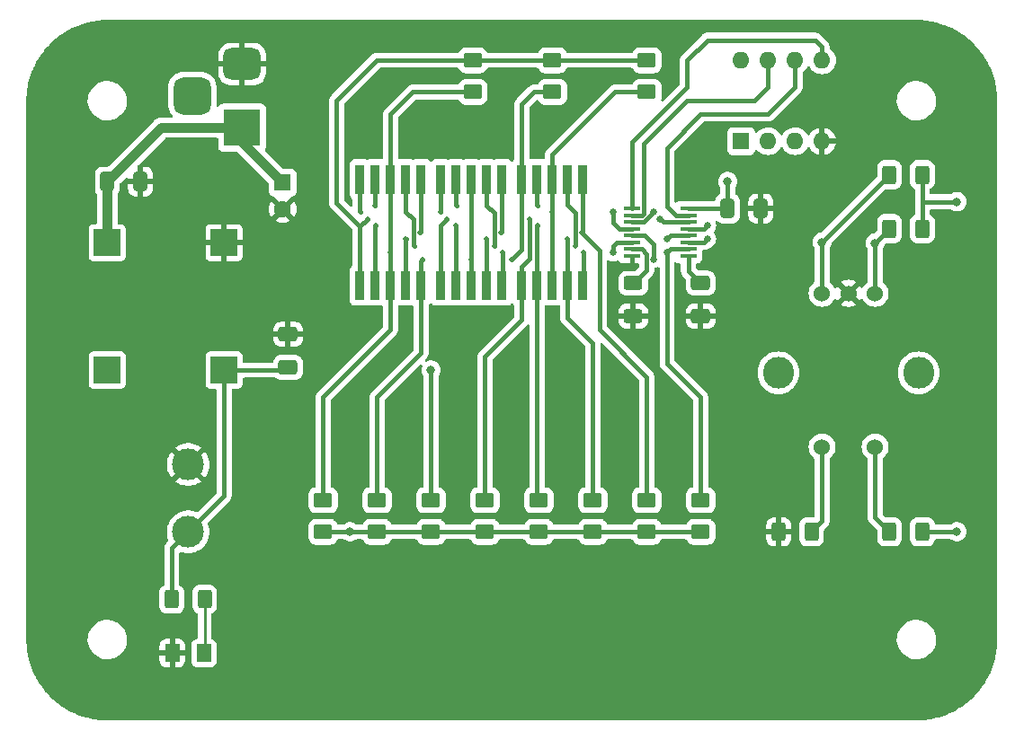
<source format=gbr>
%TF.GenerationSoftware,KiCad,Pcbnew,7.0.5*%
%TF.CreationDate,2023-06-05T17:05:25-05:00*%
%TF.ProjectId,byte,62797465-2e6b-4696-9361-645f70636258,B*%
%TF.SameCoordinates,Original*%
%TF.FileFunction,Copper,L1,Top*%
%TF.FilePolarity,Positive*%
%FSLAX46Y46*%
G04 Gerber Fmt 4.6, Leading zero omitted, Abs format (unit mm)*
G04 Created by KiCad (PCBNEW 7.0.5) date 2023-06-05 17:05:25*
%MOMM*%
%LPD*%
G01*
G04 APERTURE LIST*
G04 Aperture macros list*
%AMRoundRect*
0 Rectangle with rounded corners*
0 $1 Rounding radius*
0 $2 $3 $4 $5 $6 $7 $8 $9 X,Y pos of 4 corners*
0 Add a 4 corners polygon primitive as box body*
4,1,4,$2,$3,$4,$5,$6,$7,$8,$9,$2,$3,0*
0 Add four circle primitives for the rounded corners*
1,1,$1+$1,$2,$3*
1,1,$1+$1,$4,$5*
1,1,$1+$1,$6,$7*
1,1,$1+$1,$8,$9*
0 Add four rect primitives between the rounded corners*
20,1,$1+$1,$2,$3,$4,$5,0*
20,1,$1+$1,$4,$5,$6,$7,0*
20,1,$1+$1,$6,$7,$8,$9,0*
20,1,$1+$1,$8,$9,$2,$3,0*%
G04 Aperture macros list end*
%TA.AperFunction,SMDPad,CuDef*%
%ADD10R,2.500000X2.500000*%
%TD*%
%TA.AperFunction,SMDPad,CuDef*%
%ADD11RoundRect,0.250000X0.400000X0.625000X-0.400000X0.625000X-0.400000X-0.625000X0.400000X-0.625000X0*%
%TD*%
%TA.AperFunction,ComponentPad*%
%ADD12C,1.524000*%
%TD*%
%TA.AperFunction,ComponentPad*%
%ADD13O,2.900000X3.000000*%
%TD*%
%TA.AperFunction,SMDPad,CuDef*%
%ADD14RoundRect,0.250001X0.624999X-0.462499X0.624999X0.462499X-0.624999X0.462499X-0.624999X-0.462499X0*%
%TD*%
%TA.AperFunction,ComponentPad*%
%ADD15C,3.000000*%
%TD*%
%TA.AperFunction,SMDPad,CuDef*%
%ADD16RoundRect,0.250001X-0.624999X0.462499X-0.624999X-0.462499X0.624999X-0.462499X0.624999X0.462499X0*%
%TD*%
%TA.AperFunction,ComponentPad*%
%ADD17R,3.500000X3.500000*%
%TD*%
%TA.AperFunction,ComponentPad*%
%ADD18RoundRect,0.750000X-1.000000X0.750000X-1.000000X-0.750000X1.000000X-0.750000X1.000000X0.750000X0*%
%TD*%
%TA.AperFunction,ComponentPad*%
%ADD19RoundRect,0.875000X-0.875000X0.875000X-0.875000X-0.875000X0.875000X-0.875000X0.875000X0.875000X0*%
%TD*%
%TA.AperFunction,SMDPad,CuDef*%
%ADD20RoundRect,0.250000X-0.625000X0.400000X-0.625000X-0.400000X0.625000X-0.400000X0.625000X0.400000X0*%
%TD*%
%TA.AperFunction,SMDPad,CuDef*%
%ADD21RoundRect,0.250000X-0.412500X-0.650000X0.412500X-0.650000X0.412500X0.650000X-0.412500X0.650000X0*%
%TD*%
%TA.AperFunction,SMDPad,CuDef*%
%ADD22RoundRect,0.250000X0.650000X-0.412500X0.650000X0.412500X-0.650000X0.412500X-0.650000X-0.412500X0*%
%TD*%
%TA.AperFunction,SMDPad,CuDef*%
%ADD23R,0.900000X2.800000*%
%TD*%
%TA.AperFunction,ComponentPad*%
%ADD24R,1.600000X1.600000*%
%TD*%
%TA.AperFunction,ComponentPad*%
%ADD25C,1.600000*%
%TD*%
%TA.AperFunction,SMDPad,CuDef*%
%ADD26RoundRect,0.250000X-0.400000X-0.625000X0.400000X-0.625000X0.400000X0.625000X-0.400000X0.625000X0*%
%TD*%
%TA.AperFunction,ComponentPad*%
%ADD27O,1.600000X1.600000*%
%TD*%
%TA.AperFunction,SMDPad,CuDef*%
%ADD28RoundRect,0.250001X-0.462499X-0.624999X0.462499X-0.624999X0.462499X0.624999X-0.462499X0.624999X0*%
%TD*%
%TA.AperFunction,SMDPad,CuDef*%
%ADD29RoundRect,0.250000X-0.650000X0.412500X-0.650000X-0.412500X0.650000X-0.412500X0.650000X0.412500X0*%
%TD*%
%TA.AperFunction,SMDPad,CuDef*%
%ADD30R,1.600000X0.410000*%
%TD*%
%TA.AperFunction,ViaPad*%
%ADD31C,0.800000*%
%TD*%
%TA.AperFunction,ViaPad*%
%ADD32C,0.508000*%
%TD*%
%TA.AperFunction,ViaPad*%
%ADD33C,0.635000*%
%TD*%
%TA.AperFunction,Conductor*%
%ADD34C,0.381000*%
%TD*%
%TA.AperFunction,Conductor*%
%ADD35C,0.250000*%
%TD*%
%TA.AperFunction,Conductor*%
%ADD36C,0.889000*%
%TD*%
G04 APERTURE END LIST*
D10*
%TO.P,PS1,1,+VIN*%
%TO.N,Net-(PS1-+VIN)*%
X72390000Y-68010000D03*
%TO.P,PS1,2,GND*%
%TO.N,GND*%
X83390000Y-68010000D03*
%TO.P,PS1,3,+VO*%
%TO.N,+3V3*%
X83390000Y-80010000D03*
%TO.P,PS1,4,ON/OFF*%
%TO.N,unconnected-(PS1-ON{slash}OFF-Pad4)*%
X72390000Y-80010000D03*
%TD*%
D11*
%TO.P,R6,1*%
%TO.N,Net-(R6-Pad1)*%
X138710000Y-95250000D03*
%TO.P,R6,2*%
%TO.N,GND*%
X135610000Y-95250000D03*
%TD*%
D12*
%TO.P,SW1,A,A*%
%TO.N,A*%
X144700000Y-72760000D03*
%TO.P,SW1,B,B*%
%TO.N,B*%
X139700000Y-72760000D03*
%TO.P,SW1,C,C*%
%TO.N,GND*%
X142200000Y-72760000D03*
%TO.P,SW1,S1,S1*%
%TO.N,SWITCH*%
X144700000Y-87260000D03*
%TO.P,SW1,S2,S2*%
%TO.N,Net-(R6-Pad1)*%
X139700000Y-87260000D03*
D13*
%TO.P,SW1,SH*%
%TO.N,N/C*%
X148800000Y-80260000D03*
X135600000Y-80260000D03*
%TD*%
D11*
%TO.P,R2,1*%
%TO.N,+3V3*%
X149150000Y-61595000D03*
%TO.P,R2,2*%
%TO.N,B*%
X146050000Y-61595000D03*
%TD*%
D14*
%TO.P,D2,1,K*%
%TO.N,/LED_driver/SEG3*%
X123190000Y-95250000D03*
%TO.P,D2,2,A*%
%TO.N,/LED_driver/SEG7*%
X123190000Y-92275000D03*
%TD*%
D15*
%TO.P,TP1,1,1*%
%TO.N,GND*%
X80010000Y-88900000D03*
%TD*%
D14*
%TO.P,D8,1,K*%
%TO.N,/LED_driver/SEG3*%
X92710000Y-95250000D03*
%TO.P,D8,2,A*%
%TO.N,/LED_driver/SEG0*%
X92710000Y-92275000D03*
%TD*%
%TO.P,D1,1,K*%
%TO.N,/LED_driver/SEG3*%
X128270000Y-95250000D03*
%TO.P,D1,2,A*%
%TO.N,/LED_driver/SEG8*%
X128270000Y-92275000D03*
%TD*%
D16*
%TO.P,D13,1,K*%
%TO.N,/LED_driver/SEG4*%
X106815000Y-50800000D03*
%TO.P,D13,2,A*%
%TO.N,/LED_driver/SEG0*%
X106815000Y-53775000D03*
%TD*%
D11*
%TO.P,R4,1*%
%TO.N,+3V3*%
X149150000Y-66675000D03*
%TO.P,R4,2*%
%TO.N,A*%
X146050000Y-66675000D03*
%TD*%
%TO.P,R5,1*%
%TO.N,+3V3*%
X149150000Y-95250000D03*
%TO.P,R5,2*%
%TO.N,SWITCH*%
X146050000Y-95250000D03*
%TD*%
D17*
%TO.P,J1,1*%
%TO.N,Net-(PS1-+VIN)*%
X85090000Y-57150000D03*
D18*
%TO.P,J1,2*%
%TO.N,GND*%
X85090000Y-51150000D03*
D19*
%TO.P,J1,3*%
%TO.N,N/C*%
X80390000Y-54150000D03*
%TD*%
D20*
%TO.P,R3,1*%
%TO.N,Net-(U3-ISET)*%
X121920000Y-71819500D03*
%TO.P,R3,2*%
%TO.N,GND*%
X121920000Y-74919500D03*
%TD*%
D21*
%TO.P,C2,1*%
%TO.N,Net-(PS1-+VIN)*%
X72390000Y-62230000D03*
%TO.P,C2,2*%
%TO.N,GND*%
X75515000Y-62230000D03*
%TD*%
D22*
%TO.P,C3,1*%
%TO.N,+3V3*%
X89408000Y-79756000D03*
%TO.P,C3,2*%
%TO.N,GND*%
X89408000Y-76631000D03*
%TD*%
D23*
%TO.P,D11,1,e*%
%TO.N,/LED_driver/SEG4*%
X103800000Y-72019500D03*
%TO.P,D11,2,d*%
%TO.N,/LED_driver/SEG5*%
X105240000Y-72019500D03*
%TO.P,D11,3,C.K.*%
%TO.N,/LED_driver/SEG1*%
X106680000Y-72019500D03*
%TO.P,D11,4,c*%
%TO.N,/LED_driver/SEG6*%
X108120000Y-72019500D03*
%TO.P,D11,5,DP*%
%TO.N,/LED_driver/SEG0*%
X109560000Y-72019500D03*
%TO.P,D11,6,b*%
%TO.N,/LED_driver/SEG7*%
X109560000Y-62019500D03*
%TO.P,D11,7,a*%
%TO.N,/LED_driver/SEG8*%
X108120000Y-62019500D03*
%TO.P,D11,8,C.K.*%
%TO.N,/LED_driver/SEG1*%
X106680000Y-62019500D03*
%TO.P,D11,9,f*%
%TO.N,/LED_driver/SEG3*%
X105240000Y-62019500D03*
%TO.P,D11,10,g*%
%TO.N,/LED_driver/SEG2*%
X103800000Y-62019500D03*
%TD*%
D16*
%TO.P,D15,1,K*%
%TO.N,/LED_driver/SEG4*%
X123190000Y-50800000D03*
%TO.P,D15,2,A*%
%TO.N,/LED_driver/SEG2*%
X123190000Y-53775000D03*
%TD*%
D21*
%TO.P,C6,1*%
%TO.N,+3V3*%
X130810000Y-64770000D03*
%TO.P,C6,2*%
%TO.N,GND*%
X133935000Y-64770000D03*
%TD*%
D15*
%TO.P,TP2,1,1*%
%TO.N,+3V3*%
X80010000Y-95250000D03*
%TD*%
D14*
%TO.P,D3,1,K*%
%TO.N,/LED_driver/SEG3*%
X118110000Y-95250000D03*
%TO.P,D3,2,A*%
%TO.N,/LED_driver/SEG6*%
X118110000Y-92275000D03*
%TD*%
%TO.P,D6,1,K*%
%TO.N,/LED_driver/SEG3*%
X102870000Y-95250000D03*
%TO.P,D6,2,A*%
%TO.N,/LED_driver/SEG2*%
X102870000Y-92275000D03*
%TD*%
D23*
%TO.P,D12,1,e*%
%TO.N,/LED_driver/SEG4*%
X111420000Y-72017500D03*
%TO.P,D12,2,d*%
%TO.N,/LED_driver/SEG5*%
X112860000Y-72017500D03*
%TO.P,D12,3,C.K.*%
%TO.N,/LED_driver/SEG2*%
X114300000Y-72017500D03*
%TO.P,D12,4,c*%
%TO.N,/LED_driver/SEG6*%
X115740000Y-72017500D03*
%TO.P,D12,5,DP*%
%TO.N,/LED_driver/SEG0*%
X117180000Y-72017500D03*
%TO.P,D12,6,b*%
%TO.N,/LED_driver/SEG7*%
X117180000Y-62017500D03*
%TO.P,D12,7,a*%
%TO.N,/LED_driver/SEG8*%
X115740000Y-62017500D03*
%TO.P,D12,8,C.K.*%
%TO.N,/LED_driver/SEG2*%
X114300000Y-62017500D03*
%TO.P,D12,9,f*%
%TO.N,/LED_driver/SEG3*%
X112860000Y-62017500D03*
%TO.P,D12,10,g*%
%TO.N,/LED_driver/SEG1*%
X111420000Y-62017500D03*
%TD*%
D14*
%TO.P,D5,1,K*%
%TO.N,/LED_driver/SEG3*%
X107950000Y-95250000D03*
%TO.P,D5,2,A*%
%TO.N,/LED_driver/SEG4*%
X107950000Y-92275000D03*
%TD*%
D24*
%TO.P,C1,1*%
%TO.N,Net-(PS1-+VIN)*%
X88900000Y-62329861D03*
D25*
%TO.P,C1,2*%
%TO.N,GND*%
X88900000Y-64829861D03*
%TD*%
D16*
%TO.P,D14,1,K*%
%TO.N,/LED_driver/SEG4*%
X114300000Y-50800000D03*
%TO.P,D14,2,A*%
%TO.N,/LED_driver/SEG1*%
X114300000Y-53775000D03*
%TD*%
D26*
%TO.P,R1,1*%
%TO.N,+3V3*%
X78460000Y-101600000D03*
%TO.P,R1,2*%
%TO.N,Net-(D9-A)*%
X81560000Y-101600000D03*
%TD*%
D24*
%TO.P,U1,1,~{RESET}/PB5*%
%TO.N,SWITCH*%
X132080000Y-58420000D03*
D27*
%TO.P,U1,2,XTAL1/PB3*%
%TO.N,A*%
X134620000Y-58420000D03*
%TO.P,U1,3,XTAL2/PB4*%
%TO.N,B*%
X137160000Y-58420000D03*
%TO.P,U1,4,GND*%
%TO.N,GND*%
X139700000Y-58420000D03*
%TO.P,U1,5,AREF/PB0*%
%TO.N,MOSI*%
X139700000Y-50800000D03*
%TO.P,U1,6,PB1*%
%TO.N,CS*%
X137160000Y-50800000D03*
%TO.P,U1,7,PB2*%
%TO.N,CLK*%
X134620000Y-50800000D03*
%TO.P,U1,8,VCC*%
%TO.N,+3V3*%
X132080000Y-50800000D03*
%TD*%
D23*
%TO.P,D10,1,e*%
%TO.N,/LED_driver/SEG4*%
X96180000Y-72019500D03*
%TO.P,D10,2,d*%
%TO.N,/LED_driver/SEG5*%
X97620000Y-72019500D03*
%TO.P,D10,3,C.K.*%
%TO.N,/LED_driver/SEG0*%
X99060000Y-72019500D03*
%TO.P,D10,4,c*%
%TO.N,/LED_driver/SEG6*%
X100500000Y-72019500D03*
%TO.P,D10,5,DP*%
%TO.N,/LED_driver/SEG1*%
X101940000Y-72019500D03*
%TO.P,D10,6,b*%
%TO.N,/LED_driver/SEG7*%
X101940000Y-62019500D03*
%TO.P,D10,7,a*%
%TO.N,/LED_driver/SEG8*%
X100500000Y-62019500D03*
%TO.P,D10,8,C.K.*%
%TO.N,/LED_driver/SEG0*%
X99060000Y-62019500D03*
%TO.P,D10,9,f*%
%TO.N,/LED_driver/SEG3*%
X97620000Y-62019500D03*
%TO.P,D10,10,g*%
%TO.N,/LED_driver/SEG2*%
X96180000Y-62019500D03*
%TD*%
D14*
%TO.P,D7,1,K*%
%TO.N,/LED_driver/SEG3*%
X97790000Y-95250000D03*
%TO.P,D7,2,A*%
%TO.N,/LED_driver/SEG1*%
X97790000Y-92275000D03*
%TD*%
%TO.P,D4,1,K*%
%TO.N,/LED_driver/SEG3*%
X113030000Y-95250000D03*
%TO.P,D4,2,A*%
%TO.N,/LED_driver/SEG5*%
X113030000Y-92275000D03*
%TD*%
D28*
%TO.P,D9,1,K*%
%TO.N,GND*%
X78522500Y-106680000D03*
%TO.P,D9,2,A*%
%TO.N,Net-(D9-A)*%
X81497500Y-106680000D03*
%TD*%
D29*
%TO.P,C7,1*%
%TO.N,Net-(U3-OSC)*%
X128270000Y-71807000D03*
%TO.P,C7,2*%
%TO.N,GND*%
X128270000Y-74932000D03*
%TD*%
D30*
%TO.P,U3,1,DIN*%
%TO.N,MOSI*%
X121805700Y-64797000D03*
%TO.P,U3,2,CLK*%
%TO.N,CLK*%
X121805700Y-65432000D03*
%TO.P,U3,3,DIG3/SEG3*%
%TO.N,/LED_driver/SEG3*%
X121805700Y-66067000D03*
%TO.P,U3,4,DIG2/SEG2*%
%TO.N,/LED_driver/SEG2*%
X121805700Y-66702000D03*
%TO.P,U3,5,DIG1/SEG1*%
%TO.N,/LED_driver/SEG1*%
X121805700Y-67337000D03*
%TO.P,U3,6,DIG0/SEG0*%
%TO.N,/LED_driver/SEG0*%
X121805700Y-67972000D03*
%TO.P,U3,7,ISET*%
%TO.N,Net-(U3-ISET)*%
X121805700Y-68607000D03*
%TO.P,U3,8,GND*%
%TO.N,GND*%
X121805700Y-69242000D03*
%TO.P,U3,9,OSC*%
%TO.N,Net-(U3-OSC)*%
X127114300Y-69242000D03*
%TO.P,U3,10,SEG8*%
%TO.N,/LED_driver/SEG8*%
X127114300Y-68607000D03*
%TO.P,U3,11,DIG7/SEG7*%
%TO.N,/LED_driver/SEG7*%
X127114300Y-67972000D03*
%TO.P,U3,12,DIG6/SEG6*%
%TO.N,/LED_driver/SEG6*%
X127114300Y-67337000D03*
%TO.P,U3,13,DIG5/SEG5*%
%TO.N,/LED_driver/SEG5*%
X127114300Y-66702000D03*
%TO.P,U3,14,DIG4/SEG4*%
%TO.N,/LED_driver/SEG4*%
X127114300Y-66067000D03*
%TO.P,U3,15,~{CS}*%
%TO.N,CS*%
X127114300Y-65432000D03*
%TO.P,U3,16,V+*%
%TO.N,+3V3*%
X127114300Y-64797000D03*
%TD*%
D31*
%TO.N,+3V3*%
X130810000Y-62230000D03*
X152400000Y-95250000D03*
X152400000Y-64135000D03*
D32*
%TO.N,/LED_driver/SEG3*%
X105257600Y-64465200D03*
X97586800Y-64465200D03*
D33*
X123823000Y-65112500D03*
D32*
X112877600Y-64465200D03*
D31*
X95250000Y-95250000D03*
%TO.N,/LED_driver/SEG2*%
X102870000Y-80010000D03*
D32*
X96266000Y-65125600D03*
X114300000Y-65125600D03*
D33*
X120013000Y-65112500D03*
D32*
X103784400Y-65125600D03*
D33*
%TO.N,/LED_driver/SEG1*%
X123823000Y-69557500D03*
D32*
X110490000Y-69596000D03*
X102108000Y-69596000D03*
X106680000Y-69596000D03*
%TO.N,/LED_driver/SEG0*%
X109575600Y-68935600D03*
X117195600Y-68935600D03*
D33*
X120013000Y-68922500D03*
D32*
X99060000Y-68935600D03*
D33*
%TO.N,/LED_driver/SEG8*%
X125093000Y-68922500D03*
D32*
X116459000Y-68275200D03*
X101346000Y-68300600D03*
X108839000Y-68300600D03*
%TO.N,/LED_driver/SEG7*%
X117094000Y-67056000D03*
X109474000Y-67056000D03*
X101854000Y-67056000D03*
D33*
X128903000Y-67652500D03*
%TO.N,/LED_driver/SEG6*%
X125093000Y-67652500D03*
D32*
X100507800Y-67665600D03*
X115722400Y-67640200D03*
X108127800Y-67640200D03*
%TO.N,/LED_driver/SEG5*%
X105232200Y-66395600D03*
X97663000Y-66395600D03*
X112877600Y-66395600D03*
D33*
X128903000Y-66382500D03*
D32*
%TO.N,/LED_driver/SEG4*%
X112166400Y-65760600D03*
D33*
X124458000Y-65747500D03*
D32*
X96901000Y-65735200D03*
X104394000Y-65760600D03*
D31*
%TO.N,B*%
X139700000Y-67945000D03*
%TO.N,A*%
X144700000Y-68025000D03*
%TD*%
D34*
%TO.N,CS*%
X137160000Y-50800000D02*
X137160000Y-53340000D01*
X125095000Y-64593700D02*
X125933300Y-65432000D01*
X137160000Y-53340000D02*
X134620000Y-55880000D01*
X125095000Y-59055000D02*
X125095000Y-64593700D01*
X134620000Y-55880000D02*
X128270000Y-55880000D01*
X128270000Y-55880000D02*
X125095000Y-59055000D01*
X125933300Y-65432000D02*
X127114300Y-65432000D01*
%TO.N,SWITCH*%
X144700000Y-87260000D02*
X144700000Y-93900000D01*
X144700000Y-93900000D02*
X144780000Y-93980000D01*
X144700000Y-87260000D02*
X144700000Y-88900000D01*
%TO.N,Net-(R6-Pad1)*%
X139700000Y-87260000D02*
X139700000Y-94260000D01*
X139700000Y-94260000D02*
X138710000Y-95250000D01*
%TO.N,+3V3*%
X80010000Y-95250000D02*
X83390000Y-91870000D01*
X130810000Y-64770000D02*
X130810000Y-62230000D01*
D35*
X83390000Y-80440000D02*
X83390000Y-80010000D01*
D34*
X130810000Y-64770000D02*
X127141300Y-64770000D01*
X78460000Y-101600000D02*
X78460000Y-96800000D01*
X89408000Y-79756000D02*
X89154000Y-80010000D01*
X149150000Y-95250000D02*
X152400000Y-95250000D01*
X149150000Y-64135000D02*
X149150000Y-66675000D01*
X78460000Y-96800000D02*
X80010000Y-95250000D01*
X83390000Y-91870000D02*
X83390000Y-80010000D01*
X89154000Y-80010000D02*
X83390000Y-80010000D01*
X127141300Y-64770000D02*
X127114300Y-64797000D01*
X149150000Y-64135000D02*
X152400000Y-64135000D01*
X149150000Y-61595000D02*
X149150000Y-64135000D01*
%TO.N,GND*%
X120648000Y-70319500D02*
X120394000Y-70573500D01*
X121410000Y-70319500D02*
X120648000Y-70319500D01*
X121803700Y-69240000D02*
X121803700Y-69925800D01*
X121803700Y-69925800D02*
X121410000Y-70319500D01*
%TO.N,Net-(U3-OSC)*%
X127114300Y-69242000D02*
X127114300Y-70651300D01*
X127114300Y-70651300D02*
X128270000Y-71807000D01*
%TO.N,Net-(U3-ISET)*%
X121918000Y-71817500D02*
X121944000Y-71817500D01*
X123188000Y-69047798D02*
X122745202Y-68605000D01*
X121944000Y-71817500D02*
X123188000Y-70573500D01*
X123188000Y-70573500D02*
X123188000Y-69047798D01*
X122745202Y-68605000D02*
X121803700Y-68605000D01*
%TO.N,/LED_driver/SEG3*%
X112860000Y-62017500D02*
X112860000Y-64447600D01*
X105240000Y-62019500D02*
X105240000Y-64447600D01*
X112860000Y-64447600D02*
X112877600Y-64465200D01*
X97586800Y-62052700D02*
X97620000Y-62019500D01*
X123823000Y-65112500D02*
X122870500Y-66065000D01*
X122870500Y-66065000D02*
X121803700Y-66065000D01*
X92710000Y-95250000D02*
X95250000Y-95250000D01*
X95250000Y-95250000D02*
X128270000Y-95250000D01*
X97586800Y-64465200D02*
X97586800Y-62052700D01*
X105240000Y-64447600D02*
X105257600Y-64465200D01*
%TO.N,/LED_driver/SEG2*%
X114300000Y-59690000D02*
X114300000Y-62017500D01*
X103784400Y-65125600D02*
X103784400Y-62035100D01*
X121803700Y-66700000D02*
X120622700Y-66700000D01*
X120013000Y-66090300D02*
X120013000Y-65112500D01*
X96180000Y-65039600D02*
X96266000Y-65125600D01*
X123190000Y-53775000D02*
X120215000Y-53775000D01*
X114300000Y-72017500D02*
X114300000Y-65125600D01*
X103784400Y-62035100D02*
X103800000Y-62019500D01*
X102870000Y-92275000D02*
X102870000Y-80010000D01*
X96180000Y-62019500D02*
X96180000Y-65039600D01*
X120215000Y-53775000D02*
X114300000Y-59690000D01*
X114300000Y-65125600D02*
X114300000Y-62017500D01*
X120622700Y-66700000D02*
X120013000Y-66090300D01*
%TO.N,/LED_driver/SEG1*%
X110490000Y-69596000D02*
X111420000Y-68666000D01*
X123823000Y-69557500D02*
X123823000Y-68173300D01*
X101940000Y-78400000D02*
X97790000Y-82550000D01*
X122984700Y-67335000D02*
X121803700Y-67335000D01*
X123823000Y-68173300D02*
X122984700Y-67335000D01*
X111420000Y-54950000D02*
X111420000Y-62017500D01*
X97790000Y-82550000D02*
X97790000Y-92275000D01*
X106680000Y-62019500D02*
X106680000Y-72019500D01*
X112595000Y-53775000D02*
X111420000Y-54950000D01*
X114300000Y-53775000D02*
X112595000Y-53775000D01*
X111420000Y-68666000D02*
X111420000Y-62017500D01*
X101940000Y-72019500D02*
X101940000Y-78400000D01*
X101940000Y-69764000D02*
X102108000Y-69596000D01*
X101940000Y-72019500D02*
X101940000Y-69764000D01*
%TO.N,/LED_driver/SEG0*%
X99060000Y-62019500D02*
X99060000Y-55880000D01*
X121803700Y-67970000D02*
X120330500Y-67970000D01*
X120330500Y-67970000D02*
X120013000Y-68287500D01*
X101165000Y-53775000D02*
X106815000Y-53775000D01*
X120013000Y-68287500D02*
X120013000Y-68922500D01*
X99060000Y-55880000D02*
X101165000Y-53775000D01*
X99060000Y-68935600D02*
X99060000Y-72019500D01*
X109575600Y-68935600D02*
X109575600Y-72003900D01*
X99060000Y-72019500D02*
X99060000Y-76200000D01*
X99060000Y-76200000D02*
X92710000Y-82550000D01*
X99060000Y-68935600D02*
X99060000Y-62019500D01*
X117195600Y-68935600D02*
X117195600Y-72003900D01*
X109575600Y-72003900D02*
X109560000Y-72019500D01*
X92710000Y-82550000D02*
X92710000Y-92275000D01*
%TO.N,/LED_driver/SEG8*%
X125093000Y-68922500D02*
X125410500Y-68605000D01*
X125093000Y-68922500D02*
X125093000Y-79373000D01*
X108829500Y-65192300D02*
X108120000Y-64482800D01*
X108829500Y-68291100D02*
X108829500Y-65192300D01*
X116449500Y-65166900D02*
X115740000Y-64457400D01*
X108120000Y-64482800D02*
X108120000Y-62019500D01*
X128270000Y-82550000D02*
X128270000Y-92275000D01*
X108839000Y-68300600D02*
X108829500Y-68291100D01*
X116449500Y-68265700D02*
X116449500Y-65166900D01*
X125410500Y-68605000D02*
X127112300Y-68605000D01*
X125093000Y-79373000D02*
X128270000Y-82550000D01*
X101209500Y-68164100D02*
X101209500Y-65776500D01*
X101209500Y-65776500D02*
X100500000Y-65067000D01*
X101346000Y-68300600D02*
X101209500Y-68164100D01*
X100500000Y-65067000D02*
X100500000Y-62019500D01*
X115740000Y-64457400D02*
X115740000Y-61994100D01*
%TO.N,/LED_driver/SEG7*%
X117094000Y-67056000D02*
X118745000Y-68707000D01*
X109474000Y-67056000D02*
X109560000Y-66970000D01*
X123190000Y-80645000D02*
X123190000Y-92275000D01*
X128903000Y-67652500D02*
X128585500Y-67970000D01*
X118745000Y-68707000D02*
X118745000Y-76200000D01*
X101854000Y-67056000D02*
X101940000Y-66970000D01*
X118745000Y-76200000D02*
X123190000Y-80645000D01*
X101940000Y-66970000D02*
X101940000Y-62019500D01*
X109560000Y-66970000D02*
X109560000Y-62019500D01*
X117094000Y-67056000D02*
X117180000Y-66970000D01*
X117180000Y-66970000D02*
X117180000Y-62017500D01*
X128585500Y-67970000D02*
X127112300Y-67970000D01*
%TO.N,/LED_driver/SEG6*%
X108127800Y-67640200D02*
X108120000Y-67648000D01*
X118110000Y-77470000D02*
X118110000Y-92275000D01*
X115740000Y-72017500D02*
X115740000Y-75100000D01*
X115740000Y-75100000D02*
X118110000Y-77470000D01*
X115714600Y-67648000D02*
X115714600Y-72019500D01*
X108120000Y-67648000D02*
X108120000Y-72019500D01*
X100500000Y-72019500D02*
X100500000Y-67698800D01*
X125093000Y-67652500D02*
X125410500Y-67335000D01*
X125410500Y-67335000D02*
X127112300Y-67335000D01*
X100500000Y-67698800D02*
X100533200Y-67665600D01*
%TO.N,/LED_driver/SEG5*%
X97620000Y-66438600D02*
X97663000Y-66395600D01*
X127112300Y-66700000D02*
X128585500Y-66700000D01*
X128585500Y-66700000D02*
X128903000Y-66382500D01*
X105232200Y-66395600D02*
X105240000Y-66403400D01*
X112860000Y-66413200D02*
X112860000Y-72017500D01*
X112877600Y-66395600D02*
X112860000Y-66413200D01*
X97620000Y-72019500D02*
X97620000Y-66438600D01*
X112860000Y-72017500D02*
X112860000Y-92105000D01*
X112860000Y-92105000D02*
X113030000Y-92275000D01*
X105240000Y-66403400D02*
X105240000Y-72019500D01*
%TO.N,/LED_driver/SEG4*%
X111420000Y-75270000D02*
X111420000Y-72017500D01*
X111420000Y-70236500D02*
X111420000Y-72017500D01*
X124458000Y-65747500D02*
X124775500Y-66065000D01*
X96180000Y-66456200D02*
X96180000Y-66335000D01*
X97790000Y-50800000D02*
X93980000Y-54610000D01*
X96180000Y-66456200D02*
X96901000Y-65735200D01*
X104394000Y-65760600D02*
X103800000Y-66354600D01*
X124775500Y-66065000D02*
X127112300Y-66065000D01*
X93980000Y-54610000D02*
X93980000Y-64256200D01*
X106815000Y-50800000D02*
X123190000Y-50800000D01*
X96180000Y-72019500D02*
X96180000Y-66456200D01*
X112166400Y-69490100D02*
X111420000Y-70236500D01*
X93980000Y-64256200D02*
X96180000Y-66456200D01*
X106815000Y-50800000D02*
X97790000Y-50800000D01*
X112166400Y-65760600D02*
X112166400Y-69490100D01*
X107950000Y-78740000D02*
X111420000Y-75270000D01*
X107950000Y-92275000D02*
X107950000Y-78740000D01*
X103800000Y-66354600D02*
X103800000Y-72019500D01*
D36*
%TO.N,Net-(PS1-+VIN)*%
X72390000Y-62230000D02*
X77470000Y-57150000D01*
X77470000Y-57150000D02*
X85090000Y-57150000D01*
X85090000Y-58519861D02*
X88900000Y-62329861D01*
X72390000Y-62230000D02*
X72390000Y-68010000D01*
X85090000Y-57150000D02*
X85090000Y-58519861D01*
D35*
%TO.N,Net-(D9-A)*%
X81560000Y-101600000D02*
X81560000Y-106617500D01*
X81560000Y-101600000D02*
X81497500Y-101662500D01*
X81560000Y-106617500D02*
X81497500Y-106680000D01*
D34*
%TO.N,B*%
X139700000Y-67945000D02*
X146050000Y-61595000D01*
X139700000Y-72760000D02*
X139700000Y-67945000D01*
%TO.N,A*%
X144700000Y-72760000D02*
X144700000Y-68025000D01*
X144700000Y-68025000D02*
X146050000Y-66675000D01*
%TO.N,SWITCH*%
X144700000Y-93900000D02*
X146050000Y-95250000D01*
%TO.N,MOSI*%
X121805700Y-58534300D02*
X127000000Y-53340000D01*
X121805700Y-64797000D02*
X121805700Y-58534300D01*
X139065000Y-48895000D02*
X139700000Y-49530000D01*
X127000000Y-50800000D02*
X128905000Y-48895000D01*
X127000000Y-53340000D02*
X127000000Y-50800000D01*
X128905000Y-48895000D02*
X139065000Y-48895000D01*
X139700000Y-49530000D02*
X139700000Y-50800000D01*
%TO.N,CLK*%
X127000000Y-54610000D02*
X133350000Y-54610000D01*
X121803700Y-65430000D02*
X122745202Y-65430000D01*
X122921201Y-65254001D02*
X122921201Y-58688799D01*
X122745202Y-65430000D02*
X122921201Y-65254001D01*
X134620000Y-53340000D02*
X134620000Y-50800000D01*
X122921201Y-58688799D02*
X127000000Y-54610000D01*
X133350000Y-54610000D02*
X134620000Y-53340000D01*
%TD*%
%TA.AperFunction,Conductor*%
%TO.N,GND*%
G36*
X148591062Y-46990537D02*
G01*
X148738197Y-46995562D01*
X148911772Y-47001492D01*
X148911772Y-47001537D01*
X148911963Y-47001499D01*
X149112504Y-47008661D01*
X149116634Y-47008947D01*
X149405033Y-47038595D01*
X149641724Y-47064043D01*
X149645614Y-47064587D01*
X149923985Y-47112583D01*
X150165717Y-47156196D01*
X150169392Y-47156975D01*
X150377362Y-47207655D01*
X150440908Y-47223142D01*
X150538977Y-47248172D01*
X150682027Y-47284683D01*
X150685431Y-47285657D01*
X150950290Y-47369719D01*
X151188070Y-47448860D01*
X151191218Y-47450003D01*
X151344297Y-47510370D01*
X151448807Y-47551584D01*
X151681370Y-47647914D01*
X151684302Y-47649217D01*
X151933210Y-47767593D01*
X151934329Y-47768139D01*
X152159577Y-47880890D01*
X152162239Y-47882303D01*
X152402120Y-48017181D01*
X152403351Y-48017893D01*
X152620331Y-48146633D01*
X152622711Y-48148117D01*
X152852587Y-48298893D01*
X152853902Y-48299781D01*
X153061408Y-48443855D01*
X153063522Y-48445389D01*
X153282396Y-48611367D01*
X153283795Y-48612460D01*
X153480653Y-48771098D01*
X153482483Y-48772632D01*
X153562054Y-48842014D01*
X153689422Y-48953074D01*
X153690947Y-48954449D01*
X153876015Y-49126751D01*
X153877604Y-49128285D01*
X154071712Y-49322393D01*
X154073247Y-49323983D01*
X154245549Y-49509051D01*
X154246924Y-49510576D01*
X154427351Y-49717497D01*
X154428909Y-49719356D01*
X154545348Y-49863848D01*
X154587510Y-49916167D01*
X154588646Y-49917621D01*
X154727146Y-50100261D01*
X154754592Y-50136453D01*
X154756143Y-50138590D01*
X154900198Y-50346068D01*
X154901128Y-50347446D01*
X155021267Y-50530613D01*
X155051864Y-50577261D01*
X155053365Y-50579667D01*
X155182105Y-50796647D01*
X155182839Y-50797917D01*
X155317686Y-51037743D01*
X155319108Y-51040421D01*
X155431859Y-51265669D01*
X155432416Y-51266811D01*
X155550773Y-51515679D01*
X155552084Y-51518628D01*
X155648414Y-51751191D01*
X155749984Y-52008752D01*
X155751153Y-52011969D01*
X155830281Y-52249712D01*
X155893399Y-52448581D01*
X155914329Y-52514525D01*
X155915324Y-52518004D01*
X155976856Y-52759090D01*
X156043014Y-53030563D01*
X156043804Y-53034295D01*
X156087415Y-53276011D01*
X156135405Y-53554344D01*
X156135960Y-53558315D01*
X156161434Y-53795261D01*
X156191048Y-54083332D01*
X156191339Y-54087528D01*
X156198526Y-54288780D01*
X156198540Y-54289179D01*
X156198541Y-54289232D01*
X156209463Y-54608938D01*
X156209500Y-54611089D01*
X156209500Y-105408910D01*
X156209463Y-105411061D01*
X156198510Y-105731677D01*
X156191339Y-105932471D01*
X156191048Y-105936666D01*
X156161434Y-106224737D01*
X156135960Y-106461683D01*
X156135405Y-106465654D01*
X156087415Y-106743987D01*
X156043804Y-106985703D01*
X156043014Y-106989435D01*
X155976856Y-107260908D01*
X155915324Y-107501994D01*
X155914329Y-107505473D01*
X155830287Y-107770269D01*
X155751153Y-108008029D01*
X155749984Y-108011246D01*
X155648414Y-108268807D01*
X155552084Y-108501370D01*
X155550773Y-108504319D01*
X155432416Y-108753187D01*
X155431859Y-108754329D01*
X155319108Y-108979577D01*
X155317686Y-108982255D01*
X155182839Y-109222081D01*
X155182105Y-109223351D01*
X155053365Y-109440331D01*
X155051864Y-109442737D01*
X154901128Y-109672552D01*
X154900198Y-109673930D01*
X154756143Y-109881408D01*
X154754592Y-109883545D01*
X154588654Y-110102367D01*
X154587510Y-110103831D01*
X154428922Y-110300627D01*
X154427351Y-110302501D01*
X154246924Y-110509422D01*
X154245549Y-110510947D01*
X154073247Y-110696015D01*
X154071685Y-110697633D01*
X153877633Y-110891685D01*
X153876015Y-110893247D01*
X153690947Y-111065549D01*
X153689422Y-111066924D01*
X153482501Y-111247351D01*
X153480627Y-111248922D01*
X153283831Y-111407510D01*
X153282367Y-111408654D01*
X153063545Y-111574592D01*
X153061408Y-111576143D01*
X152853930Y-111720198D01*
X152852552Y-111721128D01*
X152622737Y-111871864D01*
X152620331Y-111873365D01*
X152403351Y-112002105D01*
X152402081Y-112002839D01*
X152162255Y-112137686D01*
X152159577Y-112139108D01*
X151934329Y-112251859D01*
X151933187Y-112252416D01*
X151684319Y-112370773D01*
X151681370Y-112372084D01*
X151448807Y-112468414D01*
X151191246Y-112569984D01*
X151188029Y-112571153D01*
X150950269Y-112650287D01*
X150685473Y-112734329D01*
X150681994Y-112735324D01*
X150440908Y-112796856D01*
X150169435Y-112863014D01*
X150165703Y-112863804D01*
X149923987Y-112907415D01*
X149645654Y-112955405D01*
X149641683Y-112955960D01*
X149404737Y-112981434D01*
X149116666Y-113011048D01*
X149112470Y-113011339D01*
X148911872Y-113018503D01*
X148591062Y-113029463D01*
X148588911Y-113029500D01*
X72391089Y-113029500D01*
X72388938Y-113029463D01*
X72069232Y-113018541D01*
X72069179Y-113018540D01*
X72068816Y-113018527D01*
X72068317Y-113018510D01*
X72068225Y-113018507D01*
X72068225Y-113018506D01*
X71867528Y-113011339D01*
X71863332Y-113011048D01*
X71575261Y-112981434D01*
X71338315Y-112955960D01*
X71334344Y-112955405D01*
X71056011Y-112907415D01*
X70814295Y-112863804D01*
X70810563Y-112863014D01*
X70539090Y-112796856D01*
X70298004Y-112735324D01*
X70294525Y-112734329D01*
X70228581Y-112713399D01*
X70029712Y-112650281D01*
X69791969Y-112571153D01*
X69788752Y-112569984D01*
X69531191Y-112468414D01*
X69298628Y-112372084D01*
X69295679Y-112370773D01*
X69046811Y-112252416D01*
X69045669Y-112251859D01*
X68820421Y-112139108D01*
X68817743Y-112137686D01*
X68577917Y-112002839D01*
X68576647Y-112002105D01*
X68359667Y-111873365D01*
X68357261Y-111871864D01*
X68127446Y-111721128D01*
X68126068Y-111720198D01*
X67918590Y-111576143D01*
X67916453Y-111574592D01*
X67697631Y-111408654D01*
X67696186Y-111407525D01*
X67499356Y-111248909D01*
X67497497Y-111247351D01*
X67290576Y-111066924D01*
X67289051Y-111065549D01*
X67103983Y-110893247D01*
X67102393Y-110891712D01*
X66908285Y-110697604D01*
X66906751Y-110696015D01*
X66734449Y-110510947D01*
X66733074Y-110509422D01*
X66622014Y-110382054D01*
X66552632Y-110302483D01*
X66551098Y-110300653D01*
X66392460Y-110103795D01*
X66391367Y-110102396D01*
X66225389Y-109883522D01*
X66223855Y-109881408D01*
X66079781Y-109673902D01*
X66078893Y-109672587D01*
X65928117Y-109442711D01*
X65926633Y-109440331D01*
X65797893Y-109223351D01*
X65797181Y-109222120D01*
X65662303Y-108982239D01*
X65660890Y-108979577D01*
X65548139Y-108754329D01*
X65547582Y-108753187D01*
X65515053Y-108684788D01*
X65429217Y-108504302D01*
X65427914Y-108501370D01*
X65331584Y-108268807D01*
X65250621Y-108063500D01*
X65230003Y-108011218D01*
X65228860Y-108008070D01*
X65149719Y-107770290D01*
X65065657Y-107505431D01*
X65064683Y-107502027D01*
X65027286Y-107355507D01*
X65003142Y-107260908D01*
X64987655Y-107197362D01*
X64936975Y-106989393D01*
X64936194Y-106985703D01*
X64892583Y-106743985D01*
X64844587Y-106465614D01*
X64844043Y-106461724D01*
X64818595Y-106225033D01*
X64788948Y-105936636D01*
X64788661Y-105932504D01*
X64781489Y-105731676D01*
X64772816Y-105477765D01*
X70535788Y-105477765D01*
X70565412Y-105747014D01*
X70633928Y-106009090D01*
X70739869Y-106258389D01*
X70739870Y-106258390D01*
X70880982Y-106489610D01*
X71054255Y-106697820D01*
X71054257Y-106697822D01*
X71054259Y-106697824D01*
X71159236Y-106791883D01*
X71255998Y-106878582D01*
X71481910Y-107028044D01*
X71727176Y-107143020D01*
X71986569Y-107221060D01*
X71986572Y-107221060D01*
X71986574Y-107221061D01*
X72254557Y-107260500D01*
X72254561Y-107260500D01*
X72457631Y-107260500D01*
X72660156Y-107245677D01*
X72660160Y-107245676D01*
X72660161Y-107245676D01*
X72796451Y-107215316D01*
X72924553Y-107186780D01*
X73177558Y-107090014D01*
X73413777Y-106957441D01*
X73444134Y-106934000D01*
X77302001Y-106934000D01*
X77302001Y-107355507D01*
X77312605Y-107459318D01*
X77368342Y-107627525D01*
X77461366Y-107778339D01*
X77461371Y-107778345D01*
X77586654Y-107903628D01*
X77586660Y-107903633D01*
X77737474Y-107996657D01*
X77905678Y-108052393D01*
X77905682Y-108052394D01*
X78009484Y-108062999D01*
X78268500Y-108062999D01*
X78268500Y-106934000D01*
X78776500Y-106934000D01*
X78776500Y-108062999D01*
X79035507Y-108062999D01*
X79139318Y-108052394D01*
X79307525Y-107996657D01*
X79458339Y-107903633D01*
X79458345Y-107903628D01*
X79583628Y-107778345D01*
X79583633Y-107778339D01*
X79676657Y-107627525D01*
X79732393Y-107459321D01*
X79732394Y-107459318D01*
X79742995Y-107355552D01*
X80276499Y-107355552D01*
X80287112Y-107459421D01*
X80287112Y-107459423D01*
X80287113Y-107459425D01*
X80342885Y-107627738D01*
X80342886Y-107627739D01*
X80435970Y-107778651D01*
X80435975Y-107778657D01*
X80561342Y-107904024D01*
X80561348Y-107904029D01*
X80561349Y-107904030D01*
X80712262Y-107997115D01*
X80880575Y-108052887D01*
X80908906Y-108055781D01*
X80984448Y-108063500D01*
X80984456Y-108063500D01*
X82010552Y-108063500D01*
X82079798Y-108056424D01*
X82114425Y-108052887D01*
X82282738Y-107997115D01*
X82433651Y-107904030D01*
X82559030Y-107778651D01*
X82652115Y-107627738D01*
X82707887Y-107459425D01*
X82711424Y-107424797D01*
X82718500Y-107355552D01*
X82718500Y-106004447D01*
X82707898Y-105900681D01*
X82707887Y-105900575D01*
X82652115Y-105732262D01*
X82559030Y-105581349D01*
X82559029Y-105581348D01*
X82559024Y-105581342D01*
X82455447Y-105477765D01*
X146735788Y-105477765D01*
X146765412Y-105747014D01*
X146833928Y-106009090D01*
X146939869Y-106258389D01*
X146939870Y-106258390D01*
X147080982Y-106489610D01*
X147254255Y-106697820D01*
X147254257Y-106697822D01*
X147254259Y-106697824D01*
X147359236Y-106791883D01*
X147455998Y-106878582D01*
X147681910Y-107028044D01*
X147927176Y-107143020D01*
X148186569Y-107221060D01*
X148186572Y-107221060D01*
X148186574Y-107221061D01*
X148454557Y-107260500D01*
X148454561Y-107260500D01*
X148657631Y-107260500D01*
X148860156Y-107245677D01*
X148860160Y-107245676D01*
X148860161Y-107245676D01*
X148996451Y-107215316D01*
X149124553Y-107186780D01*
X149377558Y-107090014D01*
X149613777Y-106957441D01*
X149828177Y-106791888D01*
X150016186Y-106596881D01*
X150173799Y-106376579D01*
X150297656Y-106135675D01*
X150385118Y-105879305D01*
X150412386Y-105731676D01*
X150434318Y-105612941D01*
X150434319Y-105612930D01*
X150435473Y-105581348D01*
X150444212Y-105342235D01*
X150428662Y-105200909D01*
X150414587Y-105072985D01*
X150346071Y-104810909D01*
X150240130Y-104561610D01*
X150240129Y-104561609D01*
X150099018Y-104330390D01*
X149925745Y-104122180D01*
X149925741Y-104122177D01*
X149925740Y-104122175D01*
X149724012Y-103941427D01*
X149724002Y-103941418D01*
X149498090Y-103791956D01*
X149252824Y-103676980D01*
X149095392Y-103629615D01*
X148993425Y-103598938D01*
X148725442Y-103559500D01*
X148725439Y-103559500D01*
X148522369Y-103559500D01*
X148319839Y-103574323D01*
X148319838Y-103574323D01*
X148055456Y-103633217D01*
X148055441Y-103633222D01*
X147802441Y-103729986D01*
X147566229Y-103862555D01*
X147566225Y-103862557D01*
X147351818Y-104028116D01*
X147163815Y-104223117D01*
X147163810Y-104223123D01*
X147006203Y-104443417D01*
X147006196Y-104443427D01*
X146882343Y-104684324D01*
X146882342Y-104684327D01*
X146794883Y-104940689D01*
X146794880Y-104940702D01*
X146745681Y-105207058D01*
X146745680Y-105207069D01*
X146735788Y-105477765D01*
X82455447Y-105477765D01*
X82433657Y-105455975D01*
X82433651Y-105455970D01*
X82282735Y-105362883D01*
X82279863Y-105361932D01*
X82278148Y-105360744D01*
X82276086Y-105359783D01*
X82276250Y-105359430D01*
X82221493Y-105321516D01*
X82194239Y-105255959D01*
X82193500Y-105242329D01*
X82193500Y-103037671D01*
X82213502Y-102969550D01*
X82267158Y-102923057D01*
X82279871Y-102918065D01*
X82279926Y-102918046D01*
X82282738Y-102917115D01*
X82433652Y-102824030D01*
X82559030Y-102698652D01*
X82652115Y-102547738D01*
X82707887Y-102379426D01*
X82718500Y-102275545D01*
X82718499Y-100924456D01*
X82707887Y-100820574D01*
X82652115Y-100652262D01*
X82559030Y-100501348D01*
X82559029Y-100501347D01*
X82559024Y-100501341D01*
X82433658Y-100375975D01*
X82433652Y-100375970D01*
X82433651Y-100375970D01*
X82282738Y-100282885D01*
X82190663Y-100252375D01*
X82114427Y-100227113D01*
X82114420Y-100227112D01*
X82010553Y-100216500D01*
X81109455Y-100216500D01*
X81005574Y-100227112D01*
X80837261Y-100282885D01*
X80686347Y-100375970D01*
X80686341Y-100375975D01*
X80560975Y-100501341D01*
X80560970Y-100501347D01*
X80467885Y-100652262D01*
X80412113Y-100820572D01*
X80412112Y-100820579D01*
X80401500Y-100924446D01*
X80401500Y-102275544D01*
X80412112Y-102379425D01*
X80467885Y-102547738D01*
X80560970Y-102698652D01*
X80560975Y-102698658D01*
X80686341Y-102824024D01*
X80686347Y-102824029D01*
X80686348Y-102824030D01*
X80837262Y-102917115D01*
X80839969Y-102918011D01*
X80840129Y-102918065D01*
X80841841Y-102919250D01*
X80843912Y-102920216D01*
X80843747Y-102920569D01*
X80898502Y-102958478D01*
X80925760Y-103024033D01*
X80926500Y-103037671D01*
X80926500Y-105200909D01*
X80906498Y-105269030D01*
X80852842Y-105315523D01*
X80840136Y-105320512D01*
X80712262Y-105362885D01*
X80712260Y-105362885D01*
X80712260Y-105362886D01*
X80561348Y-105455970D01*
X80561342Y-105455975D01*
X80435975Y-105581342D01*
X80435970Y-105581348D01*
X80342886Y-105732260D01*
X80342885Y-105732262D01*
X80287112Y-105900578D01*
X80276500Y-106004447D01*
X80276500Y-107355552D01*
X80276499Y-107355552D01*
X79742995Y-107355552D01*
X79742999Y-107355515D01*
X79743000Y-107355515D01*
X79743000Y-106934000D01*
X78776500Y-106934000D01*
X78268500Y-106934000D01*
X77302001Y-106934000D01*
X73444134Y-106934000D01*
X73628177Y-106791888D01*
X73816186Y-106596881D01*
X73938441Y-106426000D01*
X77302000Y-106426000D01*
X78268500Y-106426000D01*
X78268500Y-105297000D01*
X78776500Y-105297000D01*
X78776500Y-106426000D01*
X79742999Y-106426000D01*
X79742999Y-106004492D01*
X79732394Y-105900681D01*
X79676657Y-105732474D01*
X79583633Y-105581660D01*
X79583628Y-105581654D01*
X79458345Y-105456371D01*
X79458339Y-105456366D01*
X79307525Y-105363342D01*
X79139321Y-105307606D01*
X79139318Y-105307605D01*
X79035515Y-105297000D01*
X78776500Y-105297000D01*
X78268500Y-105297000D01*
X78009492Y-105297000D01*
X77905681Y-105307605D01*
X77737474Y-105363342D01*
X77586660Y-105456366D01*
X77586654Y-105456371D01*
X77461371Y-105581654D01*
X77461366Y-105581660D01*
X77368342Y-105732474D01*
X77312606Y-105900678D01*
X77312605Y-105900681D01*
X77302000Y-106004484D01*
X77302000Y-106426000D01*
X73938441Y-106426000D01*
X73973799Y-106376579D01*
X74097656Y-106135675D01*
X74185118Y-105879305D01*
X74212386Y-105731676D01*
X74234318Y-105612941D01*
X74234319Y-105612930D01*
X74235473Y-105581348D01*
X74244212Y-105342235D01*
X74228662Y-105200909D01*
X74214587Y-105072985D01*
X74146071Y-104810909D01*
X74040130Y-104561610D01*
X74040129Y-104561610D01*
X73899018Y-104330390D01*
X73725745Y-104122180D01*
X73725741Y-104122177D01*
X73725740Y-104122175D01*
X73524012Y-103941427D01*
X73524002Y-103941418D01*
X73298090Y-103791956D01*
X73052824Y-103676980D01*
X72895392Y-103629615D01*
X72793425Y-103598938D01*
X72525442Y-103559500D01*
X72525439Y-103559500D01*
X72322369Y-103559500D01*
X72119839Y-103574323D01*
X72119838Y-103574323D01*
X71855456Y-103633217D01*
X71855441Y-103633222D01*
X71602441Y-103729986D01*
X71366229Y-103862555D01*
X71366225Y-103862557D01*
X71151818Y-104028116D01*
X70963815Y-104223117D01*
X70963810Y-104223123D01*
X70806203Y-104443417D01*
X70806196Y-104443427D01*
X70682343Y-104684324D01*
X70682342Y-104684327D01*
X70594883Y-104940689D01*
X70594880Y-104940702D01*
X70545681Y-105207058D01*
X70545680Y-105207069D01*
X70535788Y-105477765D01*
X64772816Y-105477765D01*
X64770537Y-105411061D01*
X64770500Y-105408910D01*
X64770500Y-102275544D01*
X77301500Y-102275544D01*
X77312112Y-102379425D01*
X77367885Y-102547738D01*
X77460970Y-102698652D01*
X77460975Y-102698658D01*
X77586341Y-102824024D01*
X77586347Y-102824029D01*
X77586348Y-102824030D01*
X77737262Y-102917115D01*
X77905574Y-102972887D01*
X78009455Y-102983500D01*
X78910544Y-102983499D01*
X79014426Y-102972887D01*
X79182738Y-102917115D01*
X79333652Y-102824030D01*
X79459030Y-102698652D01*
X79552115Y-102547738D01*
X79607887Y-102379426D01*
X79618500Y-102275545D01*
X79618499Y-100924456D01*
X79607887Y-100820574D01*
X79552115Y-100652262D01*
X79459030Y-100501348D01*
X79459029Y-100501347D01*
X79459024Y-100501341D01*
X79333658Y-100375975D01*
X79333652Y-100375970D01*
X79218853Y-100305161D01*
X79171375Y-100252375D01*
X79159000Y-100197920D01*
X79159000Y-97262250D01*
X79179002Y-97194129D01*
X79232658Y-97147636D01*
X79302932Y-97137532D01*
X79331694Y-97145690D01*
X79331759Y-97145509D01*
X79334539Y-97146496D01*
X79335212Y-97146687D01*
X79335823Y-97146953D01*
X79600404Y-97221085D01*
X79695504Y-97234156D01*
X79872604Y-97258499D01*
X79872615Y-97258500D01*
X80147385Y-97258500D01*
X80147395Y-97258499D01*
X80276945Y-97240692D01*
X80419596Y-97221085D01*
X80684177Y-97146953D01*
X80936200Y-97037484D01*
X81170969Y-96894718D01*
X81384111Y-96721314D01*
X81571657Y-96520502D01*
X81730111Y-96296023D01*
X81856523Y-96052058D01*
X81948538Y-95793153D01*
X81954793Y-95763052D01*
X91326499Y-95763052D01*
X91337112Y-95866921D01*
X91337112Y-95866923D01*
X91337113Y-95866925D01*
X91392885Y-96035238D01*
X91463429Y-96149607D01*
X91485970Y-96186151D01*
X91485975Y-96186157D01*
X91611342Y-96311524D01*
X91611348Y-96311529D01*
X91611349Y-96311530D01*
X91762262Y-96404615D01*
X91930575Y-96460387D01*
X91958906Y-96463281D01*
X92034448Y-96471000D01*
X92034456Y-96471000D01*
X93385552Y-96471000D01*
X93454798Y-96463924D01*
X93489425Y-96460387D01*
X93657738Y-96404615D01*
X93808651Y-96311530D01*
X93934030Y-96186151D01*
X94027115Y-96035238D01*
X94027117Y-96035233D01*
X94030217Y-96028586D01*
X94031387Y-96029131D01*
X94067492Y-95976991D01*
X94133050Y-95949739D01*
X94146677Y-95949000D01*
X94625519Y-95949000D01*
X94693640Y-95969002D01*
X94699580Y-95973064D01*
X94793248Y-96041118D01*
X94967712Y-96118794D01*
X95154513Y-96158500D01*
X95345487Y-96158500D01*
X95532288Y-96118794D01*
X95706752Y-96041118D01*
X95800419Y-95973064D01*
X95867288Y-95949205D01*
X95874481Y-95949000D01*
X96353323Y-95949000D01*
X96421444Y-95969002D01*
X96467937Y-96022658D01*
X96472835Y-96035131D01*
X96472882Y-96035233D01*
X96565970Y-96186151D01*
X96565975Y-96186157D01*
X96691342Y-96311524D01*
X96691348Y-96311529D01*
X96691349Y-96311530D01*
X96842262Y-96404615D01*
X97010575Y-96460387D01*
X97038906Y-96463281D01*
X97114448Y-96471000D01*
X97114456Y-96471000D01*
X98465552Y-96471000D01*
X98534798Y-96463924D01*
X98569425Y-96460387D01*
X98737738Y-96404615D01*
X98888651Y-96311530D01*
X99014030Y-96186151D01*
X99107115Y-96035238D01*
X99107117Y-96035233D01*
X99110217Y-96028586D01*
X99111387Y-96029131D01*
X99147492Y-95976991D01*
X99213050Y-95949739D01*
X99226677Y-95949000D01*
X101433323Y-95949000D01*
X101501444Y-95969002D01*
X101547937Y-96022658D01*
X101552835Y-96035131D01*
X101552882Y-96035233D01*
X101645970Y-96186151D01*
X101645975Y-96186157D01*
X101771342Y-96311524D01*
X101771348Y-96311529D01*
X101771349Y-96311530D01*
X101922262Y-96404615D01*
X102090575Y-96460387D01*
X102118906Y-96463281D01*
X102194448Y-96471000D01*
X102194456Y-96471000D01*
X103545552Y-96471000D01*
X103614798Y-96463924D01*
X103649425Y-96460387D01*
X103817738Y-96404615D01*
X103968651Y-96311530D01*
X104094030Y-96186151D01*
X104187115Y-96035238D01*
X104187117Y-96035233D01*
X104190217Y-96028586D01*
X104191387Y-96029131D01*
X104227492Y-95976991D01*
X104293050Y-95949739D01*
X104306677Y-95949000D01*
X106513323Y-95949000D01*
X106581444Y-95969002D01*
X106627937Y-96022658D01*
X106632835Y-96035131D01*
X106632882Y-96035233D01*
X106725970Y-96186151D01*
X106725975Y-96186157D01*
X106851342Y-96311524D01*
X106851348Y-96311529D01*
X106851349Y-96311530D01*
X107002262Y-96404615D01*
X107170575Y-96460387D01*
X107198906Y-96463281D01*
X107274448Y-96471000D01*
X107274456Y-96471000D01*
X108625552Y-96471000D01*
X108694798Y-96463924D01*
X108729425Y-96460387D01*
X108897738Y-96404615D01*
X109048651Y-96311530D01*
X109174030Y-96186151D01*
X109267115Y-96035238D01*
X109267117Y-96035233D01*
X109270217Y-96028586D01*
X109271387Y-96029131D01*
X109307492Y-95976991D01*
X109373050Y-95949739D01*
X109386677Y-95949000D01*
X111593323Y-95949000D01*
X111661444Y-95969002D01*
X111707937Y-96022658D01*
X111712835Y-96035131D01*
X111712882Y-96035233D01*
X111805970Y-96186151D01*
X111805975Y-96186157D01*
X111931342Y-96311524D01*
X111931348Y-96311529D01*
X111931349Y-96311530D01*
X112082262Y-96404615D01*
X112250575Y-96460387D01*
X112278906Y-96463281D01*
X112354448Y-96471000D01*
X112354456Y-96471000D01*
X113705552Y-96471000D01*
X113774797Y-96463924D01*
X113809425Y-96460387D01*
X113977738Y-96404615D01*
X114128651Y-96311530D01*
X114254030Y-96186151D01*
X114347115Y-96035238D01*
X114347117Y-96035233D01*
X114350217Y-96028586D01*
X114351387Y-96029131D01*
X114387492Y-95976991D01*
X114453050Y-95949739D01*
X114466677Y-95949000D01*
X116673323Y-95949000D01*
X116741444Y-95969002D01*
X116787937Y-96022658D01*
X116792835Y-96035131D01*
X116792882Y-96035233D01*
X116885970Y-96186151D01*
X116885975Y-96186157D01*
X117011342Y-96311524D01*
X117011348Y-96311529D01*
X117011349Y-96311530D01*
X117162262Y-96404615D01*
X117330575Y-96460387D01*
X117358906Y-96463281D01*
X117434448Y-96471000D01*
X117434456Y-96471000D01*
X118785552Y-96471000D01*
X118854798Y-96463924D01*
X118889425Y-96460387D01*
X119057738Y-96404615D01*
X119208651Y-96311530D01*
X119334030Y-96186151D01*
X119427115Y-96035238D01*
X119427117Y-96035233D01*
X119430217Y-96028586D01*
X119431387Y-96029131D01*
X119467492Y-95976991D01*
X119533050Y-95949739D01*
X119546677Y-95949000D01*
X121753323Y-95949000D01*
X121821444Y-95969002D01*
X121867937Y-96022658D01*
X121872835Y-96035131D01*
X121872882Y-96035233D01*
X121965970Y-96186151D01*
X121965975Y-96186157D01*
X122091342Y-96311524D01*
X122091348Y-96311529D01*
X122091349Y-96311530D01*
X122242262Y-96404615D01*
X122410575Y-96460387D01*
X122438906Y-96463281D01*
X122514448Y-96471000D01*
X122514456Y-96471000D01*
X123865552Y-96471000D01*
X123934798Y-96463924D01*
X123969425Y-96460387D01*
X124137738Y-96404615D01*
X124288651Y-96311530D01*
X124414030Y-96186151D01*
X124507115Y-96035238D01*
X124507117Y-96035233D01*
X124510217Y-96028586D01*
X124511387Y-96029131D01*
X124547492Y-95976991D01*
X124613050Y-95949739D01*
X124626677Y-95949000D01*
X126833323Y-95949000D01*
X126901444Y-95969002D01*
X126947937Y-96022658D01*
X126952835Y-96035131D01*
X126952882Y-96035233D01*
X127045970Y-96186151D01*
X127045975Y-96186157D01*
X127171342Y-96311524D01*
X127171348Y-96311529D01*
X127171349Y-96311530D01*
X127322262Y-96404615D01*
X127490575Y-96460387D01*
X127518906Y-96463281D01*
X127594448Y-96471000D01*
X127594456Y-96471000D01*
X128945552Y-96471000D01*
X129014798Y-96463924D01*
X129049425Y-96460387D01*
X129217738Y-96404615D01*
X129368651Y-96311530D01*
X129494030Y-96186151D01*
X129587115Y-96035238D01*
X129642887Y-95866925D01*
X129646424Y-95832298D01*
X129653500Y-95763052D01*
X129653500Y-95504000D01*
X134452000Y-95504000D01*
X134452000Y-95925516D01*
X134462605Y-96029318D01*
X134462606Y-96029321D01*
X134518342Y-96197525D01*
X134611365Y-96348339D01*
X134611370Y-96348345D01*
X134736654Y-96473629D01*
X134736660Y-96473634D01*
X134887474Y-96566657D01*
X135055678Y-96622393D01*
X135055681Y-96622394D01*
X135159483Y-96632999D01*
X135159483Y-96633000D01*
X135356000Y-96633000D01*
X135356000Y-95504000D01*
X135864000Y-95504000D01*
X135864000Y-96633000D01*
X136060517Y-96633000D01*
X136060516Y-96632999D01*
X136164318Y-96622394D01*
X136164321Y-96622393D01*
X136332525Y-96566657D01*
X136483339Y-96473634D01*
X136483345Y-96473629D01*
X136608629Y-96348345D01*
X136608634Y-96348339D01*
X136701657Y-96197525D01*
X136757393Y-96029321D01*
X136757394Y-96029318D01*
X136767996Y-95925544D01*
X137551500Y-95925544D01*
X137562112Y-96029425D01*
X137617885Y-96197738D01*
X137710970Y-96348652D01*
X137710975Y-96348658D01*
X137836341Y-96474024D01*
X137836347Y-96474029D01*
X137836348Y-96474030D01*
X137987262Y-96567115D01*
X138155574Y-96622887D01*
X138259455Y-96633500D01*
X139160544Y-96633499D01*
X139264426Y-96622887D01*
X139432738Y-96567115D01*
X139583652Y-96474030D01*
X139709030Y-96348652D01*
X139802115Y-96197738D01*
X139857887Y-96029426D01*
X139868500Y-95925545D01*
X139868499Y-95132223D01*
X139888501Y-95064103D01*
X139905399Y-95043134D01*
X140178005Y-94770528D01*
X140180717Y-94767975D01*
X140227052Y-94726927D01*
X140262208Y-94675991D01*
X140264430Y-94672972D01*
X140302584Y-94624276D01*
X140306650Y-94615239D01*
X140317853Y-94595379D01*
X140323480Y-94587227D01*
X140345420Y-94529372D01*
X140346857Y-94525903D01*
X140372251Y-94469483D01*
X140374036Y-94459740D01*
X140380163Y-94437764D01*
X140383673Y-94428510D01*
X140391128Y-94367107D01*
X140391701Y-94363341D01*
X140402849Y-94302515D01*
X140399115Y-94240783D01*
X140399000Y-94236979D01*
X140399000Y-88387140D01*
X140419002Y-88319019D01*
X140452730Y-88283927D01*
X140519772Y-88236983D01*
X140519781Y-88236977D01*
X140676977Y-88079781D01*
X140804488Y-87897677D01*
X140898440Y-87696196D01*
X140955978Y-87481463D01*
X140975353Y-87260000D01*
X143424647Y-87260000D01*
X143444022Y-87481463D01*
X143490273Y-87654074D01*
X143501559Y-87696193D01*
X143501561Y-87696199D01*
X143595511Y-87897675D01*
X143595512Y-87897677D01*
X143723016Y-88079772D01*
X143723020Y-88079777D01*
X143723023Y-88079781D01*
X143880219Y-88236977D01*
X143880223Y-88236980D01*
X143880227Y-88236983D01*
X143947270Y-88283927D01*
X143991599Y-88339384D01*
X144001000Y-88387140D01*
X144001000Y-93876979D01*
X144000885Y-93880782D01*
X143997706Y-93933342D01*
X143997151Y-93942515D01*
X144008299Y-94003349D01*
X144008872Y-94007112D01*
X144016325Y-94068504D01*
X144016327Y-94068510D01*
X144019840Y-94077774D01*
X144025961Y-94099732D01*
X144027747Y-94109478D01*
X144027748Y-94109482D01*
X144053131Y-94165882D01*
X144054587Y-94169397D01*
X144076519Y-94227224D01*
X144076523Y-94227233D01*
X144082147Y-94235380D01*
X144093353Y-94255247D01*
X144097416Y-94264275D01*
X144135555Y-94312958D01*
X144137809Y-94316022D01*
X144161534Y-94350391D01*
X144172948Y-94366927D01*
X144219247Y-94407944D01*
X144222008Y-94410544D01*
X144548420Y-94736956D01*
X144854595Y-95043130D01*
X144888620Y-95105443D01*
X144891500Y-95132226D01*
X144891500Y-95925544D01*
X144902112Y-96029425D01*
X144957885Y-96197738D01*
X145050970Y-96348652D01*
X145050975Y-96348658D01*
X145176341Y-96474024D01*
X145176347Y-96474029D01*
X145176348Y-96474030D01*
X145327262Y-96567115D01*
X145495574Y-96622887D01*
X145599455Y-96633500D01*
X146500544Y-96633499D01*
X146604426Y-96622887D01*
X146772738Y-96567115D01*
X146923652Y-96474030D01*
X147049030Y-96348652D01*
X147142115Y-96197738D01*
X147197887Y-96029426D01*
X147208500Y-95925545D01*
X147208500Y-95925544D01*
X147991500Y-95925544D01*
X148002112Y-96029425D01*
X148057885Y-96197738D01*
X148150970Y-96348652D01*
X148150975Y-96348658D01*
X148276341Y-96474024D01*
X148276347Y-96474029D01*
X148276348Y-96474030D01*
X148427262Y-96567115D01*
X148595574Y-96622887D01*
X148699455Y-96633500D01*
X149600544Y-96633499D01*
X149704426Y-96622887D01*
X149872738Y-96567115D01*
X150023652Y-96474030D01*
X150149030Y-96348652D01*
X150242115Y-96197738D01*
X150295918Y-96035365D01*
X150336332Y-95976996D01*
X150401888Y-95949740D01*
X150415523Y-95949000D01*
X151775519Y-95949000D01*
X151843640Y-95969002D01*
X151849580Y-95973064D01*
X151943248Y-96041118D01*
X152117712Y-96118794D01*
X152304513Y-96158500D01*
X152495487Y-96158500D01*
X152682288Y-96118794D01*
X152856752Y-96041118D01*
X153011253Y-95928866D01*
X153014244Y-95925544D01*
X153139034Y-95786951D01*
X153139035Y-95786949D01*
X153139040Y-95786944D01*
X153234527Y-95621556D01*
X153293542Y-95439928D01*
X153313504Y-95250000D01*
X153293542Y-95060072D01*
X153234527Y-94878444D01*
X153139040Y-94713056D01*
X153139038Y-94713054D01*
X153139034Y-94713048D01*
X153011255Y-94571135D01*
X152856752Y-94458882D01*
X152682288Y-94381206D01*
X152495487Y-94341500D01*
X152304513Y-94341500D01*
X152117711Y-94381206D01*
X151943247Y-94458882D01*
X151849580Y-94526936D01*
X151782712Y-94550795D01*
X151775519Y-94551000D01*
X150415522Y-94551000D01*
X150347401Y-94530998D01*
X150300908Y-94477342D01*
X150295923Y-94464649D01*
X150242115Y-94302262D01*
X150149030Y-94151348D01*
X150149029Y-94151347D01*
X150149024Y-94151341D01*
X150023658Y-94025975D01*
X150023652Y-94025970D01*
X149990011Y-94005220D01*
X149872738Y-93932885D01*
X149715505Y-93880784D01*
X149704427Y-93877113D01*
X149704420Y-93877112D01*
X149600553Y-93866500D01*
X148699455Y-93866500D01*
X148595574Y-93877112D01*
X148427261Y-93932885D01*
X148276347Y-94025970D01*
X148276341Y-94025975D01*
X148150975Y-94151341D01*
X148150970Y-94151347D01*
X148057885Y-94302262D01*
X148002113Y-94470572D01*
X148002112Y-94470579D01*
X147991500Y-94574446D01*
X147991500Y-95925544D01*
X147208500Y-95925544D01*
X147208499Y-94574456D01*
X147203243Y-94523009D01*
X147197887Y-94470574D01*
X147187015Y-94437764D01*
X147142115Y-94302262D01*
X147049030Y-94151348D01*
X147049029Y-94151347D01*
X147049024Y-94151341D01*
X146923658Y-94025975D01*
X146923652Y-94025970D01*
X146890011Y-94005220D01*
X146772738Y-93932885D01*
X146615505Y-93880784D01*
X146604427Y-93877113D01*
X146604420Y-93877112D01*
X146500553Y-93866500D01*
X146500545Y-93866500D01*
X145707226Y-93866500D01*
X145639105Y-93846498D01*
X145618131Y-93829595D01*
X145435905Y-93647369D01*
X145401879Y-93585057D01*
X145399000Y-93558274D01*
X145399000Y-88387140D01*
X145419002Y-88319019D01*
X145452730Y-88283927D01*
X145519772Y-88236983D01*
X145519781Y-88236977D01*
X145676977Y-88079781D01*
X145804488Y-87897677D01*
X145898440Y-87696196D01*
X145955978Y-87481463D01*
X145975353Y-87260000D01*
X145955978Y-87038537D01*
X145898440Y-86823804D01*
X145804488Y-86622324D01*
X145676977Y-86440219D01*
X145519781Y-86283023D01*
X145519777Y-86283020D01*
X145519772Y-86283016D01*
X145337677Y-86155512D01*
X145337675Y-86155511D01*
X145136199Y-86061561D01*
X145136193Y-86061559D01*
X145094074Y-86050273D01*
X144921463Y-86004022D01*
X144700000Y-85984647D01*
X144478537Y-86004022D01*
X144363462Y-86034856D01*
X144263806Y-86061559D01*
X144263801Y-86061561D01*
X144062323Y-86155512D01*
X143880222Y-86283020D01*
X143880216Y-86283025D01*
X143723025Y-86440216D01*
X143723020Y-86440222D01*
X143595512Y-86622323D01*
X143595512Y-86622324D01*
X143501560Y-86823804D01*
X143444022Y-87038537D01*
X143424647Y-87260000D01*
X140975353Y-87260000D01*
X140955978Y-87038537D01*
X140898440Y-86823804D01*
X140804488Y-86622324D01*
X140676977Y-86440219D01*
X140519781Y-86283023D01*
X140519777Y-86283020D01*
X140519772Y-86283016D01*
X140337677Y-86155512D01*
X140337675Y-86155511D01*
X140136199Y-86061561D01*
X140136193Y-86061559D01*
X140094074Y-86050273D01*
X139921463Y-86004022D01*
X139700000Y-85984647D01*
X139478537Y-86004022D01*
X139363463Y-86034856D01*
X139263806Y-86061559D01*
X139263801Y-86061561D01*
X139062323Y-86155512D01*
X138880222Y-86283020D01*
X138880216Y-86283025D01*
X138723025Y-86440216D01*
X138723020Y-86440222D01*
X138595512Y-86622323D01*
X138595512Y-86622324D01*
X138501560Y-86823804D01*
X138444022Y-87038537D01*
X138424647Y-87260000D01*
X138444022Y-87481463D01*
X138490273Y-87654074D01*
X138501559Y-87696193D01*
X138501561Y-87696199D01*
X138595511Y-87897675D01*
X138595512Y-87897677D01*
X138723016Y-88079772D01*
X138723020Y-88079777D01*
X138723023Y-88079781D01*
X138880219Y-88236977D01*
X138880223Y-88236980D01*
X138880227Y-88236983D01*
X138947270Y-88283927D01*
X138991599Y-88339384D01*
X139001000Y-88387140D01*
X139001000Y-93740500D01*
X138980998Y-93808621D01*
X138927342Y-93855114D01*
X138875000Y-93866500D01*
X138259455Y-93866500D01*
X138155574Y-93877112D01*
X137987261Y-93932885D01*
X137836347Y-94025970D01*
X137836341Y-94025975D01*
X137710975Y-94151341D01*
X137710970Y-94151347D01*
X137617885Y-94302262D01*
X137562113Y-94470572D01*
X137562112Y-94470579D01*
X137551500Y-94574446D01*
X137551500Y-95925544D01*
X136767996Y-95925544D01*
X136767999Y-95925516D01*
X136768000Y-95925516D01*
X136768000Y-95504000D01*
X135864000Y-95504000D01*
X135356000Y-95504000D01*
X134452000Y-95504000D01*
X129653500Y-95504000D01*
X129653500Y-94996000D01*
X134452000Y-94996000D01*
X135356000Y-94996000D01*
X135356000Y-93867000D01*
X135864000Y-93867000D01*
X135864000Y-94996000D01*
X136768000Y-94996000D01*
X136768000Y-94574483D01*
X136757394Y-94470681D01*
X136757393Y-94470678D01*
X136701657Y-94302474D01*
X136608634Y-94151660D01*
X136608629Y-94151654D01*
X136483345Y-94026370D01*
X136483339Y-94026365D01*
X136332525Y-93933342D01*
X136164321Y-93877606D01*
X136164318Y-93877605D01*
X136060516Y-93867000D01*
X135864000Y-93867000D01*
X135356000Y-93867000D01*
X135159483Y-93867000D01*
X135055681Y-93877605D01*
X135055678Y-93877606D01*
X134887474Y-93933342D01*
X134736660Y-94026365D01*
X134736654Y-94026370D01*
X134611370Y-94151654D01*
X134611365Y-94151660D01*
X134518342Y-94302474D01*
X134462606Y-94470678D01*
X134462605Y-94470681D01*
X134452000Y-94574483D01*
X134452000Y-94996000D01*
X129653500Y-94996000D01*
X129653500Y-94736947D01*
X129642887Y-94633078D01*
X129642887Y-94633075D01*
X129587115Y-94464762D01*
X129494030Y-94313849D01*
X129494029Y-94313848D01*
X129494024Y-94313842D01*
X129368657Y-94188475D01*
X129368651Y-94188470D01*
X129240594Y-94109483D01*
X129217738Y-94095385D01*
X129049425Y-94039613D01*
X129049423Y-94039612D01*
X129049421Y-94039612D01*
X128945552Y-94029000D01*
X128945544Y-94029000D01*
X127594456Y-94029000D01*
X127594448Y-94029000D01*
X127490578Y-94039612D01*
X127322262Y-94095385D01*
X127322260Y-94095386D01*
X127171348Y-94188470D01*
X127171342Y-94188475D01*
X127045975Y-94313842D01*
X127045970Y-94313848D01*
X126952882Y-94464766D01*
X126949783Y-94471414D01*
X126948612Y-94470868D01*
X126912508Y-94523009D01*
X126846950Y-94550261D01*
X126833323Y-94551000D01*
X124626677Y-94551000D01*
X124558556Y-94530998D01*
X124512063Y-94477342D01*
X124507164Y-94464868D01*
X124507117Y-94464766D01*
X124507113Y-94464760D01*
X124414030Y-94313849D01*
X124414029Y-94313848D01*
X124414024Y-94313842D01*
X124288657Y-94188475D01*
X124288651Y-94188470D01*
X124160594Y-94109483D01*
X124137738Y-94095385D01*
X123969425Y-94039613D01*
X123969423Y-94039612D01*
X123969421Y-94039612D01*
X123865552Y-94029000D01*
X123865544Y-94029000D01*
X122514456Y-94029000D01*
X122514448Y-94029000D01*
X122410578Y-94039612D01*
X122242262Y-94095385D01*
X122242260Y-94095386D01*
X122091348Y-94188470D01*
X122091342Y-94188475D01*
X121965975Y-94313842D01*
X121965970Y-94313848D01*
X121872882Y-94464766D01*
X121869783Y-94471414D01*
X121868612Y-94470868D01*
X121832508Y-94523009D01*
X121766950Y-94550261D01*
X121753323Y-94551000D01*
X119546677Y-94551000D01*
X119478556Y-94530998D01*
X119432063Y-94477342D01*
X119427164Y-94464868D01*
X119427117Y-94464766D01*
X119427113Y-94464760D01*
X119334030Y-94313849D01*
X119334029Y-94313848D01*
X119334024Y-94313842D01*
X119208657Y-94188475D01*
X119208651Y-94188470D01*
X119080594Y-94109483D01*
X119057738Y-94095385D01*
X118889425Y-94039613D01*
X118889423Y-94039612D01*
X118889421Y-94039612D01*
X118785552Y-94029000D01*
X118785544Y-94029000D01*
X117434456Y-94029000D01*
X117434448Y-94029000D01*
X117330578Y-94039612D01*
X117162262Y-94095385D01*
X117162260Y-94095386D01*
X117011348Y-94188470D01*
X117011342Y-94188475D01*
X116885975Y-94313842D01*
X116885970Y-94313848D01*
X116792882Y-94464766D01*
X116789783Y-94471414D01*
X116788612Y-94470868D01*
X116752508Y-94523009D01*
X116686950Y-94550261D01*
X116673323Y-94551000D01*
X114466677Y-94551000D01*
X114398556Y-94530998D01*
X114352063Y-94477342D01*
X114347164Y-94464868D01*
X114347117Y-94464766D01*
X114347113Y-94464760D01*
X114254030Y-94313849D01*
X114254029Y-94313848D01*
X114254024Y-94313842D01*
X114128657Y-94188475D01*
X114128651Y-94188470D01*
X114000594Y-94109483D01*
X113977738Y-94095385D01*
X113809425Y-94039613D01*
X113809423Y-94039612D01*
X113809421Y-94039612D01*
X113705552Y-94029000D01*
X113705544Y-94029000D01*
X112354456Y-94029000D01*
X112354448Y-94029000D01*
X112250578Y-94039612D01*
X112082262Y-94095385D01*
X112082260Y-94095386D01*
X111931348Y-94188470D01*
X111931342Y-94188475D01*
X111805975Y-94313842D01*
X111805970Y-94313848D01*
X111712882Y-94464766D01*
X111709783Y-94471414D01*
X111708612Y-94470868D01*
X111672508Y-94523009D01*
X111606950Y-94550261D01*
X111593323Y-94551000D01*
X109386677Y-94551000D01*
X109318556Y-94530998D01*
X109272063Y-94477342D01*
X109267164Y-94464868D01*
X109267117Y-94464766D01*
X109267113Y-94464760D01*
X109174030Y-94313849D01*
X109174029Y-94313848D01*
X109174024Y-94313842D01*
X109048657Y-94188475D01*
X109048651Y-94188470D01*
X108920594Y-94109483D01*
X108897738Y-94095385D01*
X108729425Y-94039613D01*
X108729423Y-94039612D01*
X108729421Y-94039612D01*
X108625552Y-94029000D01*
X108625544Y-94029000D01*
X107274456Y-94029000D01*
X107274448Y-94029000D01*
X107170578Y-94039612D01*
X107002262Y-94095385D01*
X107002260Y-94095386D01*
X106851348Y-94188470D01*
X106851342Y-94188475D01*
X106725975Y-94313842D01*
X106725970Y-94313848D01*
X106632882Y-94464766D01*
X106629783Y-94471414D01*
X106628612Y-94470868D01*
X106592508Y-94523009D01*
X106526950Y-94550261D01*
X106513323Y-94551000D01*
X104306677Y-94551000D01*
X104238556Y-94530998D01*
X104192063Y-94477342D01*
X104187164Y-94464868D01*
X104187117Y-94464766D01*
X104187113Y-94464760D01*
X104094030Y-94313849D01*
X104094029Y-94313848D01*
X104094024Y-94313842D01*
X103968657Y-94188475D01*
X103968651Y-94188470D01*
X103840594Y-94109483D01*
X103817738Y-94095385D01*
X103649425Y-94039613D01*
X103649423Y-94039612D01*
X103649421Y-94039612D01*
X103545552Y-94029000D01*
X103545544Y-94029000D01*
X102194456Y-94029000D01*
X102194448Y-94029000D01*
X102090578Y-94039612D01*
X101922262Y-94095385D01*
X101922260Y-94095386D01*
X101771348Y-94188470D01*
X101771342Y-94188475D01*
X101645975Y-94313842D01*
X101645970Y-94313848D01*
X101552882Y-94464766D01*
X101549783Y-94471414D01*
X101548612Y-94470868D01*
X101512508Y-94523009D01*
X101446950Y-94550261D01*
X101433323Y-94551000D01*
X99226677Y-94551000D01*
X99158556Y-94530998D01*
X99112063Y-94477342D01*
X99107164Y-94464868D01*
X99107117Y-94464766D01*
X99107113Y-94464760D01*
X99014030Y-94313849D01*
X99014029Y-94313848D01*
X99014024Y-94313842D01*
X98888657Y-94188475D01*
X98888651Y-94188470D01*
X98760594Y-94109483D01*
X98737738Y-94095385D01*
X98569425Y-94039613D01*
X98569423Y-94039612D01*
X98569421Y-94039612D01*
X98465552Y-94029000D01*
X98465544Y-94029000D01*
X97114456Y-94029000D01*
X97114448Y-94029000D01*
X97010578Y-94039612D01*
X96842262Y-94095385D01*
X96842260Y-94095386D01*
X96691348Y-94188470D01*
X96691342Y-94188475D01*
X96565975Y-94313842D01*
X96565970Y-94313848D01*
X96472882Y-94464766D01*
X96469783Y-94471414D01*
X96468612Y-94470868D01*
X96432508Y-94523009D01*
X96366950Y-94550261D01*
X96353323Y-94551000D01*
X95874481Y-94551000D01*
X95806360Y-94530998D01*
X95800420Y-94526936D01*
X95706752Y-94458882D01*
X95532288Y-94381206D01*
X95345487Y-94341500D01*
X95154513Y-94341500D01*
X94967711Y-94381206D01*
X94793247Y-94458882D01*
X94699580Y-94526936D01*
X94632712Y-94550795D01*
X94625519Y-94551000D01*
X94146677Y-94551000D01*
X94078556Y-94530998D01*
X94032063Y-94477342D01*
X94027164Y-94464868D01*
X94027117Y-94464766D01*
X94027113Y-94464760D01*
X93934030Y-94313849D01*
X93934029Y-94313848D01*
X93934024Y-94313842D01*
X93808657Y-94188475D01*
X93808651Y-94188470D01*
X93680594Y-94109483D01*
X93657738Y-94095385D01*
X93489425Y-94039613D01*
X93489423Y-94039612D01*
X93489421Y-94039612D01*
X93385552Y-94029000D01*
X93385544Y-94029000D01*
X92034456Y-94029000D01*
X92034448Y-94029000D01*
X91930578Y-94039612D01*
X91762262Y-94095385D01*
X91762260Y-94095386D01*
X91611348Y-94188470D01*
X91611342Y-94188475D01*
X91485975Y-94313842D01*
X91485970Y-94313848D01*
X91392886Y-94464760D01*
X91392885Y-94464762D01*
X91337112Y-94633078D01*
X91326500Y-94736947D01*
X91326500Y-95763052D01*
X91326499Y-95763052D01*
X81954793Y-95763052D01*
X82004442Y-95524130D01*
X82023193Y-95250000D01*
X82004442Y-94975870D01*
X81948538Y-94706847D01*
X81868512Y-94481678D01*
X81864548Y-94410795D01*
X81898141Y-94350393D01*
X83460482Y-92788052D01*
X91326499Y-92788052D01*
X91337112Y-92891921D01*
X91337112Y-92891923D01*
X91337113Y-92891925D01*
X91392885Y-93060238D01*
X91392886Y-93060239D01*
X91485970Y-93211151D01*
X91485975Y-93211157D01*
X91611342Y-93336524D01*
X91611348Y-93336529D01*
X91611349Y-93336530D01*
X91762262Y-93429615D01*
X91930575Y-93485387D01*
X91958906Y-93488281D01*
X92034448Y-93496000D01*
X92034456Y-93496000D01*
X93385552Y-93496000D01*
X93454798Y-93488924D01*
X93489425Y-93485387D01*
X93657738Y-93429615D01*
X93808651Y-93336530D01*
X93934030Y-93211151D01*
X94027115Y-93060238D01*
X94082887Y-92891925D01*
X94086424Y-92857297D01*
X94093500Y-92788052D01*
X94093500Y-91761947D01*
X94082887Y-91658078D01*
X94082887Y-91658075D01*
X94027115Y-91489762D01*
X93934030Y-91338849D01*
X93934029Y-91338848D01*
X93934024Y-91338842D01*
X93808657Y-91213475D01*
X93808651Y-91213470D01*
X93808651Y-91213469D01*
X93657738Y-91120385D01*
X93495365Y-91066581D01*
X93436996Y-91026169D01*
X93409740Y-90960613D01*
X93409000Y-90946978D01*
X93409000Y-82891724D01*
X93429002Y-82823603D01*
X93445900Y-82802634D01*
X99538005Y-76710528D01*
X99540717Y-76707975D01*
X99587052Y-76666927D01*
X99622191Y-76616018D01*
X99624439Y-76612961D01*
X99662584Y-76564275D01*
X99666644Y-76555252D01*
X99677849Y-76535382D01*
X99683480Y-76527227D01*
X99705426Y-76469358D01*
X99706858Y-76465900D01*
X99732251Y-76409483D01*
X99734036Y-76399740D01*
X99740163Y-76377764D01*
X99740453Y-76377000D01*
X99743673Y-76368510D01*
X99751128Y-76307107D01*
X99751701Y-76303341D01*
X99762849Y-76242515D01*
X99759115Y-76180783D01*
X99759000Y-76176979D01*
X99759000Y-74035155D01*
X99779002Y-73967034D01*
X99832658Y-73920541D01*
X99902932Y-73910437D01*
X99929026Y-73917098D01*
X99940799Y-73921489D01*
X99940802Y-73921489D01*
X99940804Y-73921490D01*
X99940803Y-73921490D01*
X100001350Y-73927999D01*
X100001355Y-73927999D01*
X100001362Y-73928000D01*
X100001368Y-73928000D01*
X100998632Y-73928000D01*
X100998638Y-73928000D01*
X100998645Y-73927999D01*
X100998649Y-73927999D01*
X101059196Y-73921490D01*
X101059196Y-73921489D01*
X101059201Y-73921489D01*
X101070965Y-73917100D01*
X101141780Y-73912035D01*
X101204093Y-73946059D01*
X101238119Y-74008370D01*
X101240999Y-74035156D01*
X101240999Y-78058274D01*
X101220997Y-78126395D01*
X101204094Y-78147369D01*
X97312016Y-82039447D01*
X97309245Y-82042055D01*
X97262949Y-82083070D01*
X97227820Y-82133964D01*
X97225566Y-82137027D01*
X97187417Y-82185723D01*
X97187415Y-82185726D01*
X97183349Y-82194760D01*
X97172153Y-82214610D01*
X97166522Y-82222768D01*
X97166520Y-82222772D01*
X97144583Y-82280613D01*
X97143127Y-82284128D01*
X97117747Y-82340519D01*
X97115962Y-82350262D01*
X97109842Y-82372216D01*
X97106327Y-82381485D01*
X97106326Y-82381488D01*
X97098872Y-82442886D01*
X97098299Y-82446648D01*
X97087151Y-82507482D01*
X97090885Y-82569214D01*
X97091000Y-82573019D01*
X97091000Y-90946978D01*
X97070998Y-91015099D01*
X97017342Y-91061592D01*
X97004643Y-91066578D01*
X96850691Y-91117592D01*
X96842262Y-91120385D01*
X96842260Y-91120386D01*
X96691348Y-91213470D01*
X96691342Y-91213475D01*
X96565975Y-91338842D01*
X96565970Y-91338848D01*
X96472886Y-91489760D01*
X96472885Y-91489762D01*
X96417112Y-91658078D01*
X96406500Y-91761947D01*
X96406500Y-92788052D01*
X96406499Y-92788052D01*
X96417112Y-92891921D01*
X96417112Y-92891923D01*
X96417113Y-92891925D01*
X96472885Y-93060238D01*
X96472886Y-93060239D01*
X96565970Y-93211151D01*
X96565975Y-93211157D01*
X96691342Y-93336524D01*
X96691348Y-93336529D01*
X96691349Y-93336530D01*
X96842262Y-93429615D01*
X97010575Y-93485387D01*
X97038906Y-93488281D01*
X97114448Y-93496000D01*
X97114456Y-93496000D01*
X98465552Y-93496000D01*
X98534797Y-93488924D01*
X98569425Y-93485387D01*
X98737738Y-93429615D01*
X98888651Y-93336530D01*
X99014030Y-93211151D01*
X99107115Y-93060238D01*
X99162887Y-92891925D01*
X99166424Y-92857297D01*
X99173500Y-92788052D01*
X99173500Y-91761947D01*
X99162887Y-91658078D01*
X99162887Y-91658075D01*
X99107115Y-91489762D01*
X99014030Y-91338849D01*
X99014029Y-91338848D01*
X99014024Y-91338842D01*
X98888657Y-91213475D01*
X98888651Y-91213470D01*
X98888651Y-91213469D01*
X98737738Y-91120385D01*
X98575365Y-91066581D01*
X98516996Y-91026169D01*
X98489740Y-90960613D01*
X98489000Y-90946978D01*
X98489000Y-82891724D01*
X98509002Y-82823603D01*
X98525900Y-82802634D01*
X101831945Y-79496588D01*
X101894255Y-79462564D01*
X101965070Y-79467629D01*
X102021906Y-79510176D01*
X102046717Y-79576696D01*
X102037013Y-79632001D01*
X102037514Y-79632164D01*
X102036363Y-79635704D01*
X102036150Y-79636922D01*
X102035475Y-79638436D01*
X101976457Y-79820072D01*
X101956496Y-80010000D01*
X101976457Y-80199927D01*
X101982672Y-80219053D01*
X102035473Y-80381556D01*
X102035476Y-80381561D01*
X102130958Y-80546942D01*
X102130960Y-80546944D01*
X102138634Y-80555467D01*
X102169353Y-80619473D01*
X102171000Y-80639779D01*
X102171000Y-90946978D01*
X102150998Y-91015099D01*
X102097342Y-91061592D01*
X102084643Y-91066578D01*
X101930691Y-91117592D01*
X101922262Y-91120385D01*
X101922260Y-91120386D01*
X101771348Y-91213470D01*
X101771342Y-91213475D01*
X101645975Y-91338842D01*
X101645970Y-91338848D01*
X101552886Y-91489760D01*
X101552885Y-91489762D01*
X101497112Y-91658078D01*
X101486500Y-91761947D01*
X101486500Y-92788052D01*
X101486499Y-92788052D01*
X101497112Y-92891921D01*
X101497112Y-92891923D01*
X101497113Y-92891925D01*
X101552885Y-93060238D01*
X101552886Y-93060239D01*
X101645970Y-93211151D01*
X101645975Y-93211157D01*
X101771342Y-93336524D01*
X101771348Y-93336529D01*
X101771349Y-93336530D01*
X101922262Y-93429615D01*
X102090575Y-93485387D01*
X102118906Y-93488281D01*
X102194448Y-93496000D01*
X102194456Y-93496000D01*
X103545552Y-93496000D01*
X103614798Y-93488924D01*
X103649425Y-93485387D01*
X103817738Y-93429615D01*
X103968651Y-93336530D01*
X104094030Y-93211151D01*
X104187115Y-93060238D01*
X104242887Y-92891925D01*
X104246424Y-92857298D01*
X104253500Y-92788052D01*
X104253500Y-91761947D01*
X104242887Y-91658078D01*
X104242887Y-91658075D01*
X104187115Y-91489762D01*
X104094030Y-91338849D01*
X104094029Y-91338848D01*
X104094024Y-91338842D01*
X103968657Y-91213475D01*
X103968651Y-91213470D01*
X103968651Y-91213469D01*
X103817738Y-91120385D01*
X103655365Y-91066581D01*
X103596996Y-91026169D01*
X103569740Y-90960613D01*
X103569000Y-90946978D01*
X103569000Y-80639779D01*
X103589002Y-80571658D01*
X103601362Y-80555470D01*
X103609040Y-80546944D01*
X103704527Y-80381556D01*
X103763542Y-80199928D01*
X103783504Y-80010000D01*
X103763542Y-79820072D01*
X103704527Y-79638444D01*
X103609040Y-79473056D01*
X103609038Y-79473054D01*
X103609034Y-79473048D01*
X103481255Y-79331135D01*
X103326752Y-79218882D01*
X103152288Y-79141206D01*
X102965487Y-79101500D01*
X102774513Y-79101500D01*
X102587709Y-79141206D01*
X102487060Y-79186018D01*
X102416693Y-79195452D01*
X102352396Y-79165345D01*
X102314583Y-79105256D01*
X102315260Y-79034263D01*
X102346715Y-78981818D01*
X102418005Y-78910528D01*
X102420717Y-78907975D01*
X102467052Y-78866927D01*
X102502191Y-78816018D01*
X102504439Y-78812961D01*
X102542584Y-78764275D01*
X102546644Y-78755252D01*
X102557849Y-78735382D01*
X102563480Y-78727227D01*
X102585426Y-78669358D01*
X102586858Y-78665900D01*
X102612251Y-78609483D01*
X102614036Y-78599740D01*
X102620163Y-78577764D01*
X102623673Y-78568510D01*
X102631128Y-78507107D01*
X102631701Y-78503341D01*
X102637055Y-78474128D01*
X102642849Y-78442515D01*
X102639112Y-78380748D01*
X102638999Y-78377013D01*
X102638999Y-73931365D01*
X102659001Y-73863245D01*
X102689492Y-73830497D01*
X102753258Y-73782763D01*
X102753257Y-73782763D01*
X102753261Y-73782761D01*
X102769132Y-73761559D01*
X102825964Y-73719014D01*
X102896780Y-73713948D01*
X102959093Y-73747972D01*
X102970866Y-73761558D01*
X102986739Y-73782761D01*
X103103792Y-73870387D01*
X103103794Y-73870388D01*
X103103796Y-73870389D01*
X103162875Y-73892424D01*
X103240795Y-73921488D01*
X103240803Y-73921490D01*
X103301350Y-73927999D01*
X103301355Y-73927999D01*
X103301362Y-73928000D01*
X103301368Y-73928000D01*
X104298632Y-73928000D01*
X104298638Y-73928000D01*
X104298645Y-73927999D01*
X104298649Y-73927999D01*
X104359196Y-73921490D01*
X104359199Y-73921489D01*
X104359201Y-73921489D01*
X104364561Y-73919490D01*
X104475967Y-73877937D01*
X104546782Y-73872871D01*
X104564033Y-73877937D01*
X104680795Y-73921488D01*
X104680803Y-73921490D01*
X104741350Y-73927999D01*
X104741355Y-73927999D01*
X104741362Y-73928000D01*
X104741368Y-73928000D01*
X105738632Y-73928000D01*
X105738638Y-73928000D01*
X105738645Y-73927999D01*
X105738649Y-73927999D01*
X105799196Y-73921490D01*
X105799199Y-73921489D01*
X105799201Y-73921489D01*
X105804561Y-73919490D01*
X105915967Y-73877937D01*
X105986782Y-73872871D01*
X106004033Y-73877937D01*
X106120795Y-73921488D01*
X106120803Y-73921490D01*
X106181350Y-73927999D01*
X106181355Y-73927999D01*
X106181362Y-73928000D01*
X106181368Y-73928000D01*
X107178632Y-73928000D01*
X107178638Y-73928000D01*
X107178645Y-73927999D01*
X107178649Y-73927999D01*
X107239196Y-73921490D01*
X107239199Y-73921489D01*
X107239201Y-73921489D01*
X107244561Y-73919490D01*
X107355967Y-73877937D01*
X107426782Y-73872871D01*
X107444033Y-73877937D01*
X107560795Y-73921488D01*
X107560803Y-73921490D01*
X107621350Y-73927999D01*
X107621355Y-73927999D01*
X107621362Y-73928000D01*
X107621368Y-73928000D01*
X108618632Y-73928000D01*
X108618638Y-73928000D01*
X108618645Y-73927999D01*
X108618649Y-73927999D01*
X108679196Y-73921490D01*
X108679199Y-73921489D01*
X108679201Y-73921489D01*
X108684561Y-73919490D01*
X108795967Y-73877937D01*
X108866782Y-73872871D01*
X108884033Y-73877937D01*
X109000795Y-73921488D01*
X109000803Y-73921490D01*
X109061350Y-73927999D01*
X109061355Y-73927999D01*
X109061362Y-73928000D01*
X109061368Y-73928000D01*
X110058632Y-73928000D01*
X110058638Y-73928000D01*
X110058645Y-73927999D01*
X110058649Y-73927999D01*
X110119196Y-73921490D01*
X110119199Y-73921489D01*
X110119201Y-73921489D01*
X110124561Y-73919490D01*
X110154194Y-73908437D01*
X110256204Y-73870389D01*
X110259002Y-73868295D01*
X110373258Y-73782763D01*
X110373261Y-73782761D01*
X110389880Y-73760560D01*
X110446713Y-73718014D01*
X110517529Y-73712948D01*
X110579842Y-73746972D01*
X110591615Y-73760558D01*
X110606739Y-73780761D01*
X110670508Y-73828498D01*
X110713055Y-73885332D01*
X110721000Y-73929366D01*
X110721000Y-74928273D01*
X110700998Y-74996394D01*
X110684095Y-75017368D01*
X107472016Y-78229447D01*
X107469245Y-78232055D01*
X107422949Y-78273070D01*
X107387820Y-78323964D01*
X107385566Y-78327027D01*
X107347417Y-78375723D01*
X107347415Y-78375726D01*
X107343349Y-78384760D01*
X107332153Y-78404610D01*
X107326522Y-78412768D01*
X107326520Y-78412772D01*
X107304583Y-78470613D01*
X107303127Y-78474128D01*
X107277747Y-78530519D01*
X107275962Y-78540262D01*
X107269842Y-78562216D01*
X107266327Y-78571485D01*
X107266326Y-78571488D01*
X107258872Y-78632886D01*
X107258299Y-78636648D01*
X107247150Y-78697483D01*
X107247150Y-78697484D01*
X107250884Y-78759216D01*
X107250999Y-78763019D01*
X107251000Y-90946978D01*
X107230998Y-91015099D01*
X107177342Y-91061592D01*
X107164643Y-91066578D01*
X107010691Y-91117592D01*
X107002262Y-91120385D01*
X107002260Y-91120386D01*
X106851348Y-91213470D01*
X106851342Y-91213475D01*
X106725975Y-91338842D01*
X106725970Y-91338848D01*
X106632886Y-91489760D01*
X106632885Y-91489762D01*
X106577112Y-91658078D01*
X106566500Y-91761947D01*
X106566500Y-92788052D01*
X106566499Y-92788052D01*
X106577112Y-92891921D01*
X106577112Y-92891923D01*
X106577113Y-92891925D01*
X106632885Y-93060238D01*
X106632886Y-93060239D01*
X106725970Y-93211151D01*
X106725975Y-93211157D01*
X106851342Y-93336524D01*
X106851348Y-93336529D01*
X106851349Y-93336530D01*
X107002262Y-93429615D01*
X107170575Y-93485387D01*
X107198906Y-93488281D01*
X107274448Y-93496000D01*
X107274456Y-93496000D01*
X108625552Y-93496000D01*
X108694797Y-93488924D01*
X108729425Y-93485387D01*
X108897738Y-93429615D01*
X109048651Y-93336530D01*
X109174030Y-93211151D01*
X109267115Y-93060238D01*
X109322887Y-92891925D01*
X109326424Y-92857298D01*
X109333500Y-92788052D01*
X109333500Y-91761947D01*
X109322887Y-91658078D01*
X109322887Y-91658075D01*
X109267115Y-91489762D01*
X109174030Y-91338849D01*
X109174029Y-91338848D01*
X109174024Y-91338842D01*
X109048657Y-91213475D01*
X109048651Y-91213470D01*
X109048650Y-91213469D01*
X108897738Y-91120385D01*
X108735364Y-91066581D01*
X108676995Y-91026168D01*
X108649739Y-90960612D01*
X108648999Y-90946977D01*
X108648999Y-85984647D01*
X108648999Y-79081720D01*
X108669001Y-79013603D01*
X108685895Y-78992639D01*
X111898005Y-75780528D01*
X111900743Y-75777952D01*
X111923189Y-75758067D01*
X111947052Y-75736927D01*
X111947052Y-75736925D01*
X111951448Y-75733032D01*
X112015701Y-75702833D01*
X112086082Y-75712165D01*
X112140244Y-75758067D01*
X112160992Y-75825964D01*
X112161000Y-75827346D01*
X112161000Y-91003398D01*
X112140998Y-91071519D01*
X112088252Y-91117592D01*
X112082263Y-91120384D01*
X111931348Y-91213470D01*
X111931342Y-91213475D01*
X111805975Y-91338842D01*
X111805970Y-91338848D01*
X111712886Y-91489760D01*
X111712885Y-91489762D01*
X111657112Y-91658078D01*
X111646500Y-91761947D01*
X111646500Y-92788052D01*
X111646499Y-92788052D01*
X111657112Y-92891921D01*
X111657112Y-92891923D01*
X111657113Y-92891925D01*
X111712885Y-93060238D01*
X111712886Y-93060239D01*
X111805970Y-93211151D01*
X111805975Y-93211157D01*
X111931342Y-93336524D01*
X111931348Y-93336529D01*
X111931349Y-93336530D01*
X112082262Y-93429615D01*
X112250575Y-93485387D01*
X112278906Y-93488281D01*
X112354448Y-93496000D01*
X112354456Y-93496000D01*
X113705552Y-93496000D01*
X113774798Y-93488924D01*
X113809425Y-93485387D01*
X113977738Y-93429615D01*
X114128651Y-93336530D01*
X114254030Y-93211151D01*
X114347115Y-93060238D01*
X114402887Y-92891925D01*
X114406424Y-92857298D01*
X114413500Y-92788052D01*
X114413500Y-91761947D01*
X114402887Y-91658078D01*
X114402887Y-91658075D01*
X114347115Y-91489762D01*
X114254030Y-91338849D01*
X114254029Y-91338848D01*
X114254024Y-91338842D01*
X114128657Y-91213475D01*
X114128651Y-91213470D01*
X114128650Y-91213469D01*
X113977738Y-91120385D01*
X113809425Y-91064613D01*
X113809423Y-91064612D01*
X113809421Y-91064612D01*
X113705552Y-91054000D01*
X113705544Y-91054000D01*
X113685000Y-91054000D01*
X113616879Y-91033998D01*
X113570386Y-90980342D01*
X113559000Y-90928000D01*
X113559000Y-74033155D01*
X113579002Y-73965034D01*
X113632658Y-73918541D01*
X113702932Y-73908437D01*
X113729026Y-73915098D01*
X113740799Y-73919489D01*
X113740802Y-73919489D01*
X113740804Y-73919490D01*
X113740803Y-73919490D01*
X113801350Y-73925999D01*
X113801355Y-73925999D01*
X113801362Y-73926000D01*
X113801368Y-73926000D01*
X114798632Y-73926000D01*
X114798638Y-73926000D01*
X114798645Y-73925999D01*
X114798649Y-73925999D01*
X114859196Y-73919490D01*
X114859197Y-73919489D01*
X114859201Y-73919489D01*
X114870963Y-73915101D01*
X114941774Y-73910033D01*
X115004089Y-73944054D01*
X115038118Y-74006364D01*
X115040999Y-74033155D01*
X115041000Y-75076979D01*
X115040885Y-75080783D01*
X115037151Y-75142515D01*
X115048299Y-75203349D01*
X115048872Y-75207112D01*
X115056325Y-75268504D01*
X115056327Y-75268510D01*
X115059840Y-75277774D01*
X115065961Y-75299732D01*
X115067747Y-75309478D01*
X115067748Y-75309482D01*
X115093131Y-75365882D01*
X115094587Y-75369397D01*
X115116519Y-75427224D01*
X115116523Y-75427233D01*
X115122147Y-75435380D01*
X115133353Y-75455247D01*
X115137416Y-75464275D01*
X115175555Y-75512958D01*
X115177809Y-75516022D01*
X115206053Y-75556939D01*
X115212948Y-75566927D01*
X115259255Y-75607951D01*
X115261999Y-75610535D01*
X116359416Y-76707951D01*
X117374095Y-77722630D01*
X117408120Y-77784942D01*
X117411000Y-77811725D01*
X117411000Y-90946978D01*
X117390998Y-91015099D01*
X117337342Y-91061592D01*
X117324643Y-91066578D01*
X117170691Y-91117592D01*
X117162262Y-91120385D01*
X117162260Y-91120386D01*
X117011348Y-91213470D01*
X117011342Y-91213475D01*
X116885975Y-91338842D01*
X116885970Y-91338848D01*
X116792886Y-91489760D01*
X116792885Y-91489762D01*
X116737112Y-91658078D01*
X116726500Y-91761947D01*
X116726500Y-92788052D01*
X116726499Y-92788052D01*
X116737112Y-92891921D01*
X116737112Y-92891923D01*
X116737113Y-92891925D01*
X116792885Y-93060238D01*
X116792886Y-93060239D01*
X116885970Y-93211151D01*
X116885975Y-93211157D01*
X117011342Y-93336524D01*
X117011348Y-93336529D01*
X117011349Y-93336530D01*
X117162262Y-93429615D01*
X117330575Y-93485387D01*
X117358906Y-93488281D01*
X117434448Y-93496000D01*
X117434456Y-93496000D01*
X118785552Y-93496000D01*
X118854797Y-93488924D01*
X118889425Y-93485387D01*
X119057738Y-93429615D01*
X119208651Y-93336530D01*
X119334030Y-93211151D01*
X119427115Y-93060238D01*
X119482887Y-92891925D01*
X119486424Y-92857297D01*
X119493500Y-92788052D01*
X119493500Y-91761947D01*
X119482887Y-91658078D01*
X119482887Y-91658075D01*
X119427115Y-91489762D01*
X119334030Y-91338849D01*
X119334029Y-91338848D01*
X119334024Y-91338842D01*
X119208657Y-91213475D01*
X119208651Y-91213470D01*
X119208650Y-91213470D01*
X119057738Y-91120385D01*
X118895365Y-91066581D01*
X118836996Y-91026169D01*
X118809740Y-90960613D01*
X118809000Y-90946978D01*
X118809000Y-77556725D01*
X118829002Y-77488604D01*
X118882658Y-77442111D01*
X118952932Y-77432007D01*
X119017512Y-77461501D01*
X119024081Y-77467617D01*
X120638189Y-79081724D01*
X122454095Y-80897630D01*
X122488121Y-80959942D01*
X122491000Y-80986725D01*
X122491000Y-90946978D01*
X122470998Y-91015099D01*
X122417342Y-91061592D01*
X122404643Y-91066578D01*
X122250691Y-91117592D01*
X122242262Y-91120385D01*
X122242260Y-91120386D01*
X122091348Y-91213470D01*
X122091342Y-91213475D01*
X121965975Y-91338842D01*
X121965970Y-91338848D01*
X121872886Y-91489760D01*
X121872885Y-91489762D01*
X121817112Y-91658078D01*
X121806500Y-91761947D01*
X121806500Y-92788052D01*
X121806499Y-92788052D01*
X121817112Y-92891921D01*
X121817112Y-92891923D01*
X121817113Y-92891925D01*
X121872885Y-93060238D01*
X121872886Y-93060239D01*
X121965970Y-93211151D01*
X121965975Y-93211157D01*
X122091342Y-93336524D01*
X122091348Y-93336529D01*
X122091349Y-93336530D01*
X122242262Y-93429615D01*
X122410575Y-93485387D01*
X122438906Y-93488281D01*
X122514448Y-93496000D01*
X122514456Y-93496000D01*
X123865552Y-93496000D01*
X123934798Y-93488924D01*
X123969425Y-93485387D01*
X124137738Y-93429615D01*
X124288651Y-93336530D01*
X124414030Y-93211151D01*
X124507115Y-93060238D01*
X124562887Y-92891925D01*
X124566424Y-92857298D01*
X124573500Y-92788052D01*
X124573500Y-91761947D01*
X124562887Y-91658078D01*
X124562887Y-91658075D01*
X124507115Y-91489762D01*
X124414030Y-91338849D01*
X124414029Y-91338848D01*
X124414024Y-91338842D01*
X124288657Y-91213475D01*
X124288651Y-91213470D01*
X124288650Y-91213470D01*
X124137738Y-91120385D01*
X123975365Y-91066581D01*
X123916996Y-91026169D01*
X123889740Y-90960613D01*
X123889000Y-90946978D01*
X123889000Y-80668019D01*
X123889115Y-80664214D01*
X123892849Y-80602485D01*
X123890820Y-80591412D01*
X123881694Y-80541618D01*
X123881130Y-80537916D01*
X123873673Y-80476490D01*
X123870161Y-80467230D01*
X123864035Y-80445253D01*
X123862251Y-80435517D01*
X123836863Y-80379108D01*
X123835411Y-80375602D01*
X123813480Y-80317773D01*
X123807850Y-80309617D01*
X123796645Y-80289750D01*
X123792584Y-80280725D01*
X123754437Y-80232034D01*
X123752197Y-80228991D01*
X123729636Y-80196305D01*
X123717054Y-80178075D01*
X123717050Y-80178071D01*
X123670744Y-80137047D01*
X123667989Y-80134454D01*
X119480902Y-75947366D01*
X119446878Y-75885057D01*
X119444000Y-75858283D01*
X119444000Y-75173500D01*
X120537000Y-75173500D01*
X120537000Y-75370016D01*
X120547605Y-75473818D01*
X120547606Y-75473821D01*
X120603342Y-75642025D01*
X120696365Y-75792839D01*
X120696370Y-75792845D01*
X120821654Y-75918129D01*
X120821660Y-75918134D01*
X120972474Y-76011157D01*
X121140678Y-76066893D01*
X121140681Y-76066894D01*
X121244483Y-76077499D01*
X121244483Y-76077500D01*
X121666000Y-76077500D01*
X121666000Y-75173500D01*
X122174000Y-75173500D01*
X122174000Y-76077500D01*
X122595517Y-76077500D01*
X122595516Y-76077499D01*
X122699318Y-76066894D01*
X122699321Y-76066893D01*
X122867525Y-76011157D01*
X123018339Y-75918134D01*
X123018345Y-75918129D01*
X123143629Y-75792845D01*
X123143634Y-75792839D01*
X123236657Y-75642025D01*
X123292393Y-75473821D01*
X123292394Y-75473818D01*
X123302999Y-75370016D01*
X123303000Y-75370016D01*
X123303000Y-75173500D01*
X122174000Y-75173500D01*
X121666000Y-75173500D01*
X120537000Y-75173500D01*
X119444000Y-75173500D01*
X119444000Y-74665500D01*
X120537000Y-74665500D01*
X121666000Y-74665500D01*
X121666000Y-73761500D01*
X122174000Y-73761500D01*
X122174000Y-74665500D01*
X123303000Y-74665500D01*
X123303000Y-74468983D01*
X123292394Y-74365181D01*
X123292393Y-74365178D01*
X123236657Y-74196974D01*
X123143634Y-74046160D01*
X123143629Y-74046154D01*
X123018345Y-73920870D01*
X123018339Y-73920865D01*
X122867525Y-73827842D01*
X122699321Y-73772106D01*
X122699318Y-73772105D01*
X122595516Y-73761500D01*
X122174000Y-73761500D01*
X121666000Y-73761500D01*
X121244483Y-73761500D01*
X121140681Y-73772105D01*
X121140678Y-73772106D01*
X120972474Y-73827842D01*
X120821660Y-73920865D01*
X120821654Y-73920870D01*
X120696370Y-74046154D01*
X120696365Y-74046160D01*
X120603342Y-74196974D01*
X120547606Y-74365178D01*
X120547605Y-74365181D01*
X120537000Y-74468983D01*
X120537000Y-74665500D01*
X119444000Y-74665500D01*
X119444000Y-69767357D01*
X119464002Y-69699236D01*
X119517658Y-69652743D01*
X119587932Y-69642640D01*
X119621249Y-69652251D01*
X119756341Y-69712398D01*
X119756346Y-69712400D01*
X119926184Y-69748500D01*
X120099816Y-69748500D01*
X120269654Y-69712400D01*
X120335829Y-69682937D01*
X120402914Y-69653069D01*
X120473281Y-69643634D01*
X120537578Y-69673740D01*
X120555031Y-69692665D01*
X120642797Y-69809905D01*
X120759734Y-69897444D01*
X120896606Y-69948494D01*
X120957102Y-69954999D01*
X120957115Y-69955000D01*
X121600700Y-69955000D01*
X121600700Y-69446500D01*
X121620702Y-69378379D01*
X121674358Y-69331886D01*
X121726700Y-69320500D01*
X121884700Y-69320500D01*
X121952821Y-69340502D01*
X121999314Y-69394158D01*
X122010700Y-69446500D01*
X122010700Y-69955000D01*
X122363000Y-69955000D01*
X122431121Y-69975002D01*
X122477614Y-70028658D01*
X122489000Y-70081000D01*
X122489000Y-70231772D01*
X122468998Y-70299893D01*
X122452095Y-70320867D01*
X122148867Y-70624095D01*
X122086555Y-70658121D01*
X122059772Y-70661000D01*
X121244455Y-70661000D01*
X121140574Y-70671612D01*
X120972261Y-70727385D01*
X120821347Y-70820470D01*
X120821341Y-70820475D01*
X120695975Y-70945841D01*
X120695970Y-70945847D01*
X120602885Y-71096762D01*
X120547113Y-71265072D01*
X120547112Y-71265079D01*
X120536500Y-71368946D01*
X120536500Y-72270044D01*
X120547112Y-72373925D01*
X120602885Y-72542238D01*
X120695970Y-72693152D01*
X120695975Y-72693158D01*
X120821341Y-72818524D01*
X120821347Y-72818529D01*
X120821348Y-72818530D01*
X120972262Y-72911615D01*
X121140574Y-72967387D01*
X121244455Y-72978000D01*
X122595544Y-72977999D01*
X122699426Y-72967387D01*
X122867738Y-72911615D01*
X123018652Y-72818530D01*
X123144030Y-72693152D01*
X123237115Y-72542238D01*
X123292887Y-72373926D01*
X123303500Y-72270045D01*
X123303499Y-71498724D01*
X123323501Y-71430604D01*
X123340399Y-71409635D01*
X123666014Y-71084020D01*
X123668726Y-71081467D01*
X123715052Y-71040427D01*
X123750203Y-70989500D01*
X123752423Y-70986483D01*
X123790585Y-70937775D01*
X123794651Y-70928739D01*
X123805852Y-70908879D01*
X123811480Y-70900727D01*
X123833422Y-70842869D01*
X123834854Y-70839411D01*
X123860252Y-70782982D01*
X123862038Y-70773232D01*
X123868160Y-70751271D01*
X123871673Y-70742010D01*
X123879130Y-70680595D01*
X123879692Y-70676897D01*
X123890850Y-70616015D01*
X123887114Y-70554264D01*
X123887000Y-70550463D01*
X123887000Y-70490382D01*
X123907002Y-70422261D01*
X123960658Y-70375768D01*
X123986797Y-70367137D01*
X124079654Y-70347400D01*
X124216751Y-70286359D01*
X124287117Y-70276925D01*
X124351414Y-70307031D01*
X124389228Y-70367119D01*
X124394000Y-70401466D01*
X124394000Y-79349979D01*
X124393885Y-79353784D01*
X124390151Y-79415515D01*
X124401299Y-79476349D01*
X124401872Y-79480112D01*
X124409325Y-79541504D01*
X124409327Y-79541510D01*
X124412840Y-79550774D01*
X124418961Y-79572732D01*
X124420747Y-79582478D01*
X124420748Y-79582482D01*
X124446131Y-79638882D01*
X124447587Y-79642397D01*
X124469519Y-79700224D01*
X124469523Y-79700233D01*
X124475147Y-79708380D01*
X124486353Y-79728247D01*
X124490416Y-79737275D01*
X124528555Y-79785958D01*
X124530809Y-79789022D01*
X124552243Y-79820072D01*
X124565948Y-79839927D01*
X124612255Y-79880951D01*
X124614999Y-79883535D01*
X126100661Y-81369196D01*
X127534095Y-82802630D01*
X127568121Y-82864942D01*
X127571000Y-82891725D01*
X127570999Y-90946978D01*
X127550997Y-91015099D01*
X127497341Y-91061592D01*
X127484637Y-91066580D01*
X127330691Y-91117592D01*
X127322262Y-91120385D01*
X127322260Y-91120386D01*
X127171348Y-91213470D01*
X127171342Y-91213475D01*
X127045975Y-91338842D01*
X127045970Y-91338848D01*
X126952886Y-91489760D01*
X126952885Y-91489762D01*
X126897112Y-91658078D01*
X126886500Y-91761947D01*
X126886500Y-92788052D01*
X126886499Y-92788052D01*
X126897112Y-92891921D01*
X126897112Y-92891923D01*
X126897113Y-92891925D01*
X126952885Y-93060238D01*
X126952886Y-93060239D01*
X127045970Y-93211151D01*
X127045975Y-93211157D01*
X127171342Y-93336524D01*
X127171348Y-93336529D01*
X127171349Y-93336530D01*
X127322262Y-93429615D01*
X127490575Y-93485387D01*
X127518906Y-93488281D01*
X127594448Y-93496000D01*
X127594456Y-93496000D01*
X128945552Y-93496000D01*
X129014797Y-93488924D01*
X129049425Y-93485387D01*
X129217738Y-93429615D01*
X129368651Y-93336530D01*
X129494030Y-93211151D01*
X129587115Y-93060238D01*
X129642887Y-92891925D01*
X129646424Y-92857298D01*
X129653500Y-92788052D01*
X129653500Y-91761947D01*
X129642887Y-91658078D01*
X129642887Y-91658075D01*
X129587115Y-91489762D01*
X129494030Y-91338849D01*
X129494029Y-91338848D01*
X129494024Y-91338842D01*
X129368657Y-91213475D01*
X129368651Y-91213470D01*
X129368650Y-91213470D01*
X129217738Y-91120385D01*
X129055365Y-91066581D01*
X128996996Y-91026169D01*
X128969740Y-90960613D01*
X128969000Y-90946978D01*
X128969000Y-82573019D01*
X128969115Y-82569214D01*
X128972849Y-82507485D01*
X128972848Y-82507482D01*
X128961694Y-82446618D01*
X128961130Y-82442916D01*
X128953673Y-82381490D01*
X128950161Y-82372230D01*
X128944035Y-82350253D01*
X128942251Y-82340517D01*
X128916868Y-82284119D01*
X128915413Y-82280605D01*
X128893481Y-82222775D01*
X128893479Y-82222771D01*
X128887855Y-82214623D01*
X128876649Y-82194755D01*
X128872585Y-82185725D01*
X128834444Y-82137043D01*
X128832187Y-82133976D01*
X128832179Y-82133964D01*
X128797052Y-82083073D01*
X128797049Y-82083070D01*
X128750744Y-82042047D01*
X128747982Y-82039447D01*
X127088486Y-80379950D01*
X133641500Y-80379950D01*
X133646170Y-80445246D01*
X133656482Y-80589432D01*
X133716033Y-80863183D01*
X133813934Y-81125668D01*
X133813935Y-81125669D01*
X133948196Y-81371550D01*
X134048997Y-81506204D01*
X134116084Y-81595822D01*
X134116092Y-81595831D01*
X134314168Y-81793907D01*
X134314177Y-81793915D01*
X134314179Y-81793917D01*
X134538450Y-81961804D01*
X134784331Y-82096065D01*
X135046817Y-82193967D01*
X135320564Y-82253517D01*
X135600000Y-82273503D01*
X135879436Y-82253517D01*
X136153183Y-82193967D01*
X136415669Y-82096065D01*
X136661550Y-81961804D01*
X136885821Y-81793917D01*
X137083917Y-81595821D01*
X137251804Y-81371550D01*
X137386065Y-81125669D01*
X137483967Y-80863183D01*
X137543517Y-80589436D01*
X137558500Y-80379950D01*
X146841500Y-80379950D01*
X146846170Y-80445246D01*
X146856482Y-80589432D01*
X146916033Y-80863183D01*
X147013934Y-81125668D01*
X147013935Y-81125669D01*
X147148196Y-81371550D01*
X147248997Y-81506204D01*
X147316084Y-81595822D01*
X147316092Y-81595831D01*
X147514168Y-81793907D01*
X147514177Y-81793915D01*
X147514179Y-81793917D01*
X147738450Y-81961804D01*
X147984331Y-82096065D01*
X148246817Y-82193967D01*
X148520564Y-82253517D01*
X148800000Y-82273503D01*
X149079436Y-82253517D01*
X149353183Y-82193967D01*
X149615669Y-82096065D01*
X149861550Y-81961804D01*
X150085821Y-81793917D01*
X150283917Y-81595821D01*
X150451804Y-81371550D01*
X150586065Y-81125669D01*
X150683967Y-80863183D01*
X150743517Y-80589436D01*
X150758500Y-80379950D01*
X150758500Y-80140050D01*
X150743517Y-79930564D01*
X150683967Y-79656817D01*
X150586065Y-79394331D01*
X150451804Y-79148450D01*
X150283917Y-78924179D01*
X150283915Y-78924177D01*
X150283907Y-78924168D01*
X150085831Y-78726092D01*
X150085822Y-78726084D01*
X150085821Y-78726083D01*
X149861550Y-78558196D01*
X149615669Y-78423935D01*
X149615668Y-78423934D01*
X149353183Y-78326033D01*
X149079432Y-78266482D01*
X148800000Y-78246497D01*
X148520567Y-78266482D01*
X148246816Y-78326033D01*
X147984331Y-78423934D01*
X147738450Y-78558196D01*
X147514177Y-78726084D01*
X147514168Y-78726092D01*
X147316092Y-78924168D01*
X147316084Y-78924177D01*
X147148196Y-79148450D01*
X147013934Y-79394331D01*
X146916033Y-79656816D01*
X146856482Y-79930567D01*
X146846793Y-80066038D01*
X146841500Y-80140050D01*
X146841500Y-80379950D01*
X137558500Y-80379950D01*
X137558500Y-80140050D01*
X137543517Y-79930564D01*
X137483967Y-79656817D01*
X137386065Y-79394331D01*
X137251804Y-79148450D01*
X137083917Y-78924179D01*
X137083915Y-78924177D01*
X137083907Y-78924168D01*
X136885831Y-78726092D01*
X136885822Y-78726084D01*
X136885821Y-78726083D01*
X136661550Y-78558196D01*
X136415669Y-78423935D01*
X136415668Y-78423934D01*
X136153183Y-78326033D01*
X135879432Y-78266482D01*
X135600000Y-78246497D01*
X135320567Y-78266482D01*
X135046816Y-78326033D01*
X134784331Y-78423934D01*
X134538450Y-78558196D01*
X134314177Y-78726084D01*
X134314168Y-78726092D01*
X134116092Y-78924168D01*
X134116084Y-78924177D01*
X133948196Y-79148450D01*
X133813934Y-79394331D01*
X133716033Y-79656816D01*
X133656482Y-79930567D01*
X133646793Y-80066038D01*
X133641500Y-80140050D01*
X133641500Y-80379950D01*
X127088486Y-80379950D01*
X125828905Y-79120369D01*
X125794879Y-79058057D01*
X125792000Y-79031274D01*
X125792000Y-75186000D01*
X126862000Y-75186000D01*
X126862000Y-75395016D01*
X126872605Y-75498818D01*
X126872606Y-75498821D01*
X126928342Y-75667025D01*
X127021365Y-75817839D01*
X127021370Y-75817845D01*
X127146654Y-75943129D01*
X127146660Y-75943134D01*
X127297474Y-76036157D01*
X127465678Y-76091893D01*
X127465681Y-76091894D01*
X127569483Y-76102499D01*
X127569483Y-76102500D01*
X128016000Y-76102500D01*
X128016000Y-75186000D01*
X128524000Y-75186000D01*
X128524000Y-76102500D01*
X128970517Y-76102500D01*
X128970516Y-76102499D01*
X129074318Y-76091894D01*
X129074321Y-76091893D01*
X129242525Y-76036157D01*
X129393339Y-75943134D01*
X129393345Y-75943129D01*
X129518629Y-75817845D01*
X129518634Y-75817839D01*
X129611657Y-75667025D01*
X129667393Y-75498821D01*
X129667394Y-75498818D01*
X129677999Y-75395016D01*
X129678000Y-75395016D01*
X129678000Y-75186000D01*
X128524000Y-75186000D01*
X128016000Y-75186000D01*
X126862000Y-75186000D01*
X125792000Y-75186000D01*
X125792000Y-74678000D01*
X126862000Y-74678000D01*
X128016000Y-74678000D01*
X128016000Y-73761500D01*
X128524000Y-73761500D01*
X128524000Y-74678000D01*
X129678000Y-74678000D01*
X129678000Y-74468983D01*
X129667394Y-74365181D01*
X129667393Y-74365178D01*
X129611657Y-74196974D01*
X129518634Y-74046160D01*
X129518629Y-74046154D01*
X129393345Y-73920870D01*
X129393339Y-73920865D01*
X129242525Y-73827842D01*
X129074321Y-73772106D01*
X129074318Y-73772105D01*
X128970516Y-73761500D01*
X128524000Y-73761500D01*
X128016000Y-73761500D01*
X127569483Y-73761500D01*
X127465681Y-73772105D01*
X127465678Y-73772106D01*
X127297474Y-73827842D01*
X127146660Y-73920865D01*
X127146654Y-73920870D01*
X127021370Y-74046154D01*
X127021365Y-74046160D01*
X126928342Y-74196974D01*
X126872606Y-74365178D01*
X126872605Y-74365181D01*
X126862000Y-74468983D01*
X126862000Y-74678000D01*
X125792000Y-74678000D01*
X125792000Y-69942922D01*
X125812002Y-69874801D01*
X125865658Y-69828308D01*
X125935932Y-69818204D01*
X125993509Y-69842054D01*
X126068092Y-69897887D01*
X126068094Y-69897888D01*
X126068096Y-69897889D01*
X126092596Y-69907027D01*
X126205095Y-69948988D01*
X126205103Y-69948990D01*
X126265650Y-69955499D01*
X126265655Y-69955499D01*
X126265662Y-69955500D01*
X126289300Y-69955500D01*
X126357421Y-69975502D01*
X126403914Y-70029158D01*
X126415300Y-70081500D01*
X126415300Y-70628279D01*
X126415185Y-70632084D01*
X126411451Y-70693815D01*
X126422599Y-70754649D01*
X126423172Y-70758412D01*
X126430625Y-70819804D01*
X126430627Y-70819810D01*
X126434140Y-70829074D01*
X126440261Y-70851032D01*
X126442047Y-70860778D01*
X126442048Y-70860782D01*
X126467431Y-70917182D01*
X126468887Y-70920697D01*
X126490819Y-70978524D01*
X126490823Y-70978533D01*
X126496447Y-70986680D01*
X126507653Y-71006547D01*
X126511716Y-71015575D01*
X126549855Y-71064258D01*
X126552109Y-71067322D01*
X126576465Y-71102605D01*
X126587248Y-71118227D01*
X126587249Y-71118228D01*
X126587252Y-71118232D01*
X126633547Y-71159244D01*
X126636319Y-71161854D01*
X126824595Y-71350130D01*
X126858621Y-71412442D01*
X126861500Y-71439225D01*
X126861500Y-72270044D01*
X126872112Y-72373925D01*
X126927885Y-72542238D01*
X127020970Y-72693152D01*
X127020975Y-72693158D01*
X127146341Y-72818524D01*
X127146347Y-72818529D01*
X127146348Y-72818530D01*
X127297262Y-72911615D01*
X127465574Y-72967387D01*
X127569455Y-72978000D01*
X128970544Y-72977999D01*
X129074426Y-72967387D01*
X129242738Y-72911615D01*
X129393652Y-72818530D01*
X129452182Y-72760000D01*
X138424647Y-72760000D01*
X138444022Y-72981463D01*
X138490273Y-73154074D01*
X138501559Y-73196193D01*
X138501561Y-73196199D01*
X138595511Y-73397675D01*
X138595512Y-73397677D01*
X138723016Y-73579772D01*
X138723020Y-73579777D01*
X138723023Y-73579781D01*
X138880219Y-73736977D01*
X138880223Y-73736980D01*
X138880227Y-73736983D01*
X138945608Y-73782763D01*
X139062323Y-73864488D01*
X139263804Y-73958440D01*
X139478537Y-74015978D01*
X139700000Y-74035353D01*
X139921463Y-74015978D01*
X140136196Y-73958440D01*
X140337677Y-73864488D01*
X140519781Y-73736977D01*
X140676977Y-73579781D01*
X140804488Y-73397677D01*
X140836081Y-73329923D01*
X140882996Y-73276641D01*
X140951273Y-73257179D01*
X141019233Y-73277720D01*
X141064469Y-73329924D01*
X141095943Y-73397420D01*
X141095946Y-73397425D01*
X141140184Y-73460603D01*
X141140186Y-73460603D01*
X141715638Y-72885150D01*
X141740507Y-72969844D01*
X141818239Y-73090798D01*
X141926900Y-73184952D01*
X142057685Y-73244680D01*
X142072412Y-73246797D01*
X141499395Y-73819813D01*
X141499395Y-73819814D01*
X141562575Y-73864053D01*
X141562574Y-73864053D01*
X141763972Y-73957966D01*
X141763976Y-73957968D01*
X141978625Y-74015482D01*
X142200000Y-74034850D01*
X142421374Y-74015482D01*
X142636023Y-73957968D01*
X142636027Y-73957966D01*
X142837425Y-73864053D01*
X142837426Y-73864052D01*
X142900603Y-73819814D01*
X142900603Y-73819812D01*
X142327588Y-73246797D01*
X142342315Y-73244680D01*
X142473100Y-73184952D01*
X142581761Y-73090798D01*
X142659493Y-72969844D01*
X142684360Y-72885151D01*
X143259812Y-73460603D01*
X143259814Y-73460603D01*
X143304052Y-73397426D01*
X143304053Y-73397425D01*
X143335529Y-73329925D01*
X143382446Y-73276640D01*
X143450723Y-73257179D01*
X143518683Y-73277721D01*
X143563919Y-73329925D01*
X143595511Y-73397675D01*
X143595512Y-73397677D01*
X143723016Y-73579772D01*
X143723020Y-73579777D01*
X143723023Y-73579781D01*
X143880219Y-73736977D01*
X143880223Y-73736980D01*
X143880227Y-73736983D01*
X143945608Y-73782763D01*
X144062323Y-73864488D01*
X144263804Y-73958440D01*
X144478537Y-74015978D01*
X144700000Y-74035353D01*
X144921463Y-74015978D01*
X145136196Y-73958440D01*
X145337677Y-73864488D01*
X145519781Y-73736977D01*
X145676977Y-73579781D01*
X145804488Y-73397677D01*
X145898440Y-73196196D01*
X145955978Y-72981463D01*
X145975353Y-72760000D01*
X145955978Y-72538537D01*
X145898440Y-72323804D01*
X145804488Y-72122324D01*
X145676977Y-71940219D01*
X145519781Y-71783023D01*
X145452728Y-71736071D01*
X145408400Y-71680614D01*
X145399000Y-71632859D01*
X145399000Y-68654779D01*
X145419002Y-68586658D01*
X145431362Y-68570470D01*
X145439040Y-68561944D01*
X145534527Y-68396556D01*
X145593542Y-68214928D01*
X145598123Y-68171330D01*
X145625136Y-68105673D01*
X145683357Y-68065042D01*
X145723434Y-68058499D01*
X146500544Y-68058499D01*
X146604426Y-68047887D01*
X146772738Y-67992115D01*
X146923652Y-67899030D01*
X147049030Y-67773652D01*
X147142115Y-67622738D01*
X147197887Y-67454426D01*
X147208500Y-67350545D01*
X147208500Y-67350544D01*
X147991500Y-67350544D01*
X148002112Y-67454425D01*
X148057885Y-67622738D01*
X148150970Y-67773652D01*
X148150975Y-67773658D01*
X148276341Y-67899024D01*
X148276347Y-67899029D01*
X148276348Y-67899030D01*
X148427262Y-67992115D01*
X148595574Y-68047887D01*
X148699455Y-68058500D01*
X149600544Y-68058499D01*
X149704426Y-68047887D01*
X149872738Y-67992115D01*
X150023652Y-67899030D01*
X150149030Y-67773652D01*
X150242115Y-67622738D01*
X150297887Y-67454426D01*
X150308500Y-67350545D01*
X150308499Y-65999456D01*
X150297887Y-65895574D01*
X150242115Y-65727262D01*
X150149030Y-65576348D01*
X150149029Y-65576347D01*
X150149024Y-65576341D01*
X150023658Y-65450975D01*
X150023652Y-65450970D01*
X149908853Y-65380161D01*
X149861375Y-65327375D01*
X149849000Y-65272920D01*
X149849000Y-64960000D01*
X149869002Y-64891879D01*
X149922658Y-64845386D01*
X149975000Y-64834000D01*
X151775519Y-64834000D01*
X151843640Y-64854002D01*
X151849580Y-64858064D01*
X151943248Y-64926118D01*
X152117712Y-65003794D01*
X152304513Y-65043500D01*
X152495487Y-65043500D01*
X152682288Y-65003794D01*
X152856752Y-64926118D01*
X153011253Y-64813866D01*
X153037580Y-64784627D01*
X153139034Y-64671951D01*
X153139035Y-64671949D01*
X153139040Y-64671944D01*
X153234527Y-64506556D01*
X153293542Y-64324928D01*
X153313504Y-64135000D01*
X153293542Y-63945072D01*
X153234527Y-63763444D01*
X153139040Y-63598056D01*
X153139038Y-63598054D01*
X153139034Y-63598048D01*
X153011255Y-63456135D01*
X152856752Y-63343882D01*
X152682288Y-63266206D01*
X152495487Y-63226500D01*
X152304513Y-63226500D01*
X152117711Y-63266206D01*
X151943247Y-63343882D01*
X151849580Y-63411936D01*
X151782712Y-63435795D01*
X151775519Y-63436000D01*
X149975000Y-63436000D01*
X149906879Y-63415998D01*
X149860386Y-63362342D01*
X149849000Y-63310000D01*
X149849000Y-62997079D01*
X149869002Y-62928958D01*
X149908850Y-62889840D01*
X150023652Y-62819030D01*
X150149030Y-62693652D01*
X150242115Y-62542738D01*
X150297887Y-62374426D01*
X150308500Y-62270545D01*
X150308499Y-60919456D01*
X150297887Y-60815574D01*
X150242115Y-60647262D01*
X150149030Y-60496348D01*
X150149029Y-60496347D01*
X150149024Y-60496341D01*
X150023658Y-60370975D01*
X150023652Y-60370970D01*
X149949204Y-60325050D01*
X149872738Y-60277885D01*
X149788581Y-60249998D01*
X149704427Y-60222113D01*
X149704420Y-60222112D01*
X149600553Y-60211500D01*
X148699455Y-60211500D01*
X148595574Y-60222112D01*
X148427261Y-60277885D01*
X148276347Y-60370970D01*
X148276341Y-60370975D01*
X148150975Y-60496341D01*
X148150970Y-60496347D01*
X148057885Y-60647262D01*
X148002113Y-60815572D01*
X148002112Y-60815579D01*
X147991500Y-60919446D01*
X147991500Y-62270544D01*
X148002112Y-62374425D01*
X148057885Y-62542738D01*
X148150970Y-62693652D01*
X148150975Y-62693658D01*
X148276341Y-62819024D01*
X148276347Y-62819029D01*
X148276348Y-62819030D01*
X148391148Y-62889840D01*
X148438625Y-62942624D01*
X148451000Y-62997079D01*
X148451000Y-65272920D01*
X148430998Y-65341041D01*
X148391147Y-65380161D01*
X148276347Y-65450970D01*
X148276341Y-65450975D01*
X148150975Y-65576341D01*
X148150970Y-65576347D01*
X148057885Y-65727262D01*
X148002113Y-65895572D01*
X148002112Y-65895579D01*
X147991500Y-65999446D01*
X147991500Y-67350544D01*
X147208500Y-67350544D01*
X147208499Y-65999456D01*
X147197887Y-65895574D01*
X147142115Y-65727262D01*
X147049030Y-65576348D01*
X147049029Y-65576347D01*
X147049024Y-65576341D01*
X146923658Y-65450975D01*
X146923652Y-65450970D01*
X146885875Y-65427669D01*
X146772738Y-65357885D01*
X146680663Y-65327375D01*
X146604427Y-65302113D01*
X146604420Y-65302112D01*
X146500553Y-65291500D01*
X145599455Y-65291500D01*
X145495574Y-65302112D01*
X145327261Y-65357885D01*
X145176347Y-65450970D01*
X145176341Y-65450975D01*
X145050975Y-65576341D01*
X145050970Y-65576347D01*
X144957885Y-65727262D01*
X144902113Y-65895572D01*
X144902112Y-65895579D01*
X144891500Y-65999446D01*
X144891500Y-66792772D01*
X144871498Y-66860893D01*
X144854595Y-66881868D01*
X144650525Y-67085937D01*
X144588213Y-67119962D01*
X144587628Y-67120087D01*
X144417715Y-67156204D01*
X144243247Y-67233882D01*
X144088744Y-67346135D01*
X143960965Y-67488048D01*
X143960958Y-67488058D01*
X143866018Y-67652500D01*
X143865473Y-67653444D01*
X143850999Y-67697986D01*
X143806457Y-67835072D01*
X143786496Y-68024999D01*
X143806457Y-68214927D01*
X143833815Y-68299124D01*
X143865473Y-68396556D01*
X143865476Y-68396561D01*
X143960958Y-68561942D01*
X143960960Y-68561944D01*
X143968634Y-68570467D01*
X143999353Y-68634473D01*
X144001000Y-68654779D01*
X144001000Y-71632859D01*
X143980998Y-71700980D01*
X143947271Y-71736072D01*
X143880222Y-71783020D01*
X143880216Y-71783025D01*
X143723025Y-71940216D01*
X143723020Y-71940222D01*
X143595512Y-72122323D01*
X143563919Y-72190075D01*
X143517001Y-72243360D01*
X143448724Y-72262821D01*
X143380764Y-72242279D01*
X143335529Y-72190075D01*
X143304051Y-72122571D01*
X143259815Y-72059395D01*
X143259813Y-72059395D01*
X142684360Y-72634848D01*
X142659493Y-72550156D01*
X142581761Y-72429202D01*
X142473100Y-72335048D01*
X142342315Y-72275320D01*
X142327587Y-72273202D01*
X142900603Y-71700186D01*
X142900603Y-71700184D01*
X142837425Y-71655946D01*
X142636027Y-71562033D01*
X142636023Y-71562031D01*
X142421374Y-71504517D01*
X142200000Y-71485149D01*
X141978625Y-71504517D01*
X141763976Y-71562031D01*
X141763972Y-71562033D01*
X141562575Y-71655946D01*
X141499394Y-71700184D01*
X142072413Y-72273202D01*
X142057685Y-72275320D01*
X141926900Y-72335048D01*
X141818239Y-72429202D01*
X141740507Y-72550156D01*
X141715639Y-72634848D01*
X141140184Y-72059394D01*
X141095945Y-72122577D01*
X141064469Y-72190076D01*
X141017551Y-72243361D01*
X140949274Y-72262821D01*
X140881314Y-72242278D01*
X140836080Y-72190074D01*
X140804488Y-72122325D01*
X140804488Y-72122324D01*
X140676977Y-71940219D01*
X140519781Y-71783023D01*
X140452728Y-71736071D01*
X140408400Y-71680614D01*
X140399000Y-71632859D01*
X140399000Y-68574779D01*
X140419002Y-68506658D01*
X140431362Y-68490470D01*
X140439040Y-68481944D01*
X140534527Y-68316556D01*
X140593542Y-68134928D01*
X140600027Y-68073217D01*
X140627039Y-68007561D01*
X140636233Y-67997301D01*
X145618130Y-63015403D01*
X145680442Y-62981378D01*
X145707225Y-62978499D01*
X146500544Y-62978499D01*
X146604426Y-62967887D01*
X146772738Y-62912115D01*
X146923652Y-62819030D01*
X147049030Y-62693652D01*
X147142115Y-62542738D01*
X147197887Y-62374426D01*
X147208500Y-62270545D01*
X147208499Y-60919456D01*
X147197887Y-60815574D01*
X147142115Y-60647262D01*
X147049030Y-60496348D01*
X147049029Y-60496347D01*
X147049024Y-60496341D01*
X146923658Y-60370975D01*
X146923652Y-60370970D01*
X146849204Y-60325050D01*
X146772738Y-60277885D01*
X146688581Y-60249998D01*
X146604427Y-60222113D01*
X146604420Y-60222112D01*
X146500553Y-60211500D01*
X145599455Y-60211500D01*
X145495574Y-60222112D01*
X145327261Y-60277885D01*
X145176347Y-60370970D01*
X145176341Y-60370975D01*
X145050975Y-60496341D01*
X145050970Y-60496347D01*
X144957885Y-60647262D01*
X144902113Y-60815572D01*
X144902112Y-60815579D01*
X144891500Y-60919446D01*
X144891500Y-61712774D01*
X144871498Y-61780895D01*
X144854595Y-61801869D01*
X139650527Y-67005936D01*
X139588215Y-67039962D01*
X139587630Y-67040087D01*
X139417715Y-67076204D01*
X139243247Y-67153882D01*
X139088744Y-67266135D01*
X138960965Y-67408048D01*
X138960958Y-67408058D01*
X138865476Y-67573438D01*
X138865473Y-67573445D01*
X138806457Y-67755072D01*
X138786496Y-67945000D01*
X138806457Y-68134927D01*
X138826884Y-68197793D01*
X138865473Y-68316556D01*
X138865476Y-68316561D01*
X138960958Y-68481942D01*
X138960960Y-68481944D01*
X138968634Y-68490467D01*
X138999353Y-68554473D01*
X139001000Y-68574779D01*
X139001000Y-71632859D01*
X138980998Y-71700980D01*
X138947271Y-71736072D01*
X138880222Y-71783020D01*
X138880216Y-71783025D01*
X138723025Y-71940216D01*
X138723020Y-71940222D01*
X138595512Y-72122323D01*
X138501561Y-72323801D01*
X138501560Y-72323804D01*
X138444022Y-72538537D01*
X138424647Y-72760000D01*
X129452182Y-72760000D01*
X129519030Y-72693152D01*
X129612115Y-72542238D01*
X129667887Y-72373926D01*
X129678500Y-72270045D01*
X129678499Y-71343956D01*
X129667887Y-71240074D01*
X129612115Y-71071762D01*
X129519030Y-70920848D01*
X129519029Y-70920847D01*
X129519024Y-70920841D01*
X129393658Y-70795475D01*
X129393652Y-70795470D01*
X129373406Y-70782982D01*
X129242738Y-70702385D01*
X129158582Y-70674498D01*
X129074427Y-70646613D01*
X129074420Y-70646612D01*
X128970553Y-70636000D01*
X128970545Y-70636000D01*
X128139726Y-70636000D01*
X128071605Y-70615998D01*
X128050631Y-70599095D01*
X127850205Y-70398669D01*
X127816179Y-70336357D01*
X127813300Y-70309574D01*
X127813300Y-70081500D01*
X127833302Y-70013379D01*
X127886958Y-69966886D01*
X127939300Y-69955500D01*
X127962932Y-69955500D01*
X127962938Y-69955500D01*
X127962945Y-69955499D01*
X127962949Y-69955499D01*
X128023496Y-69948990D01*
X128023499Y-69948989D01*
X128023501Y-69948989D01*
X128160504Y-69897889D01*
X128161099Y-69897444D01*
X128277561Y-69810261D01*
X128365187Y-69693207D01*
X128365187Y-69693206D01*
X128365189Y-69693204D01*
X128416289Y-69556201D01*
X128421665Y-69506202D01*
X128422799Y-69495649D01*
X128422800Y-69495632D01*
X128422800Y-68988367D01*
X128422799Y-68988355D01*
X128417382Y-68937970D01*
X128417382Y-68911030D01*
X128417424Y-68910648D01*
X128422800Y-68860638D01*
X128422800Y-68795000D01*
X128442802Y-68726879D01*
X128496458Y-68680386D01*
X128548800Y-68669000D01*
X128562480Y-68669000D01*
X128566281Y-68669114D01*
X128628015Y-68672849D01*
X128688852Y-68661699D01*
X128692607Y-68661128D01*
X128698164Y-68660453D01*
X128754010Y-68653673D01*
X128763265Y-68650162D01*
X128785241Y-68644036D01*
X128794983Y-68642251D01*
X128851400Y-68616858D01*
X128854858Y-68615426D01*
X128912727Y-68593480D01*
X128920882Y-68587849D01*
X128940752Y-68576644D01*
X128949775Y-68572584D01*
X128998498Y-68534411D01*
X129001494Y-68532207D01*
X129052427Y-68497052D01*
X129059679Y-68488865D01*
X129119817Y-68451141D01*
X129127789Y-68449172D01*
X129159654Y-68442400D01*
X129318275Y-68371777D01*
X129458746Y-68269719D01*
X129463896Y-68264000D01*
X129574929Y-68140685D01*
X129574930Y-68140683D01*
X129661745Y-67990315D01*
X129674159Y-67952110D01*
X129697102Y-67881496D01*
X129715400Y-67825181D01*
X129733550Y-67652500D01*
X129715400Y-67479819D01*
X129692083Y-67408056D01*
X129661747Y-67314689D01*
X129661743Y-67314682D01*
X129649743Y-67293898D01*
X129610976Y-67226750D01*
X129574931Y-67164318D01*
X129574930Y-67164317D01*
X129574929Y-67164315D01*
X129518647Y-67101808D01*
X129487932Y-67037804D01*
X129496695Y-66967350D01*
X129518646Y-66933192D01*
X129574929Y-66870685D01*
X129661745Y-66720315D01*
X129664653Y-66711367D01*
X129700561Y-66600852D01*
X129715400Y-66555181D01*
X129733550Y-66382500D01*
X129715400Y-66209819D01*
X129685425Y-66117567D01*
X129683398Y-66046601D01*
X129720061Y-65985803D01*
X129783773Y-65954477D01*
X129854307Y-65962570D01*
X129894354Y-65989537D01*
X129923841Y-66019024D01*
X129923847Y-66019029D01*
X129923848Y-66019030D01*
X130074762Y-66112115D01*
X130243074Y-66167887D01*
X130346955Y-66178500D01*
X131273044Y-66178499D01*
X131376926Y-66167887D01*
X131545238Y-66112115D01*
X131696152Y-66019030D01*
X131821530Y-65893652D01*
X131914615Y-65742738D01*
X131970387Y-65574426D01*
X131981000Y-65470545D01*
X131981000Y-65024000D01*
X132764500Y-65024000D01*
X132764500Y-65470516D01*
X132775105Y-65574318D01*
X132775106Y-65574321D01*
X132830842Y-65742525D01*
X132923865Y-65893339D01*
X132923870Y-65893345D01*
X133049154Y-66018629D01*
X133049160Y-66018634D01*
X133199974Y-66111657D01*
X133368178Y-66167393D01*
X133368181Y-66167394D01*
X133471983Y-66177999D01*
X133471983Y-66178000D01*
X133681000Y-66178000D01*
X133681000Y-65024000D01*
X134189000Y-65024000D01*
X134189000Y-66178000D01*
X134398017Y-66178000D01*
X134398016Y-66177999D01*
X134501818Y-66167394D01*
X134501821Y-66167393D01*
X134670025Y-66111657D01*
X134820839Y-66018634D01*
X134820845Y-66018629D01*
X134946129Y-65893345D01*
X134946134Y-65893339D01*
X135039157Y-65742525D01*
X135094893Y-65574321D01*
X135094894Y-65574318D01*
X135105499Y-65470516D01*
X135105500Y-65470516D01*
X135105500Y-65024000D01*
X134189000Y-65024000D01*
X133681000Y-65024000D01*
X132764500Y-65024000D01*
X131981000Y-65024000D01*
X131980999Y-64516000D01*
X132764500Y-64516000D01*
X133681000Y-64516000D01*
X133681000Y-63362000D01*
X134189000Y-63362000D01*
X134189000Y-64516000D01*
X135105500Y-64516000D01*
X135105500Y-64069483D01*
X135094894Y-63965681D01*
X135094893Y-63965678D01*
X135039157Y-63797474D01*
X134946134Y-63646660D01*
X134946129Y-63646654D01*
X134820845Y-63521370D01*
X134820839Y-63521365D01*
X134670025Y-63428342D01*
X134501821Y-63372606D01*
X134501818Y-63372605D01*
X134398016Y-63362000D01*
X134189000Y-63362000D01*
X133681000Y-63362000D01*
X133471983Y-63362000D01*
X133368181Y-63372605D01*
X133368178Y-63372606D01*
X133199974Y-63428342D01*
X133049160Y-63521365D01*
X133049154Y-63521370D01*
X132923870Y-63646654D01*
X132923865Y-63646660D01*
X132830842Y-63797474D01*
X132775106Y-63965678D01*
X132775105Y-63965681D01*
X132764500Y-64069483D01*
X132764500Y-64516000D01*
X131980999Y-64516000D01*
X131980999Y-64069456D01*
X131980853Y-64068031D01*
X131970387Y-63965574D01*
X131940591Y-63875655D01*
X131914615Y-63797262D01*
X131821530Y-63646348D01*
X131821529Y-63646347D01*
X131821524Y-63646341D01*
X131696158Y-63520975D01*
X131696152Y-63520970D01*
X131607246Y-63466132D01*
X131568852Y-63442450D01*
X131521375Y-63389665D01*
X131509000Y-63335210D01*
X131509000Y-62859779D01*
X131529002Y-62791658D01*
X131541362Y-62775470D01*
X131549040Y-62766944D01*
X131644527Y-62601556D01*
X131703542Y-62419928D01*
X131723504Y-62230000D01*
X131703542Y-62040072D01*
X131644527Y-61858444D01*
X131549040Y-61693056D01*
X131549038Y-61693054D01*
X131549034Y-61693048D01*
X131421255Y-61551135D01*
X131266752Y-61438882D01*
X131092288Y-61361206D01*
X130905487Y-61321500D01*
X130714513Y-61321500D01*
X130527711Y-61361206D01*
X130353247Y-61438882D01*
X130198744Y-61551135D01*
X130070965Y-61693048D01*
X130070958Y-61693058D01*
X129975476Y-61858438D01*
X129975473Y-61858445D01*
X129916457Y-62040072D01*
X129896496Y-62230000D01*
X129916457Y-62419927D01*
X129916902Y-62421296D01*
X129975473Y-62601556D01*
X129975476Y-62601561D01*
X130070958Y-62766942D01*
X130070960Y-62766944D01*
X130078634Y-62775467D01*
X130109353Y-62839473D01*
X130111000Y-62859779D01*
X130111000Y-63335210D01*
X130090998Y-63403331D01*
X130051147Y-63442451D01*
X129923847Y-63520970D01*
X129923841Y-63520975D01*
X129798475Y-63646341D01*
X129798470Y-63646347D01*
X129705385Y-63797262D01*
X129649613Y-63965573D01*
X129648372Y-63971374D01*
X129614554Y-64033799D01*
X129552355Y-64068031D01*
X129525163Y-64071000D01*
X127164325Y-64071000D01*
X127160524Y-64070885D01*
X127098785Y-64067151D01*
X127098784Y-64067151D01*
X127098783Y-64067151D01*
X127037936Y-64078299D01*
X127034178Y-64078871D01*
X127005972Y-64082297D01*
X126999857Y-64083040D01*
X126992258Y-64083500D01*
X126265650Y-64083500D01*
X126205103Y-64090009D01*
X126205095Y-64090011D01*
X126068097Y-64141110D01*
X126068092Y-64141112D01*
X125995508Y-64195449D01*
X125928988Y-64220260D01*
X125859614Y-64205169D01*
X125809411Y-64154966D01*
X125793999Y-64094581D01*
X125793999Y-61838338D01*
X125793999Y-59396721D01*
X125814001Y-59328604D01*
X125830899Y-59307635D01*
X125869885Y-59268649D01*
X130771500Y-59268649D01*
X130778009Y-59329196D01*
X130778011Y-59329204D01*
X130829110Y-59466202D01*
X130829112Y-59466207D01*
X130916738Y-59583261D01*
X131033792Y-59670887D01*
X131033794Y-59670888D01*
X131033796Y-59670889D01*
X131092875Y-59692924D01*
X131170795Y-59721988D01*
X131170803Y-59721990D01*
X131231350Y-59728499D01*
X131231355Y-59728499D01*
X131231362Y-59728500D01*
X131231368Y-59728500D01*
X132928632Y-59728500D01*
X132928638Y-59728500D01*
X132928645Y-59728499D01*
X132928649Y-59728499D01*
X132989196Y-59721990D01*
X132989199Y-59721989D01*
X132989201Y-59721989D01*
X133126204Y-59670889D01*
X133148389Y-59654282D01*
X133243261Y-59583261D01*
X133330887Y-59466207D01*
X133330887Y-59466206D01*
X133330889Y-59466204D01*
X133374960Y-59348045D01*
X133381988Y-59329204D01*
X133381988Y-59329203D01*
X133381989Y-59329201D01*
X133382998Y-59319808D01*
X133410163Y-59254215D01*
X133468478Y-59213721D01*
X133539429Y-59211182D01*
X133600490Y-59247405D01*
X133611487Y-59260995D01*
X133613796Y-59264292D01*
X133613802Y-59264300D01*
X133775700Y-59426198D01*
X133963251Y-59557523D01*
X134170757Y-59654284D01*
X134391913Y-59713543D01*
X134620000Y-59733498D01*
X134848087Y-59713543D01*
X135069243Y-59654284D01*
X135276749Y-59557523D01*
X135464300Y-59426198D01*
X135626198Y-59264300D01*
X135757523Y-59076749D01*
X135775804Y-59037543D01*
X135822721Y-58984258D01*
X135890998Y-58964796D01*
X135958958Y-58985337D01*
X136004195Y-59037543D01*
X136022477Y-59076749D01*
X136153802Y-59264300D01*
X136315700Y-59426198D01*
X136503251Y-59557523D01*
X136710757Y-59654284D01*
X136931913Y-59713543D01*
X137160000Y-59733498D01*
X137388087Y-59713543D01*
X137609243Y-59654284D01*
X137816749Y-59557523D01*
X138004300Y-59426198D01*
X138166198Y-59264300D01*
X138297523Y-59076749D01*
X138316081Y-59036950D01*
X138362995Y-58983667D01*
X138431272Y-58964205D01*
X138499232Y-58984745D01*
X138544469Y-59036949D01*
X138562911Y-59076497D01*
X138694184Y-59263974D01*
X138694189Y-59263980D01*
X138856019Y-59425810D01*
X138856025Y-59425815D01*
X139043501Y-59557087D01*
X139250926Y-59653811D01*
X139250931Y-59653813D01*
X139446000Y-59706081D01*
X139446000Y-58731686D01*
X139461955Y-58747641D01*
X139574852Y-58805165D01*
X139668519Y-58820000D01*
X139731481Y-58820000D01*
X139825148Y-58805165D01*
X139938045Y-58747641D01*
X139954000Y-58731685D01*
X139954000Y-59706081D01*
X140149068Y-59653813D01*
X140149073Y-59653811D01*
X140356498Y-59557087D01*
X140543974Y-59425815D01*
X140543980Y-59425810D01*
X140705810Y-59263980D01*
X140705815Y-59263974D01*
X140837087Y-59076498D01*
X140933811Y-58869073D01*
X140933813Y-58869068D01*
X140986082Y-58674000D01*
X140011686Y-58674000D01*
X140027641Y-58658045D01*
X140085165Y-58545148D01*
X140104986Y-58420000D01*
X140085165Y-58294852D01*
X140027641Y-58181955D01*
X140011686Y-58166000D01*
X140986082Y-58166000D01*
X140933813Y-57970931D01*
X140933811Y-57970926D01*
X140837087Y-57763501D01*
X140705815Y-57576025D01*
X140705810Y-57576019D01*
X140543980Y-57414189D01*
X140543974Y-57414184D01*
X140356498Y-57282912D01*
X140149073Y-57186188D01*
X140149071Y-57186187D01*
X139954000Y-57133917D01*
X139954000Y-58108314D01*
X139938045Y-58092359D01*
X139825148Y-58034835D01*
X139731481Y-58020000D01*
X139668519Y-58020000D01*
X139574852Y-58034835D01*
X139461955Y-58092359D01*
X139446000Y-58108314D01*
X139446000Y-57133917D01*
X139445999Y-57133917D01*
X139250928Y-57186187D01*
X139250926Y-57186188D01*
X139043501Y-57282912D01*
X138856025Y-57414184D01*
X138856019Y-57414189D01*
X138694189Y-57576019D01*
X138694184Y-57576025D01*
X138562910Y-57763504D01*
X138544468Y-57803051D01*
X138497550Y-57856335D01*
X138429272Y-57875794D01*
X138361313Y-57855250D01*
X138316080Y-57803047D01*
X138297641Y-57763504D01*
X138297523Y-57763251D01*
X138166198Y-57575700D01*
X138004300Y-57413802D01*
X137816749Y-57282477D01*
X137609246Y-57185717D01*
X137609240Y-57185715D01*
X137515771Y-57160670D01*
X137388087Y-57126457D01*
X137160000Y-57106502D01*
X136931913Y-57126457D01*
X136710759Y-57185715D01*
X136710753Y-57185717D01*
X136503250Y-57282477D01*
X136315703Y-57413799D01*
X136315697Y-57413804D01*
X136153804Y-57575697D01*
X136153799Y-57575703D01*
X136022476Y-57763251D01*
X136004193Y-57802459D01*
X135957275Y-57855743D01*
X135888997Y-57875203D01*
X135821038Y-57854660D01*
X135775805Y-57802457D01*
X135757523Y-57763251D01*
X135626198Y-57575700D01*
X135464300Y-57413802D01*
X135276749Y-57282477D01*
X135276748Y-57282477D01*
X135069246Y-57185717D01*
X135069240Y-57185715D01*
X134975771Y-57160670D01*
X134848087Y-57126457D01*
X134620000Y-57106502D01*
X134391913Y-57126457D01*
X134170759Y-57185715D01*
X134170753Y-57185717D01*
X133963250Y-57282477D01*
X133775703Y-57413799D01*
X133775697Y-57413804D01*
X133613804Y-57575697D01*
X133613795Y-57575708D01*
X133611483Y-57579010D01*
X133556021Y-57623333D01*
X133485401Y-57630635D01*
X133422044Y-57598598D01*
X133386065Y-57537393D01*
X133382999Y-57520198D01*
X133381989Y-57510799D01*
X133330889Y-57373796D01*
X133330888Y-57373794D01*
X133330887Y-57373792D01*
X133243261Y-57256738D01*
X133126207Y-57169112D01*
X133126202Y-57169110D01*
X132989204Y-57118011D01*
X132989196Y-57118009D01*
X132928649Y-57111500D01*
X132928638Y-57111500D01*
X131231362Y-57111500D01*
X131231350Y-57111500D01*
X131170803Y-57118009D01*
X131170795Y-57118011D01*
X131033797Y-57169110D01*
X131033792Y-57169112D01*
X130916738Y-57256738D01*
X130829112Y-57373792D01*
X130829110Y-57373797D01*
X130778011Y-57510795D01*
X130778009Y-57510803D01*
X130771500Y-57571350D01*
X130771500Y-59268649D01*
X125869885Y-59268649D01*
X128522629Y-56615905D01*
X128584942Y-56581879D01*
X128611725Y-56579000D01*
X134596980Y-56579000D01*
X134600781Y-56579114D01*
X134662515Y-56582849D01*
X134723352Y-56571699D01*
X134727107Y-56571128D01*
X134732664Y-56570453D01*
X134788510Y-56563673D01*
X134797765Y-56560162D01*
X134819741Y-56554036D01*
X134829483Y-56552251D01*
X134885900Y-56526858D01*
X134889358Y-56525426D01*
X134947227Y-56503480D01*
X134955382Y-56497849D01*
X134975252Y-56486644D01*
X134984275Y-56482584D01*
X135032998Y-56444411D01*
X135035994Y-56442207D01*
X135086927Y-56407052D01*
X135127967Y-56360726D01*
X135130520Y-56358014D01*
X136810768Y-54677765D01*
X146735788Y-54677765D01*
X146765412Y-54947014D01*
X146833928Y-55209090D01*
X146939869Y-55458389D01*
X146944234Y-55465541D01*
X147080982Y-55689610D01*
X147254255Y-55897820D01*
X147254257Y-55897822D01*
X147254259Y-55897824D01*
X147260057Y-55903019D01*
X147455998Y-56078582D01*
X147681910Y-56228044D01*
X147927176Y-56343020D01*
X148186569Y-56421060D01*
X148186572Y-56421060D01*
X148186574Y-56421061D01*
X148454557Y-56460500D01*
X148454561Y-56460500D01*
X148657631Y-56460500D01*
X148860156Y-56445677D01*
X148860160Y-56445676D01*
X148860161Y-56445676D01*
X149031071Y-56407604D01*
X149124553Y-56386780D01*
X149377558Y-56290014D01*
X149613777Y-56157441D01*
X149828177Y-55991888D01*
X150016186Y-55796881D01*
X150173799Y-55576579D01*
X150186039Y-55552773D01*
X150297656Y-55335675D01*
X150297657Y-55335672D01*
X150385118Y-55079305D01*
X150418323Y-54899535D01*
X150434318Y-54812941D01*
X150434319Y-54812930D01*
X150436965Y-54740519D01*
X150444212Y-54542235D01*
X150423025Y-54349676D01*
X150414587Y-54272985D01*
X150346071Y-54010909D01*
X150240130Y-53761610D01*
X150208841Y-53710342D01*
X150099018Y-53530390D01*
X149925745Y-53322180D01*
X149925741Y-53322177D01*
X149925740Y-53322175D01*
X149724012Y-53141427D01*
X149724002Y-53141418D01*
X149498090Y-52991956D01*
X149252824Y-52876980D01*
X149095392Y-52829615D01*
X148993425Y-52798938D01*
X148725442Y-52759500D01*
X148725439Y-52759500D01*
X148522369Y-52759500D01*
X148319839Y-52774323D01*
X148319838Y-52774323D01*
X148055456Y-52833217D01*
X148055441Y-52833222D01*
X147802441Y-52929986D01*
X147566229Y-53062555D01*
X147566225Y-53062557D01*
X147351818Y-53228116D01*
X147163815Y-53423117D01*
X147163810Y-53423123D01*
X147006203Y-53643417D01*
X147006196Y-53643427D01*
X146882343Y-53884324D01*
X146882342Y-53884327D01*
X146794883Y-54140689D01*
X146794880Y-54140702D01*
X146745681Y-54407058D01*
X146745680Y-54407069D01*
X146735788Y-54677765D01*
X136810768Y-54677765D01*
X137638005Y-53850528D01*
X137640717Y-53847975D01*
X137687052Y-53806927D01*
X137722208Y-53755991D01*
X137724430Y-53752972D01*
X137762584Y-53704276D01*
X137766650Y-53695239D01*
X137777853Y-53675379D01*
X137777859Y-53675370D01*
X137783480Y-53667227D01*
X137805420Y-53609372D01*
X137806857Y-53605903D01*
X137832251Y-53549483D01*
X137834036Y-53539740D01*
X137840163Y-53517764D01*
X137840166Y-53517756D01*
X137843673Y-53508510D01*
X137851128Y-53447107D01*
X137851701Y-53443341D01*
X137862849Y-53382515D01*
X137859115Y-53320783D01*
X137859000Y-53316979D01*
X137859000Y-51973529D01*
X137879002Y-51905408D01*
X137912727Y-51870317D01*
X138004300Y-51806198D01*
X138166198Y-51644300D01*
X138297523Y-51456749D01*
X138315804Y-51417543D01*
X138362721Y-51364258D01*
X138430998Y-51344796D01*
X138498958Y-51365337D01*
X138544195Y-51417543D01*
X138562477Y-51456749D01*
X138693802Y-51644300D01*
X138855700Y-51806198D01*
X139043251Y-51937523D01*
X139250757Y-52034284D01*
X139471913Y-52093543D01*
X139700000Y-52113498D01*
X139928087Y-52093543D01*
X140149243Y-52034284D01*
X140356749Y-51937523D01*
X140544300Y-51806198D01*
X140706198Y-51644300D01*
X140837523Y-51456749D01*
X140934284Y-51249243D01*
X140993543Y-51028087D01*
X141013498Y-50800000D01*
X140993543Y-50571913D01*
X140934284Y-50350757D01*
X140837523Y-50143251D01*
X140706198Y-49955700D01*
X140544300Y-49793802D01*
X140544299Y-49793801D01*
X140452729Y-49729682D01*
X140408400Y-49674224D01*
X140399000Y-49626469D01*
X140399000Y-49553036D01*
X140399115Y-49549231D01*
X140401453Y-49510576D01*
X140402850Y-49487485D01*
X140391693Y-49426606D01*
X140391130Y-49422903D01*
X140383673Y-49361490D01*
X140380161Y-49352229D01*
X140374038Y-49330265D01*
X140372252Y-49320520D01*
X140372252Y-49320518D01*
X140346867Y-49264114D01*
X140345410Y-49260598D01*
X140323480Y-49202773D01*
X140317854Y-49194622D01*
X140306651Y-49174760D01*
X140302585Y-49165725D01*
X140264437Y-49117033D01*
X140262195Y-49113985D01*
X140245034Y-49089125D01*
X140227052Y-49063073D01*
X140180745Y-49022048D01*
X140177982Y-49019447D01*
X139575545Y-48417009D01*
X139572943Y-48414245D01*
X139531927Y-48367948D01*
X139521939Y-48361053D01*
X139481022Y-48332809D01*
X139477958Y-48330555D01*
X139429275Y-48292416D01*
X139420247Y-48288353D01*
X139400380Y-48277147D01*
X139392233Y-48271523D01*
X139392228Y-48271520D01*
X139392227Y-48271520D01*
X139381332Y-48267388D01*
X139334397Y-48249587D01*
X139330882Y-48248131D01*
X139274482Y-48222748D01*
X139274478Y-48222747D01*
X139264732Y-48220961D01*
X139242774Y-48214840D01*
X139233510Y-48211327D01*
X139233504Y-48211325D01*
X139182652Y-48205151D01*
X139172103Y-48203870D01*
X139168349Y-48203299D01*
X139107516Y-48192151D01*
X139107515Y-48192151D01*
X139045781Y-48195885D01*
X139041980Y-48196000D01*
X128928025Y-48196000D01*
X128924224Y-48195885D01*
X128862485Y-48192151D01*
X128862484Y-48192151D01*
X128862483Y-48192151D01*
X128801650Y-48203299D01*
X128797891Y-48203871D01*
X128784594Y-48205485D01*
X128736494Y-48211326D01*
X128736492Y-48211326D01*
X128736490Y-48211327D01*
X128727215Y-48214843D01*
X128705270Y-48220961D01*
X128699693Y-48221983D01*
X128695517Y-48222749D01*
X128695514Y-48222750D01*
X128639119Y-48248130D01*
X128635605Y-48249586D01*
X128577772Y-48271520D01*
X128577768Y-48271522D01*
X128569610Y-48277153D01*
X128549760Y-48288349D01*
X128540726Y-48292415D01*
X128540723Y-48292417D01*
X128492027Y-48330566D01*
X128488979Y-48332809D01*
X128473980Y-48343162D01*
X128438070Y-48367949D01*
X128397055Y-48414245D01*
X128394447Y-48417016D01*
X126522016Y-50289447D01*
X126519245Y-50292055D01*
X126472949Y-50333070D01*
X126437820Y-50383964D01*
X126435566Y-50387027D01*
X126397417Y-50435723D01*
X126397415Y-50435726D01*
X126393349Y-50444760D01*
X126382153Y-50464610D01*
X126376522Y-50472768D01*
X126376520Y-50472772D01*
X126354583Y-50530613D01*
X126353127Y-50534128D01*
X126327747Y-50590519D01*
X126325962Y-50600262D01*
X126319842Y-50622216D01*
X126316327Y-50631485D01*
X126316326Y-50631488D01*
X126308872Y-50692886D01*
X126308299Y-50696648D01*
X126297151Y-50757482D01*
X126300885Y-50819214D01*
X126301000Y-50823019D01*
X126301000Y-52998273D01*
X126280998Y-53066394D01*
X126264095Y-53087368D01*
X124742235Y-54609227D01*
X124679923Y-54643253D01*
X124609107Y-54638188D01*
X124552272Y-54595641D01*
X124527461Y-54529121D01*
X124533535Y-54480504D01*
X124562887Y-54391925D01*
X124565009Y-54371148D01*
X124573500Y-54288052D01*
X124573500Y-53261947D01*
X124563937Y-53168351D01*
X124562887Y-53158075D01*
X124507115Y-52989762D01*
X124414030Y-52838849D01*
X124414029Y-52838848D01*
X124414024Y-52838842D01*
X124288657Y-52713475D01*
X124288651Y-52713470D01*
X124228466Y-52676347D01*
X124137738Y-52620385D01*
X123969425Y-52564613D01*
X123969423Y-52564612D01*
X123969421Y-52564612D01*
X123865552Y-52554000D01*
X123865544Y-52554000D01*
X122514456Y-52554000D01*
X122514448Y-52554000D01*
X122410578Y-52564612D01*
X122242262Y-52620385D01*
X122242260Y-52620386D01*
X122091348Y-52713470D01*
X122091342Y-52713475D01*
X121965975Y-52838842D01*
X121965970Y-52838848D01*
X121872882Y-52989766D01*
X121869783Y-52996414D01*
X121868612Y-52995868D01*
X121832508Y-53048009D01*
X121766950Y-53075261D01*
X121753323Y-53076000D01*
X120238019Y-53076000D01*
X120234217Y-53075885D01*
X120172485Y-53072151D01*
X120172484Y-53072151D01*
X120172482Y-53072151D01*
X120111648Y-53083299D01*
X120107890Y-53083871D01*
X120101730Y-53084619D01*
X120046488Y-53091326D01*
X120046485Y-53091327D01*
X120037216Y-53094842D01*
X120015262Y-53100962D01*
X120005519Y-53102747D01*
X119949128Y-53128127D01*
X119945613Y-53129583D01*
X119887772Y-53151520D01*
X119887770Y-53151521D01*
X119879614Y-53157151D01*
X119859756Y-53168351D01*
X119850724Y-53172415D01*
X119802046Y-53210552D01*
X119798982Y-53212807D01*
X119748070Y-53247949D01*
X119707047Y-53294254D01*
X119704439Y-53297025D01*
X113822016Y-59179447D01*
X113819245Y-59182055D01*
X113772949Y-59223070D01*
X113756152Y-59247405D01*
X113741489Y-59268649D01*
X113737820Y-59273964D01*
X113735566Y-59277027D01*
X113697417Y-59325723D01*
X113697415Y-59325726D01*
X113693349Y-59334760D01*
X113682153Y-59354610D01*
X113676522Y-59362768D01*
X113676520Y-59362772D01*
X113654583Y-59420613D01*
X113653127Y-59424128D01*
X113627747Y-59480519D01*
X113625962Y-59490262D01*
X113619842Y-59512216D01*
X113616327Y-59521485D01*
X113616326Y-59521488D01*
X113608872Y-59582886D01*
X113608299Y-59586648D01*
X113597150Y-59647483D01*
X113598566Y-59670887D01*
X113600694Y-59706081D01*
X113600884Y-59709213D01*
X113600999Y-59713016D01*
X113600999Y-60001843D01*
X113580997Y-60069964D01*
X113527341Y-60116457D01*
X113457067Y-60126561D01*
X113430970Y-60119900D01*
X113419202Y-60115511D01*
X113419196Y-60115509D01*
X113358649Y-60109000D01*
X113358638Y-60109000D01*
X112361362Y-60109000D01*
X112361350Y-60109000D01*
X112300803Y-60115509D01*
X112300802Y-60115510D01*
X112300799Y-60115510D01*
X112300799Y-60115511D01*
X112289031Y-60119900D01*
X112218217Y-60124965D01*
X112155905Y-60090940D01*
X112121880Y-60028627D01*
X112119000Y-60001844D01*
X112119000Y-55291725D01*
X112139002Y-55223604D01*
X112155900Y-55202635D01*
X112799788Y-54558747D01*
X112862098Y-54524723D01*
X112932913Y-54529788D01*
X112989749Y-54572335D01*
X112996113Y-54581684D01*
X113059302Y-54684128D01*
X113075970Y-54711151D01*
X113075975Y-54711157D01*
X113201342Y-54836524D01*
X113201348Y-54836529D01*
X113201349Y-54836530D01*
X113352262Y-54929615D01*
X113520575Y-54985387D01*
X113548906Y-54988281D01*
X113624448Y-54996000D01*
X113624456Y-54996000D01*
X114975552Y-54996000D01*
X115044797Y-54988924D01*
X115079425Y-54985387D01*
X115247738Y-54929615D01*
X115398651Y-54836530D01*
X115524030Y-54711151D01*
X115617115Y-54560238D01*
X115672887Y-54391925D01*
X115683379Y-54289232D01*
X115683500Y-54288052D01*
X115683500Y-53261947D01*
X115673937Y-53168351D01*
X115672887Y-53158075D01*
X115617115Y-52989762D01*
X115524030Y-52838849D01*
X115524029Y-52838848D01*
X115524024Y-52838842D01*
X115398657Y-52713475D01*
X115398651Y-52713470D01*
X115338466Y-52676347D01*
X115247738Y-52620385D01*
X115079425Y-52564613D01*
X115079423Y-52564612D01*
X115079421Y-52564612D01*
X114975552Y-52554000D01*
X114975544Y-52554000D01*
X113624456Y-52554000D01*
X113624448Y-52554000D01*
X113520578Y-52564612D01*
X113352262Y-52620385D01*
X113352260Y-52620386D01*
X113201348Y-52713470D01*
X113201342Y-52713475D01*
X113075975Y-52838842D01*
X113075970Y-52838848D01*
X112982882Y-52989766D01*
X112979783Y-52996414D01*
X112978612Y-52995868D01*
X112942508Y-53048009D01*
X112876950Y-53075261D01*
X112863323Y-53076000D01*
X112618025Y-53076000D01*
X112614224Y-53075885D01*
X112552485Y-53072151D01*
X112552484Y-53072151D01*
X112552483Y-53072151D01*
X112491650Y-53083299D01*
X112487891Y-53083871D01*
X112474594Y-53085485D01*
X112426494Y-53091326D01*
X112426492Y-53091326D01*
X112426490Y-53091327D01*
X112417215Y-53094843D01*
X112395270Y-53100961D01*
X112389693Y-53101983D01*
X112385517Y-53102749D01*
X112385514Y-53102750D01*
X112329119Y-53128130D01*
X112325605Y-53129586D01*
X112267772Y-53151520D01*
X112267768Y-53151522D01*
X112259610Y-53157153D01*
X112239760Y-53168349D01*
X112230726Y-53172415D01*
X112230723Y-53172417D01*
X112182027Y-53210566D01*
X112178982Y-53212807D01*
X112156810Y-53228112D01*
X112128071Y-53247949D01*
X112087058Y-53294243D01*
X112084465Y-53296997D01*
X111507368Y-53874095D01*
X110942016Y-54439447D01*
X110939245Y-54442055D01*
X110892949Y-54483070D01*
X110857820Y-54533964D01*
X110855566Y-54537027D01*
X110817417Y-54585723D01*
X110817415Y-54585726D01*
X110813349Y-54594760D01*
X110802153Y-54614610D01*
X110796522Y-54622768D01*
X110796520Y-54622772D01*
X110774583Y-54680613D01*
X110773127Y-54684128D01*
X110747747Y-54740519D01*
X110745962Y-54750262D01*
X110739842Y-54772216D01*
X110736327Y-54781485D01*
X110736326Y-54781488D01*
X110728872Y-54842886D01*
X110728299Y-54846648D01*
X110717151Y-54907482D01*
X110717151Y-54907484D01*
X110717151Y-54907485D01*
X110718490Y-54929614D01*
X110720885Y-54969214D01*
X110721000Y-54973019D01*
X110721000Y-60105633D01*
X110700998Y-60173754D01*
X110670509Y-60206501D01*
X110606739Y-60254238D01*
X110590118Y-60276441D01*
X110533281Y-60318987D01*
X110462465Y-60324050D01*
X110400154Y-60290024D01*
X110388383Y-60276439D01*
X110373261Y-60256238D01*
X110256207Y-60168612D01*
X110256202Y-60168610D01*
X110119204Y-60117511D01*
X110119196Y-60117509D01*
X110058649Y-60111000D01*
X110058638Y-60111000D01*
X109061362Y-60111000D01*
X109061350Y-60111000D01*
X109000803Y-60117509D01*
X109000802Y-60117510D01*
X109000799Y-60117510D01*
X109000799Y-60117511D01*
X108889395Y-60159063D01*
X108884033Y-60161063D01*
X108813217Y-60166128D01*
X108795967Y-60161063D01*
X108790605Y-60159063D01*
X108679201Y-60117511D01*
X108679199Y-60117510D01*
X108679197Y-60117510D01*
X108679196Y-60117509D01*
X108618649Y-60111000D01*
X108618638Y-60111000D01*
X107621362Y-60111000D01*
X107621350Y-60111000D01*
X107560803Y-60117509D01*
X107560802Y-60117510D01*
X107560799Y-60117510D01*
X107560799Y-60117511D01*
X107449395Y-60159063D01*
X107444033Y-60161063D01*
X107373217Y-60166128D01*
X107355967Y-60161063D01*
X107350605Y-60159063D01*
X107239201Y-60117511D01*
X107239199Y-60117510D01*
X107239197Y-60117510D01*
X107239196Y-60117509D01*
X107178649Y-60111000D01*
X107178638Y-60111000D01*
X106181362Y-60111000D01*
X106181350Y-60111000D01*
X106120803Y-60117509D01*
X106120802Y-60117510D01*
X106120799Y-60117510D01*
X106120799Y-60117511D01*
X106009395Y-60159063D01*
X106004033Y-60161063D01*
X105933217Y-60166128D01*
X105915967Y-60161063D01*
X105910605Y-60159063D01*
X105799201Y-60117511D01*
X105799199Y-60117510D01*
X105799197Y-60117510D01*
X105799196Y-60117509D01*
X105738649Y-60111000D01*
X105738638Y-60111000D01*
X104741362Y-60111000D01*
X104741350Y-60111000D01*
X104680803Y-60117509D01*
X104680802Y-60117510D01*
X104680799Y-60117510D01*
X104680799Y-60117511D01*
X104569395Y-60159063D01*
X104564033Y-60161063D01*
X104493217Y-60166128D01*
X104475967Y-60161063D01*
X104470605Y-60159063D01*
X104359201Y-60117511D01*
X104359199Y-60117510D01*
X104359197Y-60117510D01*
X104359196Y-60117509D01*
X104298649Y-60111000D01*
X104298638Y-60111000D01*
X103301362Y-60111000D01*
X103301350Y-60111000D01*
X103240803Y-60117509D01*
X103240795Y-60117511D01*
X103103797Y-60168610D01*
X103103792Y-60168612D01*
X102986737Y-60256239D01*
X102970867Y-60277440D01*
X102914031Y-60319986D01*
X102843215Y-60325050D01*
X102780903Y-60291024D01*
X102769133Y-60277440D01*
X102753262Y-60256239D01*
X102636207Y-60168612D01*
X102636202Y-60168610D01*
X102499204Y-60117511D01*
X102499196Y-60117509D01*
X102438649Y-60111000D01*
X102438638Y-60111000D01*
X101441362Y-60111000D01*
X101441350Y-60111000D01*
X101380803Y-60117509D01*
X101380802Y-60117510D01*
X101380799Y-60117510D01*
X101380799Y-60117511D01*
X101269395Y-60159063D01*
X101264033Y-60161063D01*
X101193217Y-60166128D01*
X101175967Y-60161063D01*
X101170605Y-60159063D01*
X101059201Y-60117511D01*
X101059199Y-60117510D01*
X101059197Y-60117510D01*
X101059196Y-60117509D01*
X100998649Y-60111000D01*
X100998638Y-60111000D01*
X100001362Y-60111000D01*
X100001350Y-60111000D01*
X99940803Y-60117509D01*
X99940802Y-60117510D01*
X99940799Y-60117510D01*
X99940799Y-60117511D01*
X99929031Y-60121900D01*
X99858217Y-60126965D01*
X99795905Y-60092940D01*
X99761880Y-60030627D01*
X99759000Y-60003844D01*
X99759000Y-56221725D01*
X99779002Y-56153604D01*
X99795905Y-56132630D01*
X101417630Y-54510905D01*
X101479942Y-54476879D01*
X101506725Y-54474000D01*
X105378323Y-54474000D01*
X105446444Y-54494002D01*
X105492937Y-54547658D01*
X105497835Y-54560131D01*
X105497882Y-54560233D01*
X105497884Y-54560237D01*
X105497885Y-54560238D01*
X105513606Y-54585725D01*
X105590970Y-54711151D01*
X105590975Y-54711157D01*
X105716342Y-54836524D01*
X105716348Y-54836529D01*
X105716349Y-54836530D01*
X105867262Y-54929615D01*
X106035575Y-54985387D01*
X106063906Y-54988281D01*
X106139448Y-54996000D01*
X106139456Y-54996000D01*
X107490552Y-54996000D01*
X107559797Y-54988924D01*
X107594425Y-54985387D01*
X107762738Y-54929615D01*
X107913651Y-54836530D01*
X108039030Y-54711151D01*
X108132115Y-54560238D01*
X108187887Y-54391925D01*
X108198379Y-54289232D01*
X108198500Y-54288052D01*
X108198500Y-53261947D01*
X108188937Y-53168351D01*
X108187887Y-53158075D01*
X108132115Y-52989762D01*
X108039030Y-52838849D01*
X108039029Y-52838848D01*
X108039024Y-52838842D01*
X107913657Y-52713475D01*
X107913651Y-52713470D01*
X107853466Y-52676347D01*
X107762738Y-52620385D01*
X107594425Y-52564613D01*
X107594423Y-52564612D01*
X107594421Y-52564612D01*
X107490552Y-52554000D01*
X107490544Y-52554000D01*
X106139456Y-52554000D01*
X106139448Y-52554000D01*
X106035578Y-52564612D01*
X105867262Y-52620385D01*
X105867260Y-52620386D01*
X105716348Y-52713470D01*
X105716342Y-52713475D01*
X105590975Y-52838842D01*
X105590970Y-52838848D01*
X105497882Y-52989766D01*
X105494783Y-52996414D01*
X105493612Y-52995868D01*
X105457508Y-53048009D01*
X105391950Y-53075261D01*
X105378323Y-53076000D01*
X101188037Y-53076000D01*
X101184235Y-53075885D01*
X101122486Y-53072150D01*
X101122485Y-53072150D01*
X101122484Y-53072150D01*
X101061643Y-53083299D01*
X101057888Y-53083870D01*
X101029117Y-53087364D01*
X100996488Y-53091327D01*
X100996478Y-53091330D01*
X100987222Y-53094840D01*
X100965272Y-53100959D01*
X100955522Y-53102746D01*
X100955518Y-53102747D01*
X100899108Y-53128134D01*
X100895594Y-53129589D01*
X100837773Y-53151519D01*
X100837771Y-53151520D01*
X100829617Y-53157149D01*
X100809761Y-53168348D01*
X100800726Y-53172414D01*
X100800722Y-53172417D01*
X100752043Y-53210553D01*
X100748980Y-53212807D01*
X100698073Y-53247946D01*
X100698073Y-53247947D01*
X100657047Y-53294254D01*
X100654439Y-53297025D01*
X98582016Y-55369447D01*
X98579245Y-55372055D01*
X98532949Y-55413070D01*
X98497820Y-55463964D01*
X98495566Y-55467027D01*
X98457417Y-55515723D01*
X98457415Y-55515726D01*
X98453349Y-55524760D01*
X98442153Y-55544610D01*
X98436522Y-55552768D01*
X98436520Y-55552772D01*
X98414583Y-55610613D01*
X98413127Y-55614128D01*
X98387747Y-55670519D01*
X98385962Y-55680262D01*
X98379842Y-55702216D01*
X98376327Y-55711485D01*
X98376326Y-55711488D01*
X98368872Y-55772886D01*
X98368299Y-55776648D01*
X98357151Y-55837482D01*
X98360885Y-55899214D01*
X98361000Y-55903019D01*
X98361000Y-60003844D01*
X98340998Y-60071965D01*
X98287342Y-60118458D01*
X98217068Y-60128562D01*
X98190970Y-60121901D01*
X98179201Y-60117511D01*
X98179199Y-60117510D01*
X98179197Y-60117510D01*
X98179196Y-60117509D01*
X98118649Y-60111000D01*
X98118638Y-60111000D01*
X97121362Y-60111000D01*
X97121350Y-60111000D01*
X97060803Y-60117509D01*
X97060802Y-60117510D01*
X97060799Y-60117510D01*
X97060799Y-60117511D01*
X96949395Y-60159063D01*
X96944033Y-60161063D01*
X96873217Y-60166128D01*
X96855967Y-60161063D01*
X96850605Y-60159063D01*
X96739201Y-60117511D01*
X96739199Y-60117510D01*
X96739197Y-60117510D01*
X96739196Y-60117509D01*
X96678649Y-60111000D01*
X96678638Y-60111000D01*
X95681362Y-60111000D01*
X95681350Y-60111000D01*
X95620803Y-60117509D01*
X95620795Y-60117511D01*
X95483797Y-60168610D01*
X95483792Y-60168612D01*
X95366738Y-60256238D01*
X95279112Y-60373292D01*
X95279110Y-60373297D01*
X95228011Y-60510295D01*
X95228009Y-60510303D01*
X95221500Y-60570850D01*
X95221500Y-63468149D01*
X95228009Y-63528696D01*
X95228011Y-63528704D01*
X95279110Y-63665702D01*
X95279112Y-63665707D01*
X95366738Y-63782761D01*
X95430508Y-63830498D01*
X95473055Y-63887333D01*
X95480999Y-63931366D01*
X95481000Y-64464474D01*
X95460998Y-64532595D01*
X95407343Y-64579088D01*
X95337069Y-64589192D01*
X95272488Y-64559699D01*
X95265905Y-64553569D01*
X94715905Y-64003569D01*
X94681879Y-63941257D01*
X94679000Y-63914474D01*
X94679000Y-54951725D01*
X94699002Y-54883604D01*
X94715905Y-54862630D01*
X98042631Y-51535905D01*
X98104943Y-51501879D01*
X98131726Y-51499000D01*
X105378323Y-51499000D01*
X105446444Y-51519002D01*
X105492937Y-51572658D01*
X105497835Y-51585131D01*
X105497882Y-51585233D01*
X105590970Y-51736151D01*
X105590975Y-51736157D01*
X105716342Y-51861524D01*
X105716348Y-51861529D01*
X105716349Y-51861530D01*
X105867262Y-51954615D01*
X106035575Y-52010387D01*
X106063906Y-52013281D01*
X106139448Y-52021000D01*
X106139456Y-52021000D01*
X107490552Y-52021000D01*
X107559797Y-52013924D01*
X107594425Y-52010387D01*
X107762738Y-51954615D01*
X107913651Y-51861530D01*
X108039030Y-51736151D01*
X108132115Y-51585238D01*
X108132117Y-51585233D01*
X108135217Y-51578586D01*
X108136387Y-51579131D01*
X108172492Y-51526991D01*
X108238050Y-51499739D01*
X108251677Y-51499000D01*
X112863323Y-51499000D01*
X112931444Y-51519002D01*
X112977937Y-51572658D01*
X112982835Y-51585131D01*
X112982882Y-51585233D01*
X113075970Y-51736151D01*
X113075975Y-51736157D01*
X113201342Y-51861524D01*
X113201348Y-51861529D01*
X113201349Y-51861530D01*
X113352262Y-51954615D01*
X113520575Y-52010387D01*
X113548906Y-52013281D01*
X113624448Y-52021000D01*
X113624456Y-52021000D01*
X114975552Y-52021000D01*
X115044797Y-52013924D01*
X115079425Y-52010387D01*
X115247738Y-51954615D01*
X115398651Y-51861530D01*
X115524030Y-51736151D01*
X115617115Y-51585238D01*
X115617117Y-51585233D01*
X115620217Y-51578586D01*
X115621387Y-51579131D01*
X115657492Y-51526991D01*
X115723050Y-51499739D01*
X115736677Y-51499000D01*
X121753323Y-51499000D01*
X121821444Y-51519002D01*
X121867937Y-51572658D01*
X121872835Y-51585131D01*
X121872882Y-51585233D01*
X121965970Y-51736151D01*
X121965975Y-51736157D01*
X122091342Y-51861524D01*
X122091348Y-51861529D01*
X122091349Y-51861530D01*
X122242262Y-51954615D01*
X122410575Y-52010387D01*
X122438906Y-52013281D01*
X122514448Y-52021000D01*
X122514456Y-52021000D01*
X123865552Y-52021000D01*
X123934797Y-52013924D01*
X123969425Y-52010387D01*
X124137738Y-51954615D01*
X124288651Y-51861530D01*
X124414030Y-51736151D01*
X124507115Y-51585238D01*
X124562887Y-51416925D01*
X124566424Y-51382297D01*
X124573500Y-51313052D01*
X124573500Y-50286947D01*
X124564352Y-50197414D01*
X124562887Y-50183075D01*
X124507115Y-50014762D01*
X124414030Y-49863849D01*
X124414029Y-49863848D01*
X124414024Y-49863842D01*
X124288657Y-49738475D01*
X124288651Y-49738470D01*
X124287779Y-49737932D01*
X124137738Y-49645385D01*
X123969425Y-49589613D01*
X123969423Y-49589612D01*
X123969421Y-49589612D01*
X123865552Y-49579000D01*
X123865544Y-49579000D01*
X122514456Y-49579000D01*
X122514448Y-49579000D01*
X122410578Y-49589612D01*
X122242262Y-49645385D01*
X122242260Y-49645386D01*
X122091348Y-49738470D01*
X122091342Y-49738475D01*
X121965975Y-49863842D01*
X121965970Y-49863848D01*
X121872882Y-50014766D01*
X121869783Y-50021414D01*
X121868612Y-50020868D01*
X121832508Y-50073009D01*
X121766950Y-50100261D01*
X121753323Y-50101000D01*
X115736677Y-50101000D01*
X115668556Y-50080998D01*
X115622063Y-50027342D01*
X115617164Y-50014868D01*
X115617117Y-50014766D01*
X115617113Y-50014760D01*
X115524030Y-49863849D01*
X115524029Y-49863848D01*
X115524024Y-49863842D01*
X115398657Y-49738475D01*
X115398651Y-49738470D01*
X115397779Y-49737932D01*
X115247738Y-49645385D01*
X115079425Y-49589613D01*
X115079423Y-49589612D01*
X115079421Y-49589612D01*
X114975552Y-49579000D01*
X114975544Y-49579000D01*
X113624456Y-49579000D01*
X113624448Y-49579000D01*
X113520578Y-49589612D01*
X113352262Y-49645385D01*
X113352260Y-49645386D01*
X113201348Y-49738470D01*
X113201342Y-49738475D01*
X113075975Y-49863842D01*
X113075970Y-49863848D01*
X112982882Y-50014766D01*
X112979783Y-50021414D01*
X112978612Y-50020868D01*
X112942508Y-50073009D01*
X112876950Y-50100261D01*
X112863323Y-50101000D01*
X108251677Y-50101000D01*
X108183556Y-50080998D01*
X108137063Y-50027342D01*
X108132164Y-50014868D01*
X108132117Y-50014766D01*
X108132113Y-50014760D01*
X108039030Y-49863849D01*
X108039029Y-49863848D01*
X108039024Y-49863842D01*
X107913657Y-49738475D01*
X107913651Y-49738470D01*
X107912779Y-49737932D01*
X107762738Y-49645385D01*
X107594425Y-49589613D01*
X107594423Y-49589612D01*
X107594421Y-49589612D01*
X107490552Y-49579000D01*
X107490544Y-49579000D01*
X106139456Y-49579000D01*
X106139448Y-49579000D01*
X106035578Y-49589612D01*
X105867262Y-49645385D01*
X105867260Y-49645386D01*
X105716348Y-49738470D01*
X105716342Y-49738475D01*
X105590975Y-49863842D01*
X105590970Y-49863848D01*
X105497882Y-50014766D01*
X105494783Y-50021414D01*
X105493612Y-50020868D01*
X105457508Y-50073009D01*
X105391950Y-50100261D01*
X105378323Y-50101000D01*
X97813036Y-50101000D01*
X97809234Y-50100885D01*
X97747485Y-50097150D01*
X97686643Y-50108298D01*
X97682882Y-50108871D01*
X97621491Y-50116326D01*
X97612219Y-50119842D01*
X97590274Y-50125959D01*
X97580521Y-50127747D01*
X97580519Y-50127747D01*
X97524108Y-50153134D01*
X97520594Y-50154590D01*
X97462772Y-50176520D01*
X97462771Y-50176520D01*
X97454617Y-50182149D01*
X97434761Y-50193348D01*
X97425726Y-50197414D01*
X97425722Y-50197417D01*
X97377039Y-50235556D01*
X97373976Y-50237810D01*
X97323071Y-50272948D01*
X97282055Y-50319245D01*
X97279447Y-50322016D01*
X93502016Y-54099447D01*
X93499245Y-54102055D01*
X93452949Y-54143070D01*
X93417820Y-54193964D01*
X93415566Y-54197027D01*
X93377417Y-54245723D01*
X93377415Y-54245726D01*
X93373349Y-54254760D01*
X93362153Y-54274610D01*
X93356522Y-54282768D01*
X93356520Y-54282772D01*
X93334583Y-54340613D01*
X93333127Y-54344128D01*
X93307747Y-54400519D01*
X93305962Y-54410262D01*
X93299842Y-54432216D01*
X93296327Y-54441485D01*
X93296326Y-54441488D01*
X93288872Y-54502886D01*
X93288299Y-54506648D01*
X93277151Y-54567482D01*
X93277151Y-54567484D01*
X93277151Y-54567485D01*
X93279676Y-54609227D01*
X93280885Y-54629214D01*
X93281000Y-54633019D01*
X93281000Y-64233179D01*
X93280885Y-64236984D01*
X93277151Y-64298715D01*
X93288299Y-64359549D01*
X93288872Y-64363312D01*
X93296325Y-64424704D01*
X93296327Y-64424710D01*
X93299840Y-64433974D01*
X93305961Y-64455932D01*
X93307747Y-64465678D01*
X93307748Y-64465682D01*
X93333131Y-64522082D01*
X93334587Y-64525597D01*
X93356519Y-64583424D01*
X93356523Y-64583433D01*
X93362147Y-64591580D01*
X93373353Y-64611447D01*
X93377416Y-64620475D01*
X93415555Y-64669158D01*
X93417809Y-64672222D01*
X93441468Y-64706496D01*
X93452948Y-64723127D01*
X93499255Y-64764151D01*
X93501999Y-64766735D01*
X94497136Y-65761871D01*
X95444095Y-66708830D01*
X95478120Y-66771142D01*
X95481000Y-66797925D01*
X95481000Y-70107633D01*
X95460998Y-70175754D01*
X95430509Y-70208501D01*
X95366738Y-70256238D01*
X95279112Y-70373292D01*
X95279110Y-70373297D01*
X95228011Y-70510295D01*
X95228009Y-70510303D01*
X95221500Y-70570850D01*
X95221500Y-73468149D01*
X95228009Y-73528696D01*
X95228011Y-73528704D01*
X95279110Y-73665702D01*
X95279112Y-73665707D01*
X95366738Y-73782761D01*
X95483792Y-73870387D01*
X95483794Y-73870388D01*
X95483796Y-73870389D01*
X95542875Y-73892424D01*
X95620795Y-73921488D01*
X95620803Y-73921490D01*
X95681350Y-73927999D01*
X95681355Y-73927999D01*
X95681362Y-73928000D01*
X95681368Y-73928000D01*
X96678632Y-73928000D01*
X96678638Y-73928000D01*
X96678645Y-73927999D01*
X96678649Y-73927999D01*
X96739196Y-73921490D01*
X96739199Y-73921489D01*
X96739201Y-73921489D01*
X96744561Y-73919490D01*
X96855967Y-73877937D01*
X96926782Y-73872871D01*
X96944033Y-73877937D01*
X97060795Y-73921488D01*
X97060803Y-73921490D01*
X97121350Y-73927999D01*
X97121355Y-73927999D01*
X97121362Y-73928000D01*
X97121368Y-73928000D01*
X98118632Y-73928000D01*
X98118638Y-73928000D01*
X98118645Y-73927999D01*
X98118649Y-73927999D01*
X98179195Y-73921490D01*
X98179196Y-73921489D01*
X98179201Y-73921489D01*
X98190966Y-73917100D01*
X98261777Y-73912033D01*
X98324091Y-73946055D01*
X98358119Y-74008366D01*
X98361000Y-74035155D01*
X98361000Y-75858273D01*
X98340998Y-75926394D01*
X98324095Y-75947368D01*
X92232016Y-82039447D01*
X92229245Y-82042055D01*
X92182949Y-82083070D01*
X92147820Y-82133964D01*
X92145566Y-82137027D01*
X92107417Y-82185723D01*
X92107415Y-82185726D01*
X92103349Y-82194760D01*
X92092153Y-82214610D01*
X92086522Y-82222768D01*
X92086520Y-82222772D01*
X92064583Y-82280613D01*
X92063127Y-82284128D01*
X92037747Y-82340519D01*
X92035962Y-82350262D01*
X92029842Y-82372216D01*
X92026327Y-82381485D01*
X92026326Y-82381488D01*
X92018872Y-82442886D01*
X92018299Y-82446648D01*
X92007151Y-82507482D01*
X92010885Y-82569214D01*
X92011000Y-82573019D01*
X92011000Y-90946978D01*
X91990998Y-91015099D01*
X91937342Y-91061592D01*
X91924643Y-91066578D01*
X91770691Y-91117592D01*
X91762262Y-91120385D01*
X91762260Y-91120386D01*
X91611348Y-91213470D01*
X91611342Y-91213475D01*
X91485975Y-91338842D01*
X91485970Y-91338848D01*
X91392886Y-91489760D01*
X91392885Y-91489762D01*
X91337112Y-91658078D01*
X91326500Y-91761947D01*
X91326500Y-92788052D01*
X91326499Y-92788052D01*
X83460482Y-92788052D01*
X83868014Y-92380520D01*
X83870726Y-92377967D01*
X83917052Y-92336927D01*
X83952207Y-92285994D01*
X83954411Y-92282998D01*
X83992584Y-92234275D01*
X83996644Y-92225252D01*
X84007849Y-92205382D01*
X84013480Y-92197227D01*
X84035425Y-92139358D01*
X84036856Y-92135903D01*
X84062251Y-92079482D01*
X84064036Y-92069737D01*
X84070161Y-92047770D01*
X84073672Y-92038512D01*
X84073671Y-92038512D01*
X84073673Y-92038510D01*
X84081128Y-91977106D01*
X84081701Y-91973340D01*
X84092849Y-91912515D01*
X84089114Y-91850776D01*
X84089000Y-91846974D01*
X84089000Y-81894500D01*
X84109002Y-81826379D01*
X84162658Y-81779886D01*
X84215000Y-81768500D01*
X84688632Y-81768500D01*
X84688638Y-81768500D01*
X84688645Y-81768499D01*
X84688649Y-81768499D01*
X84749196Y-81761990D01*
X84749199Y-81761989D01*
X84749201Y-81761989D01*
X84886204Y-81710889D01*
X85003261Y-81623261D01*
X85090889Y-81506204D01*
X85141989Y-81369201D01*
X85148500Y-81308638D01*
X85148500Y-80835000D01*
X85168502Y-80766879D01*
X85222158Y-80720386D01*
X85274500Y-80709000D01*
X88173627Y-80709000D01*
X88241748Y-80729002D01*
X88262722Y-80745905D01*
X88284341Y-80767524D01*
X88284347Y-80767529D01*
X88284348Y-80767530D01*
X88435262Y-80860615D01*
X88603574Y-80916387D01*
X88707455Y-80927000D01*
X90108544Y-80926999D01*
X90212426Y-80916387D01*
X90380738Y-80860615D01*
X90531652Y-80767530D01*
X90657030Y-80642152D01*
X90750115Y-80491238D01*
X90805887Y-80322926D01*
X90816500Y-80219045D01*
X90816499Y-79292956D01*
X90805887Y-79189074D01*
X90750115Y-79020762D01*
X90657030Y-78869848D01*
X90657029Y-78869847D01*
X90657024Y-78869841D01*
X90531658Y-78744475D01*
X90531652Y-78744470D01*
X90503692Y-78727224D01*
X90380738Y-78651385D01*
X90254272Y-78609479D01*
X90212427Y-78595613D01*
X90212420Y-78595612D01*
X90108553Y-78585000D01*
X88707455Y-78585000D01*
X88603574Y-78595612D01*
X88435261Y-78651385D01*
X88284347Y-78744470D01*
X88284341Y-78744475D01*
X88158975Y-78869841D01*
X88158970Y-78869847D01*
X88065885Y-79020762D01*
X88010113Y-79189072D01*
X88010112Y-79189074D01*
X88010113Y-79189074D01*
X88009220Y-79197806D01*
X87982401Y-79263540D01*
X87924298Y-79304339D01*
X87883874Y-79311000D01*
X85274500Y-79311000D01*
X85206379Y-79290998D01*
X85159886Y-79237342D01*
X85148500Y-79185000D01*
X85148500Y-78711367D01*
X85148499Y-78711350D01*
X85141990Y-78650803D01*
X85141988Y-78650795D01*
X85108949Y-78562216D01*
X85090889Y-78513796D01*
X85090888Y-78513794D01*
X85090887Y-78513792D01*
X85003261Y-78396738D01*
X84886207Y-78309112D01*
X84886202Y-78309110D01*
X84749204Y-78258011D01*
X84749196Y-78258009D01*
X84688649Y-78251500D01*
X84688638Y-78251500D01*
X82091362Y-78251500D01*
X82091350Y-78251500D01*
X82030803Y-78258009D01*
X82030795Y-78258011D01*
X81893797Y-78309110D01*
X81893792Y-78309112D01*
X81776738Y-78396738D01*
X81689112Y-78513792D01*
X81689110Y-78513797D01*
X81638011Y-78650795D01*
X81638009Y-78650803D01*
X81631500Y-78711350D01*
X81631500Y-81308649D01*
X81638009Y-81369196D01*
X81638011Y-81369204D01*
X81689110Y-81506202D01*
X81689112Y-81506207D01*
X81776738Y-81623261D01*
X81893792Y-81710887D01*
X81893794Y-81710888D01*
X81893796Y-81710889D01*
X81952875Y-81732924D01*
X82030795Y-81761988D01*
X82030803Y-81761990D01*
X82091350Y-81768499D01*
X82091355Y-81768499D01*
X82091362Y-81768500D01*
X82565000Y-81768500D01*
X82633121Y-81788502D01*
X82679614Y-81842158D01*
X82691000Y-81894500D01*
X82691000Y-91528273D01*
X82670998Y-91596394D01*
X82654095Y-91617368D01*
X80908121Y-93363341D01*
X80845809Y-93397367D01*
X80774993Y-93392302D01*
X80768829Y-93389815D01*
X80684186Y-93353050D01*
X80684180Y-93353048D01*
X80684177Y-93353047D01*
X80485741Y-93297447D01*
X80419593Y-93278914D01*
X80147395Y-93241500D01*
X80147385Y-93241500D01*
X79872615Y-93241500D01*
X79872604Y-93241500D01*
X79600406Y-93278914D01*
X79335819Y-93353048D01*
X79083802Y-93462514D01*
X78849028Y-93605284D01*
X78635886Y-93778688D01*
X78448343Y-93979498D01*
X78289892Y-94203971D01*
X78163477Y-94447941D01*
X78071462Y-94706845D01*
X78071460Y-94706853D01*
X78058222Y-94770561D01*
X78035804Y-94878444D01*
X78015557Y-94975877D01*
X78015556Y-94975883D01*
X77996807Y-95249995D01*
X77996807Y-95250004D01*
X78015556Y-95524116D01*
X78015557Y-95524122D01*
X78015558Y-95524130D01*
X78035805Y-95621561D01*
X78071460Y-95793146D01*
X78071464Y-95793159D01*
X78151485Y-96018318D01*
X78155450Y-96089203D01*
X78121855Y-96149607D01*
X77982016Y-96289447D01*
X77979245Y-96292055D01*
X77932949Y-96333070D01*
X77897820Y-96383964D01*
X77895566Y-96387027D01*
X77857417Y-96435723D01*
X77857415Y-96435726D01*
X77853349Y-96444760D01*
X77842153Y-96464610D01*
X77836522Y-96472768D01*
X77836520Y-96472772D01*
X77814583Y-96530613D01*
X77813127Y-96534128D01*
X77787747Y-96590519D01*
X77785962Y-96600262D01*
X77779842Y-96622216D01*
X77776327Y-96631485D01*
X77776326Y-96631488D01*
X77768872Y-96692886D01*
X77768299Y-96696648D01*
X77757151Y-96757482D01*
X77760885Y-96819214D01*
X77761000Y-96823019D01*
X77761000Y-100197920D01*
X77740998Y-100266041D01*
X77701147Y-100305161D01*
X77586347Y-100375970D01*
X77586341Y-100375975D01*
X77460975Y-100501341D01*
X77460970Y-100501347D01*
X77367885Y-100652262D01*
X77312113Y-100820572D01*
X77312112Y-100820579D01*
X77301500Y-100924446D01*
X77301500Y-102275544D01*
X64770500Y-102275544D01*
X64770500Y-88900004D01*
X77997308Y-88900004D01*
X78016052Y-89174048D01*
X78016053Y-89174054D01*
X78071942Y-89443011D01*
X78071944Y-89443019D01*
X78163938Y-89701865D01*
X78290314Y-89945756D01*
X78290316Y-89945759D01*
X78420541Y-90130248D01*
X79331099Y-89219690D01*
X79356059Y-89277553D01*
X79460756Y-89418185D01*
X79595062Y-89530882D01*
X79690430Y-89578777D01*
X78780715Y-90488492D01*
X78780715Y-90488494D01*
X78849313Y-90544304D01*
X78849318Y-90544307D01*
X79084030Y-90687038D01*
X79335989Y-90796480D01*
X79600509Y-90870595D01*
X79872635Y-90907999D01*
X79872649Y-90908000D01*
X80147351Y-90908000D01*
X80147364Y-90907999D01*
X80419490Y-90870595D01*
X80684010Y-90796480D01*
X80935969Y-90687038D01*
X81170679Y-90544309D01*
X81239283Y-90488493D01*
X81239283Y-90488492D01*
X80331798Y-89581007D01*
X80348891Y-89574787D01*
X80495373Y-89478445D01*
X80615688Y-89350918D01*
X80690517Y-89221307D01*
X81599457Y-90130247D01*
X81729682Y-89945762D01*
X81729685Y-89945756D01*
X81856061Y-89701865D01*
X81948055Y-89443019D01*
X81948057Y-89443011D01*
X82003946Y-89174054D01*
X82003947Y-89174048D01*
X82022692Y-88900004D01*
X82022692Y-88899995D01*
X82003947Y-88625951D01*
X82003946Y-88625945D01*
X81948057Y-88356988D01*
X81948055Y-88356980D01*
X81856061Y-88098134D01*
X81729685Y-87854243D01*
X81729681Y-87854237D01*
X81599457Y-87669750D01*
X80688899Y-88580307D01*
X80663941Y-88522447D01*
X80559244Y-88381815D01*
X80424938Y-88269118D01*
X80329567Y-88221221D01*
X81239283Y-87311504D01*
X81170680Y-87255691D01*
X80935969Y-87112961D01*
X80684010Y-87003519D01*
X80419490Y-86929404D01*
X80147364Y-86892000D01*
X79872635Y-86892000D01*
X79600509Y-86929404D01*
X79335989Y-87003519D01*
X79084030Y-87112961D01*
X78849325Y-87255687D01*
X78780715Y-87311505D01*
X78780714Y-87311505D01*
X79688201Y-88218992D01*
X79671109Y-88225213D01*
X79524627Y-88321555D01*
X79404312Y-88449082D01*
X79329482Y-88578691D01*
X78420541Y-87669750D01*
X78290317Y-87854236D01*
X78163938Y-88098134D01*
X78071944Y-88356980D01*
X78071942Y-88356988D01*
X78016053Y-88625945D01*
X78016052Y-88625951D01*
X77997308Y-88899995D01*
X77997308Y-88900004D01*
X64770500Y-88900004D01*
X64770500Y-81308649D01*
X70631500Y-81308649D01*
X70638009Y-81369196D01*
X70638011Y-81369204D01*
X70689110Y-81506202D01*
X70689112Y-81506207D01*
X70776738Y-81623261D01*
X70893792Y-81710887D01*
X70893794Y-81710888D01*
X70893796Y-81710889D01*
X70952875Y-81732924D01*
X71030795Y-81761988D01*
X71030803Y-81761990D01*
X71091350Y-81768499D01*
X71091355Y-81768499D01*
X71091362Y-81768500D01*
X71091368Y-81768500D01*
X73688632Y-81768500D01*
X73688638Y-81768500D01*
X73688645Y-81768499D01*
X73688649Y-81768499D01*
X73749196Y-81761990D01*
X73749199Y-81761989D01*
X73749201Y-81761989D01*
X73886204Y-81710889D01*
X74003261Y-81623261D01*
X74090889Y-81506204D01*
X74141989Y-81369201D01*
X74148500Y-81308638D01*
X74148500Y-78711362D01*
X74143611Y-78665883D01*
X74141990Y-78650803D01*
X74141988Y-78650795D01*
X74108949Y-78562216D01*
X74090889Y-78513796D01*
X74090888Y-78513794D01*
X74090887Y-78513792D01*
X74003261Y-78396738D01*
X73886207Y-78309112D01*
X73886202Y-78309110D01*
X73749204Y-78258011D01*
X73749196Y-78258009D01*
X73688649Y-78251500D01*
X73688638Y-78251500D01*
X71091362Y-78251500D01*
X71091350Y-78251500D01*
X71030803Y-78258009D01*
X71030795Y-78258011D01*
X70893797Y-78309110D01*
X70893792Y-78309112D01*
X70776738Y-78396738D01*
X70689112Y-78513792D01*
X70689110Y-78513797D01*
X70638011Y-78650795D01*
X70638009Y-78650803D01*
X70631500Y-78711350D01*
X70631500Y-81308649D01*
X64770500Y-81308649D01*
X64770500Y-76885000D01*
X88000000Y-76885000D01*
X88000000Y-77094016D01*
X88010605Y-77197818D01*
X88010606Y-77197821D01*
X88066342Y-77366025D01*
X88159365Y-77516839D01*
X88159370Y-77516845D01*
X88284654Y-77642129D01*
X88284660Y-77642134D01*
X88435474Y-77735157D01*
X88603678Y-77790893D01*
X88603681Y-77790894D01*
X88707483Y-77801499D01*
X88707483Y-77801500D01*
X89154000Y-77801500D01*
X89154000Y-76885000D01*
X89662000Y-76885000D01*
X89662000Y-77801500D01*
X90108517Y-77801500D01*
X90108516Y-77801499D01*
X90212318Y-77790894D01*
X90212321Y-77790893D01*
X90380525Y-77735157D01*
X90531339Y-77642134D01*
X90531345Y-77642129D01*
X90656629Y-77516845D01*
X90656634Y-77516839D01*
X90749657Y-77366025D01*
X90805393Y-77197821D01*
X90805394Y-77197818D01*
X90815999Y-77094016D01*
X90816000Y-77094016D01*
X90816000Y-76885000D01*
X89662000Y-76885000D01*
X89154000Y-76885000D01*
X88000000Y-76885000D01*
X64770500Y-76885000D01*
X64770500Y-76377000D01*
X88000000Y-76377000D01*
X89154000Y-76377000D01*
X89154000Y-75460500D01*
X89662000Y-75460500D01*
X89662000Y-76377000D01*
X90816000Y-76377000D01*
X90816000Y-76167983D01*
X90805394Y-76064181D01*
X90805393Y-76064178D01*
X90749657Y-75895974D01*
X90656634Y-75745160D01*
X90656629Y-75745154D01*
X90531345Y-75619870D01*
X90531339Y-75619865D01*
X90380525Y-75526842D01*
X90212321Y-75471106D01*
X90212318Y-75471105D01*
X90108516Y-75460500D01*
X89662000Y-75460500D01*
X89154000Y-75460500D01*
X88707483Y-75460500D01*
X88603681Y-75471105D01*
X88603678Y-75471106D01*
X88435474Y-75526842D01*
X88284660Y-75619865D01*
X88284654Y-75619870D01*
X88159370Y-75745154D01*
X88159365Y-75745160D01*
X88066342Y-75895974D01*
X88010606Y-76064178D01*
X88010605Y-76064181D01*
X88000000Y-76167983D01*
X88000000Y-76377000D01*
X64770500Y-76377000D01*
X64770500Y-69308649D01*
X70631500Y-69308649D01*
X70638009Y-69369196D01*
X70638011Y-69369204D01*
X70689110Y-69506202D01*
X70689112Y-69506207D01*
X70776738Y-69623261D01*
X70893792Y-69710887D01*
X70893794Y-69710888D01*
X70893796Y-69710889D01*
X70922205Y-69721485D01*
X71030795Y-69761988D01*
X71030803Y-69761990D01*
X71091350Y-69768499D01*
X71091355Y-69768499D01*
X71091362Y-69768500D01*
X71091368Y-69768500D01*
X73688632Y-69768500D01*
X73688638Y-69768500D01*
X73688645Y-69768499D01*
X73688649Y-69768499D01*
X73749196Y-69761990D01*
X73749199Y-69761989D01*
X73749201Y-69761989D01*
X73886204Y-69710889D01*
X73886799Y-69710444D01*
X74003261Y-69623261D01*
X74090887Y-69506207D01*
X74090887Y-69506206D01*
X74090889Y-69506204D01*
X74141989Y-69369201D01*
X74142571Y-69363796D01*
X74148499Y-69308649D01*
X74148500Y-69308632D01*
X74148500Y-68264000D01*
X81632000Y-68264000D01*
X81632000Y-69308597D01*
X81638505Y-69369093D01*
X81689555Y-69505964D01*
X81689555Y-69505965D01*
X81777095Y-69622904D01*
X81894034Y-69710444D01*
X82030906Y-69761494D01*
X82091402Y-69767999D01*
X82091415Y-69768000D01*
X83136000Y-69768000D01*
X83136000Y-68264000D01*
X83644000Y-68264000D01*
X83644000Y-69768000D01*
X84688585Y-69768000D01*
X84688597Y-69767999D01*
X84749093Y-69761494D01*
X84885964Y-69710444D01*
X84885965Y-69710444D01*
X85002904Y-69622904D01*
X85090444Y-69505965D01*
X85090444Y-69505964D01*
X85141494Y-69369093D01*
X85147999Y-69308597D01*
X85148000Y-69308585D01*
X85148000Y-68264000D01*
X83644000Y-68264000D01*
X83136000Y-68264000D01*
X81632000Y-68264000D01*
X74148500Y-68264000D01*
X74148500Y-67756000D01*
X81632000Y-67756000D01*
X83136000Y-67756000D01*
X83136000Y-66252000D01*
X83644000Y-66252000D01*
X83644000Y-67756000D01*
X85148000Y-67756000D01*
X85148000Y-66711414D01*
X85147999Y-66711402D01*
X85141494Y-66650906D01*
X85090444Y-66514035D01*
X85090444Y-66514034D01*
X85002904Y-66397095D01*
X84885965Y-66309555D01*
X84749093Y-66258505D01*
X84688597Y-66252000D01*
X83644000Y-66252000D01*
X83136000Y-66252000D01*
X82091402Y-66252000D01*
X82030906Y-66258505D01*
X81894035Y-66309555D01*
X81894034Y-66309555D01*
X81777095Y-66397095D01*
X81689555Y-66514034D01*
X81689555Y-66514035D01*
X81638505Y-66650906D01*
X81632000Y-66711402D01*
X81632000Y-67756000D01*
X74148500Y-67756000D01*
X74148500Y-66711367D01*
X74148499Y-66711350D01*
X74141990Y-66650803D01*
X74141988Y-66650795D01*
X74090978Y-66514035D01*
X74090889Y-66513796D01*
X74090888Y-66513794D01*
X74090887Y-66513792D01*
X74003261Y-66396738D01*
X73886207Y-66309112D01*
X73886202Y-66309110D01*
X73749204Y-66258011D01*
X73749196Y-66258009D01*
X73688649Y-66251500D01*
X73688638Y-66251500D01*
X73469000Y-66251500D01*
X73400879Y-66231498D01*
X73354386Y-66177842D01*
X73343000Y-66125500D01*
X73343000Y-63464372D01*
X73363002Y-63396251D01*
X73379901Y-63375280D01*
X73401530Y-63353652D01*
X73494615Y-63202738D01*
X73550387Y-63034426D01*
X73561000Y-62930545D01*
X73560999Y-62484000D01*
X74344500Y-62484000D01*
X74344500Y-62930516D01*
X74355105Y-63034318D01*
X74355106Y-63034321D01*
X74410842Y-63202525D01*
X74503865Y-63353339D01*
X74503870Y-63353345D01*
X74629154Y-63478629D01*
X74629160Y-63478634D01*
X74779974Y-63571657D01*
X74948178Y-63627393D01*
X74948181Y-63627394D01*
X75051983Y-63637999D01*
X75051983Y-63638000D01*
X75261000Y-63638000D01*
X75261000Y-62484000D01*
X75769000Y-62484000D01*
X75769000Y-63638000D01*
X75978017Y-63638000D01*
X75978016Y-63637999D01*
X76081818Y-63627394D01*
X76081821Y-63627393D01*
X76250025Y-63571657D01*
X76400839Y-63478634D01*
X76400845Y-63478629D01*
X76526129Y-63353345D01*
X76526134Y-63353339D01*
X76619157Y-63202525D01*
X76674893Y-63034321D01*
X76674894Y-63034318D01*
X76685499Y-62930516D01*
X76685500Y-62930516D01*
X76685500Y-62484000D01*
X75769000Y-62484000D01*
X75261000Y-62484000D01*
X74344500Y-62484000D01*
X73560999Y-62484000D01*
X73560999Y-62458933D01*
X73581001Y-62390813D01*
X73597895Y-62369848D01*
X74129407Y-61838336D01*
X74191717Y-61804313D01*
X74262533Y-61809378D01*
X74319368Y-61851925D01*
X74344179Y-61918445D01*
X74344500Y-61927434D01*
X74344500Y-61976000D01*
X75261000Y-61976000D01*
X75261000Y-60822000D01*
X75769000Y-60822000D01*
X75769000Y-61976000D01*
X76685500Y-61976000D01*
X76685500Y-61529483D01*
X76674894Y-61425681D01*
X76674893Y-61425678D01*
X76619157Y-61257474D01*
X76526134Y-61106660D01*
X76526129Y-61106654D01*
X76400845Y-60981370D01*
X76400839Y-60981365D01*
X76250025Y-60888342D01*
X76081821Y-60832606D01*
X76081818Y-60832605D01*
X75978016Y-60822000D01*
X75769000Y-60822000D01*
X75261000Y-60822000D01*
X75261000Y-60795839D01*
X75258442Y-60791155D01*
X75263507Y-60720340D01*
X75292468Y-60675277D01*
X77827841Y-58139905D01*
X77890153Y-58105879D01*
X77916936Y-58103000D01*
X82705500Y-58103000D01*
X82773621Y-58123002D01*
X82820114Y-58176658D01*
X82831500Y-58229000D01*
X82831500Y-58948649D01*
X82838009Y-59009196D01*
X82838011Y-59009204D01*
X82889110Y-59146202D01*
X82889112Y-59146207D01*
X82976738Y-59263261D01*
X83093792Y-59350887D01*
X83093794Y-59350888D01*
X83093796Y-59350889D01*
X83125658Y-59362773D01*
X83230795Y-59401988D01*
X83230803Y-59401990D01*
X83291350Y-59408499D01*
X83291355Y-59408499D01*
X83291362Y-59408500D01*
X84578704Y-59408500D01*
X84646825Y-59428502D01*
X84667799Y-59445405D01*
X87554595Y-62332201D01*
X87588621Y-62394513D01*
X87591500Y-62421296D01*
X87591500Y-63178510D01*
X87598009Y-63239057D01*
X87598011Y-63239065D01*
X87649110Y-63376063D01*
X87649112Y-63376068D01*
X87736738Y-63493122D01*
X87853792Y-63580748D01*
X87853794Y-63580749D01*
X87853796Y-63580750D01*
X87900173Y-63598048D01*
X87990795Y-63631849D01*
X87990803Y-63631851D01*
X88054717Y-63638722D01*
X88054604Y-63639767D01*
X88117435Y-63661920D01*
X88161000Y-63717979D01*
X88163316Y-63733968D01*
X88860481Y-64431133D01*
X88774852Y-64444696D01*
X88661955Y-64502220D01*
X88572359Y-64591816D01*
X88514835Y-64704713D01*
X88501272Y-64790342D01*
X87812900Y-64101970D01*
X87762913Y-64173361D01*
X87666188Y-64380787D01*
X87666186Y-64380792D01*
X87606951Y-64601858D01*
X87587004Y-64829860D01*
X87606951Y-65057863D01*
X87666186Y-65278929D01*
X87666188Y-65278934D01*
X87762913Y-65486362D01*
X87812899Y-65557749D01*
X88501272Y-64869377D01*
X88514835Y-64955009D01*
X88572359Y-65067906D01*
X88661955Y-65157502D01*
X88774852Y-65215026D01*
X88860482Y-65228588D01*
X88172110Y-65916959D01*
X88172110Y-65916961D01*
X88243498Y-65966947D01*
X88450926Y-66063672D01*
X88450931Y-66063674D01*
X88671999Y-66122909D01*
X88671995Y-66122909D01*
X88900000Y-66142856D01*
X89128002Y-66122909D01*
X89349068Y-66063674D01*
X89349073Y-66063672D01*
X89556497Y-65966949D01*
X89627888Y-65916960D01*
X89627888Y-65916958D01*
X88939518Y-65228588D01*
X89025148Y-65215026D01*
X89138045Y-65157502D01*
X89227641Y-65067906D01*
X89285165Y-64955009D01*
X89298727Y-64869379D01*
X89987097Y-65557749D01*
X89987099Y-65557749D01*
X90037088Y-65486358D01*
X90133811Y-65278934D01*
X90133813Y-65278929D01*
X90193048Y-65057863D01*
X90212995Y-64829860D01*
X90193048Y-64601858D01*
X90133813Y-64380792D01*
X90133811Y-64380787D01*
X90037086Y-64173359D01*
X89987100Y-64101971D01*
X89987098Y-64101971D01*
X89298727Y-64790342D01*
X89285165Y-64704713D01*
X89227641Y-64591816D01*
X89138045Y-64502220D01*
X89025148Y-64444696D01*
X88939517Y-64431133D01*
X89639569Y-63731079D01*
X89644709Y-63705510D01*
X89694108Y-63654518D01*
X89745369Y-63639528D01*
X89745283Y-63638722D01*
X89809196Y-63631851D01*
X89809199Y-63631850D01*
X89809201Y-63631850D01*
X89946204Y-63580750D01*
X90063261Y-63493122D01*
X90112097Y-63427885D01*
X90150887Y-63376068D01*
X90150887Y-63376067D01*
X90150889Y-63376065D01*
X90201989Y-63239062D01*
X90205895Y-63202737D01*
X90208499Y-63178510D01*
X90208500Y-63178493D01*
X90208500Y-61481228D01*
X90208499Y-61481211D01*
X90201990Y-61420664D01*
X90201988Y-61420656D01*
X90150889Y-61283658D01*
X90150887Y-61283653D01*
X90063261Y-61166599D01*
X89946207Y-61078973D01*
X89946202Y-61078971D01*
X89809204Y-61027872D01*
X89809196Y-61027870D01*
X89748649Y-61021361D01*
X89748638Y-61021361D01*
X88991435Y-61021361D01*
X88923314Y-61001359D01*
X88902340Y-60984456D01*
X87270995Y-59353110D01*
X87236969Y-59290798D01*
X87242034Y-59219982D01*
X87259223Y-59188505D01*
X87290886Y-59146208D01*
X87290885Y-59146208D01*
X87290889Y-59146204D01*
X87340764Y-59012485D01*
X87341988Y-59009204D01*
X87341990Y-59009196D01*
X87348499Y-58948649D01*
X87348500Y-58948632D01*
X87348500Y-55351367D01*
X87348499Y-55351350D01*
X87341990Y-55290803D01*
X87341988Y-55290795D01*
X87308736Y-55201645D01*
X87290889Y-55153796D01*
X87290888Y-55153794D01*
X87290887Y-55153792D01*
X87203261Y-55036738D01*
X87086207Y-54949112D01*
X87086202Y-54949110D01*
X86949204Y-54898011D01*
X86949196Y-54898009D01*
X86888649Y-54891500D01*
X86888638Y-54891500D01*
X83291362Y-54891500D01*
X83291350Y-54891500D01*
X83230803Y-54898009D01*
X83230795Y-54898011D01*
X83093797Y-54949110D01*
X83093792Y-54949112D01*
X82976738Y-55036738D01*
X82889111Y-55153794D01*
X82885085Y-55161168D01*
X82834881Y-55211368D01*
X82765507Y-55226458D01*
X82698987Y-55201645D01*
X82656442Y-55144808D01*
X82648499Y-55100784D01*
X82648499Y-53180830D01*
X82645689Y-53127908D01*
X82600970Y-52896686D01*
X82517818Y-52676348D01*
X82517816Y-52676344D01*
X82517815Y-52676342D01*
X82398626Y-52473233D01*
X82246819Y-52293180D01*
X82066766Y-52141373D01*
X81863657Y-52022184D01*
X81863652Y-52022182D01*
X81711087Y-51964606D01*
X82832000Y-51964606D01*
X82842467Y-52097594D01*
X82897794Y-52317167D01*
X82897797Y-52317176D01*
X82991441Y-52523340D01*
X82991444Y-52523346D01*
X83120394Y-52709473D01*
X83120408Y-52709490D01*
X83280509Y-52869591D01*
X83280526Y-52869605D01*
X83466653Y-52998555D01*
X83466659Y-52998558D01*
X83672823Y-53092202D01*
X83672832Y-53092205D01*
X83892405Y-53147532D01*
X84025393Y-53158000D01*
X84836000Y-53158000D01*
X84836000Y-51650000D01*
X85344000Y-51650000D01*
X85344000Y-53158000D01*
X86154607Y-53158000D01*
X86287594Y-53147532D01*
X86507167Y-53092205D01*
X86507176Y-53092202D01*
X86713340Y-52998558D01*
X86713346Y-52998555D01*
X86899473Y-52869605D01*
X86899490Y-52869591D01*
X87059591Y-52709490D01*
X87059605Y-52709473D01*
X87188555Y-52523346D01*
X87188558Y-52523340D01*
X87282202Y-52317176D01*
X87282205Y-52317167D01*
X87337532Y-52097594D01*
X87348000Y-51964606D01*
X87348000Y-51404000D01*
X86521116Y-51404000D01*
X86549493Y-51359844D01*
X86590000Y-51221889D01*
X86590000Y-51078111D01*
X86549493Y-50940156D01*
X86521116Y-50896000D01*
X87348000Y-50896000D01*
X87348000Y-50335393D01*
X87337532Y-50202405D01*
X87282205Y-49982832D01*
X87282202Y-49982823D01*
X87188558Y-49776659D01*
X87188555Y-49776653D01*
X87059605Y-49590526D01*
X87059591Y-49590509D01*
X86899490Y-49430408D01*
X86899473Y-49430394D01*
X86713346Y-49301444D01*
X86713340Y-49301441D01*
X86507176Y-49207797D01*
X86507167Y-49207794D01*
X86287594Y-49152467D01*
X86154607Y-49142000D01*
X85344000Y-49142000D01*
X85344000Y-50650000D01*
X84836000Y-50650000D01*
X84836000Y-49142000D01*
X84025393Y-49142000D01*
X83892405Y-49152467D01*
X83672832Y-49207794D01*
X83672823Y-49207797D01*
X83466659Y-49301441D01*
X83466653Y-49301444D01*
X83280526Y-49430394D01*
X83280509Y-49430408D01*
X83120408Y-49590509D01*
X83120394Y-49590526D01*
X82991444Y-49776653D01*
X82991441Y-49776659D01*
X82897797Y-49982823D01*
X82897794Y-49982832D01*
X82842467Y-50202405D01*
X82832000Y-50335393D01*
X82832000Y-50896000D01*
X83658884Y-50896000D01*
X83630507Y-50940156D01*
X83590000Y-51078111D01*
X83590000Y-51221889D01*
X83630507Y-51359844D01*
X83658884Y-51404000D01*
X82832000Y-51404000D01*
X82832000Y-51964606D01*
X81711087Y-51964606D01*
X81643318Y-51939031D01*
X81643315Y-51939030D01*
X81643314Y-51939030D01*
X81412092Y-51894311D01*
X81359171Y-51891500D01*
X81359158Y-51891500D01*
X79420840Y-51891500D01*
X79381329Y-51893598D01*
X79367908Y-51894311D01*
X79367907Y-51894311D01*
X79310530Y-51905408D01*
X79136686Y-51939030D01*
X79136684Y-51939030D01*
X79136682Y-51939031D01*
X78916347Y-52022182D01*
X78916342Y-52022184D01*
X78713233Y-52141373D01*
X78533180Y-52293180D01*
X78381373Y-52473233D01*
X78262184Y-52676342D01*
X78262182Y-52676347D01*
X78179031Y-52896681D01*
X78179030Y-52896685D01*
X78179030Y-52896686D01*
X78134311Y-53127908D01*
X78131500Y-53180829D01*
X78131500Y-53180840D01*
X78131500Y-53180841D01*
X78131500Y-55119159D01*
X78131501Y-55119170D01*
X78134311Y-55172092D01*
X78173135Y-55372836D01*
X78179031Y-55403317D01*
X78262182Y-55623652D01*
X78262184Y-55623657D01*
X78381373Y-55826766D01*
X78518816Y-55989781D01*
X78547434Y-56054754D01*
X78536382Y-56124886D01*
X78489169Y-56177908D01*
X78422486Y-56197000D01*
X77482897Y-56197000D01*
X77481302Y-56196980D01*
X77432275Y-56195738D01*
X77397262Y-56194851D01*
X77397261Y-56194851D01*
X77397256Y-56194851D01*
X77339887Y-56205132D01*
X77335147Y-56205797D01*
X77277172Y-56211693D01*
X77246202Y-56221410D01*
X77238452Y-56223313D01*
X77206482Y-56229043D01*
X77206476Y-56229045D01*
X77152341Y-56250669D01*
X77147832Y-56252274D01*
X77092234Y-56269719D01*
X77063853Y-56285472D01*
X77056645Y-56288895D01*
X77026491Y-56300941D01*
X77026487Y-56300943D01*
X76977830Y-56333010D01*
X76973736Y-56335490D01*
X76922777Y-56363775D01*
X76922770Y-56363780D01*
X76898127Y-56384934D01*
X76891757Y-56389737D01*
X76864653Y-56407601D01*
X76864649Y-56407604D01*
X76823458Y-56448796D01*
X76819947Y-56452050D01*
X76775715Y-56490023D01*
X76775709Y-56490029D01*
X76755828Y-56515712D01*
X76750553Y-56521701D01*
X72487657Y-60784595D01*
X72425345Y-60818621D01*
X72398562Y-60821500D01*
X71926955Y-60821500D01*
X71823074Y-60832112D01*
X71654761Y-60887885D01*
X71503847Y-60980970D01*
X71503841Y-60980975D01*
X71378475Y-61106341D01*
X71378470Y-61106347D01*
X71285385Y-61257262D01*
X71229613Y-61425572D01*
X71229612Y-61425579D01*
X71219000Y-61529446D01*
X71219000Y-62930544D01*
X71229612Y-63034425D01*
X71229613Y-63034427D01*
X71285385Y-63202738D01*
X71378470Y-63353652D01*
X71400095Y-63375277D01*
X71434120Y-63437586D01*
X71437000Y-63464372D01*
X71437000Y-66125500D01*
X71416998Y-66193621D01*
X71363342Y-66240114D01*
X71311000Y-66251500D01*
X71091350Y-66251500D01*
X71030803Y-66258009D01*
X71030795Y-66258011D01*
X70893797Y-66309110D01*
X70893792Y-66309112D01*
X70776738Y-66396738D01*
X70689112Y-66513792D01*
X70689110Y-66513797D01*
X70638011Y-66650795D01*
X70638009Y-66650803D01*
X70631500Y-66711350D01*
X70631500Y-69308649D01*
X64770500Y-69308649D01*
X64770500Y-54677765D01*
X70535788Y-54677765D01*
X70565412Y-54947014D01*
X70633928Y-55209090D01*
X70739869Y-55458389D01*
X70744234Y-55465541D01*
X70880982Y-55689610D01*
X71054255Y-55897820D01*
X71054257Y-55897822D01*
X71054259Y-55897824D01*
X71060057Y-55903019D01*
X71255998Y-56078582D01*
X71481910Y-56228044D01*
X71727176Y-56343020D01*
X71986569Y-56421060D01*
X71986572Y-56421060D01*
X71986574Y-56421061D01*
X72254557Y-56460500D01*
X72254561Y-56460500D01*
X72457631Y-56460500D01*
X72660156Y-56445677D01*
X72660160Y-56445676D01*
X72660161Y-56445676D01*
X72831071Y-56407604D01*
X72924553Y-56386780D01*
X73177558Y-56290014D01*
X73413777Y-56157441D01*
X73628177Y-55991888D01*
X73816186Y-55796881D01*
X73973799Y-55576579D01*
X73986039Y-55552773D01*
X74097656Y-55335675D01*
X74097657Y-55335672D01*
X74185118Y-55079305D01*
X74218323Y-54899535D01*
X74234318Y-54812941D01*
X74234319Y-54812930D01*
X74236965Y-54740519D01*
X74244212Y-54542235D01*
X74223025Y-54349676D01*
X74214587Y-54272985D01*
X74146071Y-54010909D01*
X74040130Y-53761610D01*
X74008841Y-53710342D01*
X73899018Y-53530390D01*
X73725745Y-53322180D01*
X73725741Y-53322177D01*
X73725740Y-53322175D01*
X73524012Y-53141427D01*
X73524002Y-53141418D01*
X73298090Y-52991956D01*
X73052824Y-52876980D01*
X72895392Y-52829615D01*
X72793425Y-52798938D01*
X72525442Y-52759500D01*
X72525439Y-52759500D01*
X72322369Y-52759500D01*
X72119839Y-52774323D01*
X72119838Y-52774323D01*
X71855456Y-52833217D01*
X71855441Y-52833222D01*
X71602441Y-52929986D01*
X71366229Y-53062555D01*
X71366225Y-53062557D01*
X71151818Y-53228116D01*
X70963815Y-53423117D01*
X70963810Y-53423123D01*
X70806203Y-53643417D01*
X70806196Y-53643427D01*
X70682343Y-53884324D01*
X70682342Y-53884327D01*
X70594883Y-54140689D01*
X70594880Y-54140702D01*
X70545681Y-54407058D01*
X70545680Y-54407069D01*
X70535788Y-54677765D01*
X64770500Y-54677765D01*
X64770500Y-54611086D01*
X64770537Y-54608936D01*
X64774159Y-54502886D01*
X64781501Y-54287960D01*
X64788661Y-54087491D01*
X64788947Y-54083367D01*
X64818582Y-53795098D01*
X64844044Y-53558266D01*
X64844585Y-53554394D01*
X64892592Y-53275962D01*
X64936199Y-53034269D01*
X64936971Y-53030620D01*
X65003143Y-52759083D01*
X65015806Y-52709473D01*
X65064688Y-52517953D01*
X65065651Y-52514586D01*
X65149726Y-52249687D01*
X65228868Y-52011905D01*
X65229994Y-52008805D01*
X65331588Y-51751180D01*
X65375859Y-51644302D01*
X65427927Y-51518597D01*
X65429203Y-51515726D01*
X65547631Y-51266709D01*
X65548139Y-51265669D01*
X65654779Y-51052630D01*
X65660899Y-51040402D01*
X65662284Y-51037795D01*
X65797226Y-50797799D01*
X65797851Y-50796718D01*
X65926657Y-50579627D01*
X65928091Y-50577328D01*
X66078943Y-50347336D01*
X66079732Y-50346167D01*
X66223891Y-50138540D01*
X66225355Y-50136522D01*
X66391421Y-49917531D01*
X66392408Y-49916268D01*
X66551140Y-49719294D01*
X66552588Y-49717566D01*
X66733099Y-49510548D01*
X66734449Y-49509051D01*
X66754527Y-49487485D01*
X66906810Y-49323920D01*
X66908226Y-49322454D01*
X67102454Y-49128226D01*
X67103920Y-49126810D01*
X67289051Y-48954449D01*
X67290548Y-48953099D01*
X67497566Y-48772588D01*
X67499294Y-48771140D01*
X67696268Y-48612408D01*
X67697531Y-48611421D01*
X67916522Y-48445355D01*
X67918540Y-48443891D01*
X68126167Y-48299732D01*
X68127336Y-48298943D01*
X68357328Y-48148091D01*
X68359627Y-48146657D01*
X68576718Y-48017851D01*
X68577799Y-48017226D01*
X68817795Y-47882284D01*
X68820402Y-47880899D01*
X69045703Y-47768122D01*
X69046706Y-47767632D01*
X69295726Y-47649203D01*
X69298597Y-47647927D01*
X69531175Y-47551590D01*
X69788805Y-47449994D01*
X69791905Y-47448868D01*
X70029687Y-47369726D01*
X70294586Y-47285651D01*
X70297953Y-47284688D01*
X70511124Y-47230279D01*
X70539090Y-47223142D01*
X70810620Y-47156971D01*
X70814269Y-47156199D01*
X71055962Y-47112592D01*
X71334394Y-47064585D01*
X71338266Y-47064044D01*
X71575098Y-47038582D01*
X71863369Y-47008947D01*
X71867491Y-47008661D01*
X72068033Y-47001499D01*
X72068226Y-47001548D01*
X72068225Y-47001492D01*
X72264256Y-46994795D01*
X72388938Y-46990537D01*
X72391089Y-46990500D01*
X148588911Y-46990500D01*
X148591062Y-46990537D01*
G37*
%TD.AperFunction*%
%TD*%
M02*

</source>
